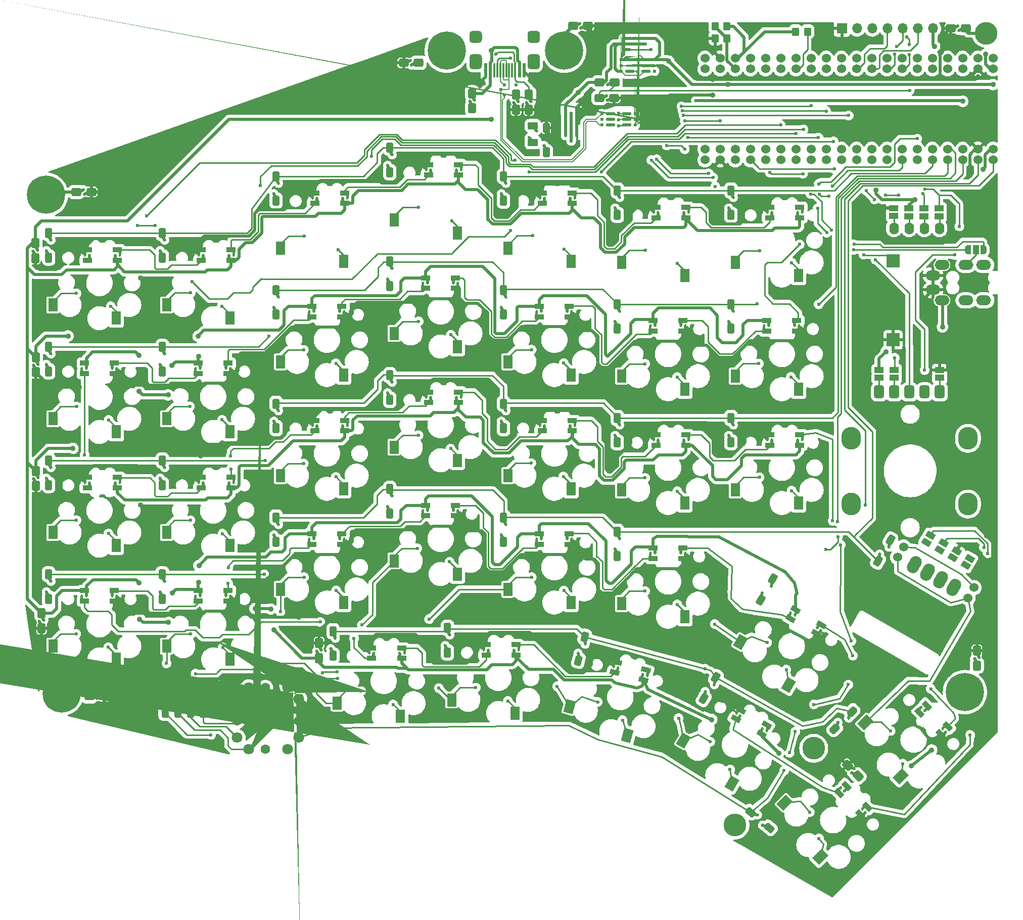
<source format=gbr>
%TF.GenerationSoftware,KiCad,Pcbnew,(5.99.0-11414-g76a6177eb7)*%
%TF.CreationDate,2021-12-13T11:53:37+08:00*%
%TF.ProjectId,Rev2,52657632-2e6b-4696-9361-645f70636258,rev?*%
%TF.SameCoordinates,Original*%
%TF.FileFunction,Copper,L2,Bot*%
%TF.FilePolarity,Positive*%
%FSLAX46Y46*%
G04 Gerber Fmt 4.6, Leading zero omitted, Abs format (unit mm)*
G04 Created by KiCad (PCBNEW (5.99.0-11414-g76a6177eb7)) date 2021-12-13 11:53:37*
%MOMM*%
%LPD*%
G01*
G04 APERTURE LIST*
G04 Aperture macros list*
%AMRoundRect*
0 Rectangle with rounded corners*
0 $1 Rounding radius*
0 $2 $3 $4 $5 $6 $7 $8 $9 X,Y pos of 4 corners*
0 Add a 4 corners polygon primitive as box body*
4,1,4,$2,$3,$4,$5,$6,$7,$8,$9,$2,$3,0*
0 Add four circle primitives for the rounded corners*
1,1,$1+$1,$2,$3*
1,1,$1+$1,$4,$5*
1,1,$1+$1,$6,$7*
1,1,$1+$1,$8,$9*
0 Add four rect primitives between the rounded corners*
20,1,$1+$1,$2,$3,$4,$5,0*
20,1,$1+$1,$4,$5,$6,$7,0*
20,1,$1+$1,$6,$7,$8,$9,0*
20,1,$1+$1,$8,$9,$2,$3,0*%
%AMHorizOval*
0 Thick line with rounded ends*
0 $1 width*
0 $2 $3 position (X,Y) of the first rounded end (center of the circle)*
0 $4 $5 position (X,Y) of the second rounded end (center of the circle)*
0 Add line between two ends*
20,1,$1,$2,$3,$4,$5,0*
0 Add two circle primitives to create the rounded ends*
1,1,$1,$2,$3*
1,1,$1,$4,$5*%
%AMRotRect*
0 Rectangle, with rotation*
0 The origin of the aperture is its center*
0 $1 length*
0 $2 width*
0 $3 Rotation angle, in degrees counterclockwise*
0 Add horizontal line*
21,1,$1,$2,0,0,$3*%
%AMFreePoly0*
4,1,19,0.841057,0.618171,0.925801,0.569864,0.985607,0.492803,1.011371,0.398722,0.999171,0.301943,0.950864,0.217200,0.873803,0.157393,0.111803,-0.223607,0.017722,-0.249371,-0.079057,-0.237171,-0.163800,-0.188864,-0.223607,-0.111803,-0.249371,-0.017722,-0.237171,0.079057,-0.188864,0.163800,-0.111803,0.223607,0.650197,0.604607,0.744278,0.630371,0.841057,0.618171,0.841057,0.618171,
$1*%
%AMFreePoly1*
4,1,19,0.080057,0.237171,0.164801,0.188864,0.224607,0.111803,0.250371,0.017722,0.238171,-0.079057,0.189864,-0.163800,0.112803,-0.223607,-0.649197,-0.604607,-0.743278,-0.630371,-0.840057,-0.618171,-0.924800,-0.569864,-0.984607,-0.492803,-1.010371,-0.398722,-0.998171,-0.301943,-0.949864,-0.217200,-0.872803,-0.157393,-0.110803,0.223607,-0.016722,0.249371,0.080057,0.237171,0.080057,0.237171,
$1*%
%AMFreePoly2*
4,1,13,0.800000,-0.425000,0.575000,-0.425000,0.575000,-0.895800,0.560355,-0.931155,0.525000,-0.945800,0.169400,-0.945800,0.134045,-0.931155,0.119400,-0.895800,0.119400,-0.425000,-0.800000,-0.425000,-0.800000,0.425000,0.800000,0.425000,0.800000,-0.425000,0.800000,-0.425000,$1*%
%AMFreePoly3*
4,1,13,0.800000,-0.425000,0.682400,-0.425000,0.682400,-0.888400,0.667755,-0.923755,0.632400,-0.938400,0.276800,-0.938400,0.241445,-0.923755,0.226800,-0.888400,0.226800,-0.425000,-0.800000,-0.425000,-0.800000,0.425000,0.800000,0.425000,0.800000,-0.425000,0.800000,-0.425000,$1*%
%AMFreePoly4*
4,1,25,0.800000,-0.425000,-0.175324,-0.425000,-0.172201,-0.888063,-0.172270,-0.888232,-0.172200,-0.888400,-0.179445,-0.905891,-0.186607,-0.923516,-0.186775,-0.923587,-0.186845,-0.923755,-0.204350,-0.931006,-0.221863,-0.938399,-0.222032,-0.938330,-0.222200,-0.938400,-0.577800,-0.938400,-0.595291,-0.931155,-0.612916,-0.923993,-0.612987,-0.923825,-0.613155,-0.923755,-0.620406,-0.906250,-0.627799,-0.888737,
-0.630927,-0.425000,-0.800000,-0.425000,-0.800000,0.425000,0.800000,0.425000,0.800000,-0.425000,0.800000,-0.425000,$1*%
%AMFreePoly5*
4,1,13,0.800000,-0.425000,-0.125000,-0.425000,-0.125000,-0.886200,-0.139645,-0.921555,-0.175000,-0.936200,-0.530600,-0.936200,-0.565955,-0.921555,-0.580600,-0.886200,-0.580600,-0.425000,-0.800000,-0.425000,-0.800000,0.425000,0.800000,0.425000,0.800000,-0.425000,0.800000,-0.425000,$1*%
%AMFreePoly6*
4,1,56,2.416536,2.670536,2.797534,2.289537,2.797536,2.289536,2.799000,2.286000,2.799000,1.651000,2.797536,1.647464,2.797534,1.647463,2.416536,1.266464,2.413000,1.264999,2.412998,1.265000,2.161071,1.265000,0.638536,-0.257536,0.635000,-0.259001,0.634998,-0.259000,-1.902929,-0.259000,-2.282464,-0.638536,-2.286000,-0.640001,-2.286002,-0.640000,-2.921000,-0.640000,-2.924536,-0.638536,
-2.924537,-0.638534,-3.305536,-0.257536,-3.307001,-0.254000,-3.307000,-0.253998,-3.307000,0.380998,-3.307001,0.381000,-3.305536,0.384536,-2.797536,0.892535,-2.797536,0.892536,-2.794000,0.894000,-2.413000,0.894000,-2.412730,0.893888,-2.412448,0.893970,-2.410999,0.893171,-2.409464,0.892536,-2.409351,0.892264,-2.409096,0.892123,-1.902598,0.259000,0.378928,0.259000,1.642559,1.522630,
1.394764,1.646528,1.394226,1.647149,1.393464,1.647464,1.393018,1.648540,1.392256,1.649419,1.392315,1.650240,1.392000,1.651000,1.392000,2.285998,1.391999,2.286000,1.393464,2.289536,1.774464,2.670535,1.774464,2.670536,1.778000,2.672000,2.412998,2.672000,2.413000,2.672001,2.416536,2.670536,2.416536,2.670536,$1*%
%AMFreePoly7*
4,1,59,1.654536,0.638536,2.035534,0.257537,2.035536,0.257536,2.037000,0.254000,2.037000,-0.381000,2.035536,-0.384536,2.035534,-0.384537,1.654536,-0.765536,1.651000,-0.767001,1.650998,-0.767000,1.016000,-0.767000,1.012464,-0.765536,1.012463,-0.765534,0.631464,-0.384536,0.629999,-0.381000,0.630000,-0.380998,0.630000,-0.259000,-1.902929,-0.259000,-6.218000,-4.574072,-6.218000,-4.953000,
-6.219464,-4.956536,-6.219466,-4.956537,-6.727464,-5.464536,-6.731000,-5.466001,-6.731002,-5.466000,-7.493000,-5.466000,-7.493345,-5.465857,-7.493707,-5.465950,-7.495070,-5.465143,-7.496536,-5.464536,-7.496679,-5.464190,-7.497000,-5.464000,-7.878000,-4.956000,-7.878393,-4.954465,-7.879000,-4.953000,-7.879000,-4.572000,-7.878393,-4.570535,-7.878000,-4.569000,-7.497000,-4.061000,-7.496679,-4.060810,
-7.496536,-4.060464,-7.495070,-4.059857,-7.493707,-4.059050,-7.493345,-4.059143,-7.493000,-4.059000,-6.731002,-4.059000,-6.731000,-4.058999,-6.727464,-4.060464,-6.604000,-4.183928,-2.162536,0.257535,-2.162536,0.257536,-2.159000,0.259000,0.632928,0.259000,1.012464,0.638535,1.012464,0.638536,1.016000,0.640000,1.650998,0.640000,1.651000,0.640001,1.654536,0.638536,1.654536,0.638536,
$1*%
%AMFreePoly8*
4,1,89,-0.512110,1.721138,-0.510027,1.721696,-0.506835,1.720207,-0.489638,1.717175,-0.476262,1.705951,-0.460431,1.698569,-0.206432,1.444569,-0.203584,1.440502,-0.201716,1.439423,-0.200511,1.436113,-0.190496,1.421809,-0.188974,1.404414,-0.183000,1.388000,-0.183000,0.532138,0.532137,-0.183000,1.388000,-0.183000,1.392890,-0.183862,1.394973,-0.183304,1.398165,-0.184793,1.415362,-0.187825,
1.428738,-0.199049,1.444569,-0.206431,1.698568,-0.460431,1.701416,-0.464498,1.703284,-0.465577,1.704489,-0.468887,1.714504,-0.483191,1.716026,-0.500586,1.722000,-0.517000,1.722000,-1.406000,1.721138,-1.410890,1.721696,-1.412973,1.720208,-1.416165,1.717175,-1.433362,1.705949,-1.446740,1.698568,-1.462569,1.444569,-1.716569,1.440501,-1.719418,1.439423,-1.721284,1.436116,-1.722488,
1.421809,-1.732505,1.404411,-1.734027,1.388000,-1.740000,0.499000,-1.740000,0.494110,-1.739138,0.492027,-1.739696,0.488835,-1.738208,0.471638,-1.735175,0.458260,-1.723949,0.442431,-1.716568,0.188431,-1.462569,0.185582,-1.458501,0.183716,-1.457423,0.182512,-1.454116,0.172495,-1.439809,0.170973,-1.422411,0.165000,-1.406000,0.165000,-0.550137,-0.550138,0.165000,-1.406000,0.165000,
-1.410890,0.165862,-1.412973,0.165304,-1.416165,0.166792,-1.433362,0.169825,-1.446740,0.181051,-1.462569,0.188432,-1.716569,0.442431,-1.719418,0.446499,-1.721284,0.447577,-1.722488,0.450884,-1.732505,0.465191,-1.734027,0.482589,-1.740000,0.499000,-1.740000,1.388000,-1.739138,1.392890,-1.739696,1.394973,-1.738207,1.398165,-1.735175,1.415362,-1.723951,1.428738,-1.716569,1.444569,
-1.462569,1.698568,-1.458502,1.701416,-1.457423,1.703284,-1.454113,1.704489,-1.439809,1.714504,-1.422414,1.716026,-1.406000,1.722000,-0.517000,1.722000,-0.512110,1.721138,-0.512110,1.721138,$1*%
%AMFreePoly9*
4,1,36,0.150000,0.259808,0.229813,0.192836,0.281908,0.102606,0.285894,0.080000,3.422099,0.080000,3.443696,0.124776,3.513268,0.180215,3.600000,0.200000,4.700349,0.200000,4.787046,0.180064,4.856522,0.124503,4.895030,0.044310,4.894952,-0.044650,4.856304,-0.124776,4.786732,-0.180215,4.700000,-0.200000,3.599651,-0.200000,3.512954,-0.180064,3.443478,-0.124503,3.422108,-0.080000,
0.285894,-0.080000,0.281908,-0.102606,0.229813,-0.192836,0.150000,-0.259808,0.052094,-0.295442,-0.052094,-0.295442,-0.150000,-0.259808,-0.229813,-0.192836,-0.281908,-0.102606,-0.300000,0.000000,-0.281908,0.102606,-0.229813,0.192836,-0.150000,0.259808,-0.052094,0.295442,0.052094,0.295442,0.150000,0.259808,0.150000,0.259808,$1*%
%AMFreePoly10*
4,1,36,0.150000,0.259808,0.229813,0.192836,0.281908,0.102606,0.300000,0.000000,0.281908,-0.102606,0.229813,-0.192836,0.150000,-0.259808,0.052094,-0.295442,-0.052094,-0.295442,-0.150000,-0.259808,-0.229813,-0.192836,-0.281908,-0.102606,-0.285894,-0.080000,-3.422099,-0.080000,-3.443696,-0.124776,-3.513268,-0.180215,-3.600000,-0.200000,-4.700349,-0.200000,-4.787046,-0.180064,-4.856522,-0.124503,
-4.895030,-0.044310,-4.894952,0.044650,-4.856304,0.124776,-4.786732,0.180215,-4.700000,0.200000,-3.599651,0.200000,-3.512954,0.180064,-3.443478,0.124503,-3.422108,0.080000,-0.285894,0.080000,-0.281908,0.102606,-0.229813,0.192836,-0.150000,0.259808,-0.052094,0.295442,0.052094,0.295442,0.150000,0.259808,0.150000,0.259808,$1*%
%AMFreePoly11*
4,1,52,3.204890,0.754138,3.206973,0.754696,3.210165,0.753207,3.227362,0.750175,3.240738,0.738951,3.256569,0.731569,3.788137,0.200000,4.700349,0.200000,4.787046,0.180064,4.856522,0.124503,4.895030,0.044310,4.894952,-0.044650,4.856304,-0.124776,4.786732,-0.180215,4.700000,-0.200000,3.599651,-0.200000,3.512954,-0.180064,3.443478,-0.124503,3.404970,-0.044310,3.405048,0.044650,
3.443696,0.124776,3.513268,0.180215,3.568946,0.192916,3.166862,0.595000,0.708137,0.595000,0.257690,0.144552,0.281908,0.102606,0.300000,0.000000,0.281908,-0.102606,0.229813,-0.192836,0.150000,-0.259808,0.052094,-0.295442,-0.052094,-0.295442,-0.150000,-0.259808,-0.229813,-0.192836,-0.281908,-0.102606,-0.300000,0.000000,-0.281908,0.102606,-0.229813,0.192836,-0.150000,0.259808,
-0.052094,0.295442,0.052094,0.295442,0.147559,0.260697,0.618431,0.731568,0.622498,0.734416,0.623577,0.736284,0.626887,0.737489,0.641191,0.747504,0.658586,0.749026,0.675000,0.755000,3.200000,0.755000,3.204890,0.754138,3.204890,0.754138,$1*%
%AMFreePoly12*
4,1,52,0.150000,0.259808,0.229813,0.192836,0.281908,0.102606,0.300000,0.000000,0.281908,-0.102606,0.257690,-0.144552,0.708137,-0.595000,3.166862,-0.595000,3.568928,-0.192935,3.512954,-0.180064,3.443478,-0.124503,3.404970,-0.044310,3.405048,0.044650,3.443696,0.124776,3.513268,0.180215,3.600000,0.200000,4.700349,0.200000,4.787046,0.180064,4.856522,0.124503,4.895030,0.044310,
4.894952,-0.044650,4.856304,-0.124776,4.786732,-0.180215,4.700000,-0.200000,3.788137,-0.200000,3.256569,-0.731569,3.252501,-0.734418,3.251423,-0.736284,3.248116,-0.737488,3.233809,-0.747505,3.216411,-0.749027,3.200000,-0.755000,0.675000,-0.755000,0.670110,-0.754138,0.668027,-0.754696,0.664835,-0.753208,0.647638,-0.750175,0.634260,-0.738949,0.618431,-0.731568,0.147559,-0.260697,
0.052094,-0.295442,-0.052094,-0.295442,-0.150000,-0.259808,-0.229813,-0.192836,-0.281908,-0.102606,-0.300000,0.000000,-0.281908,0.102606,-0.229813,0.192836,-0.150000,0.259808,-0.052094,0.295442,0.052094,0.295442,0.150000,0.259808,0.150000,0.259808,$1*%
%AMFreePoly13*
4,1,36,-0.712954,0.280064,-0.643478,0.224503,-0.622108,0.180000,-0.237224,0.180000,-0.229813,0.192836,-0.150000,0.259808,-0.052094,0.295442,0.052094,0.295442,0.150000,0.259808,0.229813,0.192836,0.281908,0.102606,0.300000,0.000000,0.281908,-0.102606,0.229813,-0.192836,0.150000,-0.259808,0.052094,-0.295442,-0.052094,-0.295442,-0.150000,-0.259808,-0.229813,-0.192836,-0.281908,-0.102606,
-0.300000,0.000000,-0.296474,0.020000,-0.622099,0.020000,-0.643696,-0.024776,-0.713268,-0.080215,-0.800000,-0.100000,-1.900349,-0.100000,-1.987046,-0.080064,-2.056522,-0.024503,-2.095030,0.055690,-2.094952,0.144650,-2.056304,0.224776,-1.986732,0.280215,-1.900000,0.300000,-0.799651,0.300000,-0.712954,0.280064,-0.712954,0.280064,$1*%
%AMFreePoly14*
4,1,36,0.150000,0.259808,0.229813,0.192836,0.281908,0.102606,0.300000,0.000000,0.281908,-0.102606,0.229813,-0.192836,0.150000,-0.259808,0.052094,-0.295442,-0.052094,-0.295442,-0.150000,-0.259808,-0.229813,-0.192836,-0.237224,-0.180000,-0.622099,-0.180000,-0.643696,-0.224776,-0.713268,-0.280215,-0.800000,-0.300000,-1.900349,-0.300000,-1.987046,-0.280064,-2.056522,-0.224503,-2.095030,-0.144310,
-2.094952,-0.055350,-2.056304,0.024776,-1.986732,0.080215,-1.900000,0.100000,-0.799651,0.100000,-0.712954,0.080064,-0.643478,0.024503,-0.622108,-0.020000,-0.296474,-0.020000,-0.300000,0.000000,-0.281908,0.102606,-0.229813,0.192836,-0.150000,0.259808,-0.052094,0.295442,0.052094,0.295442,0.150000,0.259808,0.150000,0.259808,$1*%
%AMFreePoly15*
4,1,51,0.150000,0.259808,0.229813,0.192836,0.281908,0.102606,0.300000,0.000000,0.281908,-0.102606,0.257690,-0.144552,0.508137,-0.395000,3.168058,-0.395000,3.448535,-0.128547,3.443478,-0.124503,3.404970,-0.044310,3.405048,0.044650,3.443696,0.124776,3.513268,0.180215,3.600000,0.200000,4.700349,0.200000,4.787046,0.180064,4.856522,0.124503,4.895030,0.044310,4.894952,-0.044650,
4.856304,-0.124776,4.786732,-0.180215,4.700000,-0.200000,3.605626,-0.200000,3.255100,-0.533000,3.252216,-0.534911,3.251423,-0.536284,3.248585,-0.537317,3.231939,-0.548347,3.215490,-0.549362,3.200000,-0.555000,0.475000,-0.555000,0.470110,-0.554138,0.468027,-0.554696,0.464835,-0.553208,0.447638,-0.550175,0.434260,-0.538949,0.418431,-0.531568,0.147559,-0.260696,0.052094,-0.295442,
-0.052094,-0.295442,-0.150000,-0.259808,-0.229813,-0.192836,-0.281908,-0.102606,-0.300000,0.000000,-0.281908,0.102606,-0.229813,0.192836,-0.150000,0.259808,-0.052094,0.295442,0.052094,0.295442,0.150000,0.259808,0.150000,0.259808,$1*%
%AMFreePoly16*
4,1,19,0.960130,0.829500,1.035229,0.767248,1.080789,0.680996,1.089874,0.583875,1.061100,0.490670,0.998848,0.415572,0.186048,-0.244829,0.099796,-0.290388,0.002675,-0.299473,-0.090530,-0.270700,-0.165629,-0.208448,-0.211188,-0.122196,-0.220273,-0.025075,-0.191500,0.068130,-0.129248,0.143229,0.683552,0.803629,0.769804,0.849189,0.866925,0.858273,0.960130,0.829500,0.960130,0.829500,
$1*%
%AMFreePoly17*
4,1,19,0.155924,0.211357,0.226642,0.144171,0.266267,0.055037,0.268766,-0.042477,0.233757,-0.133523,0.166571,-0.204242,-0.697029,-0.813842,-0.786164,-0.853467,-0.883677,-0.855965,-0.974723,-0.820957,-1.045442,-0.753771,-1.085067,-0.664636,-1.087565,-0.567123,-1.052557,-0.476077,-0.985371,-0.405358,-0.121770,0.204242,-0.032636,0.243867,0.064877,0.246366,0.155924,0.211357,0.155924,0.211357,
$1*%
%AMFreePoly18*
4,1,22,0.550000,-0.750000,0.000000,-0.750000,0.000000,-0.745033,-0.079941,-0.743568,-0.215256,-0.701293,-0.333266,-0.622738,-0.424486,-0.514219,-0.481581,-0.384460,-0.499164,-0.250000,-0.500000,-0.250000,-0.500000,0.250000,-0.499164,0.250000,-0.499963,0.256109,-0.478152,0.396186,-0.417904,0.524511,-0.324060,0.630769,-0.204165,0.706417,-0.067858,0.745374,0.000000,0.744959,0.000000,0.750000,
0.550000,0.750000,0.550000,-0.750000,0.550000,-0.750000,$1*%
%AMFreePoly19*
4,1,20,0.000000,0.744959,0.073905,0.744508,0.209726,0.703889,0.328688,0.626782,0.421226,0.519385,0.479903,0.390333,0.500000,0.250000,0.500000,-0.250000,0.499851,-0.262216,0.476331,-0.402017,0.414519,-0.529596,0.319384,-0.634700,0.198574,-0.708877,0.061801,-0.746166,0.000000,-0.745033,0.000000,-0.750000,-0.550000,-0.750000,-0.550000,0.750000,0.000000,0.750000,0.000000,0.744959,
0.000000,0.744959,$1*%
G04 Aperture macros list end*
%TA.AperFunction,SMDPad,CuDef*%
%ADD10RoundRect,0.350000X0.350000X-0.500500X0.350000X0.500500X-0.350000X0.500500X-0.350000X-0.500500X0*%
%TD*%
%TA.AperFunction,ComponentPad*%
%ADD11C,0.500000*%
%TD*%
%TA.AperFunction,SMDPad,CuDef*%
%ADD12FreePoly0,90.000000*%
%TD*%
%TA.AperFunction,SMDPad,CuDef*%
%ADD13FreePoly1,90.000000*%
%TD*%
%TA.AperFunction,SMDPad,CuDef*%
%ADD14RoundRect,0.300000X0.300000X-0.550500X0.300000X0.550500X-0.300000X0.550500X-0.300000X-0.550500X0*%
%TD*%
%TA.AperFunction,ComponentPad*%
%ADD15C,0.457200*%
%TD*%
%TA.AperFunction,SMDPad,CuDef*%
%ADD16FreePoly2,180.000000*%
%TD*%
%TA.AperFunction,SMDPad,CuDef*%
%ADD17FreePoly3,0.000000*%
%TD*%
%TA.AperFunction,SMDPad,CuDef*%
%ADD18FreePoly4,0.000000*%
%TD*%
%TA.AperFunction,SMDPad,CuDef*%
%ADD19FreePoly5,180.000000*%
%TD*%
%TA.AperFunction,SMDPad,CuDef*%
%ADD20R,1.600000X2.200000*%
%TD*%
%TA.AperFunction,SMDPad,CuDef*%
%ADD21FreePoly2,0.000000*%
%TD*%
%TA.AperFunction,SMDPad,CuDef*%
%ADD22FreePoly3,180.000000*%
%TD*%
%TA.AperFunction,SMDPad,CuDef*%
%ADD23FreePoly4,180.000000*%
%TD*%
%TA.AperFunction,SMDPad,CuDef*%
%ADD24FreePoly5,0.000000*%
%TD*%
%TA.AperFunction,ComponentPad*%
%ADD25C,1.600000*%
%TD*%
%TA.AperFunction,SMDPad,CuDef*%
%ADD26FreePoly6,0.000000*%
%TD*%
%TA.AperFunction,ComponentPad*%
%ADD27C,1.800000*%
%TD*%
%TA.AperFunction,SMDPad,CuDef*%
%ADD28FreePoly7,0.000000*%
%TD*%
%TA.AperFunction,SMDPad,CuDef*%
%ADD29FreePoly8,0.000000*%
%TD*%
%TA.AperFunction,SMDPad,CuDef*%
%ADD30RoundRect,0.350000X-0.350000X0.500500X-0.350000X-0.500500X0.350000X-0.500500X0.350000X0.500500X0*%
%TD*%
%TA.AperFunction,SMDPad,CuDef*%
%ADD31FreePoly0,270.000000*%
%TD*%
%TA.AperFunction,SMDPad,CuDef*%
%ADD32FreePoly1,270.000000*%
%TD*%
%TA.AperFunction,SMDPad,CuDef*%
%ADD33FreePoly0,0.000000*%
%TD*%
%TA.AperFunction,SMDPad,CuDef*%
%ADD34RoundRect,0.350000X-0.500500X-0.350000X0.500500X-0.350000X0.500500X0.350000X-0.500500X0.350000X0*%
%TD*%
%TA.AperFunction,SMDPad,CuDef*%
%ADD35FreePoly1,0.000000*%
%TD*%
%TA.AperFunction,SMDPad,CuDef*%
%ADD36RoundRect,0.300000X-0.300000X0.550500X-0.300000X-0.550500X0.300000X-0.550500X0.300000X0.550500X0*%
%TD*%
%TA.AperFunction,ComponentPad*%
%ADD37C,0.800000*%
%TD*%
%TA.AperFunction,ComponentPad*%
%ADD38C,6.400000*%
%TD*%
%TA.AperFunction,SMDPad,CuDef*%
%ADD39FreePoly0,180.000000*%
%TD*%
%TA.AperFunction,SMDPad,CuDef*%
%ADD40RoundRect,0.350000X0.500500X0.350000X-0.500500X0.350000X-0.500500X-0.350000X0.500500X-0.350000X0*%
%TD*%
%TA.AperFunction,SMDPad,CuDef*%
%ADD41FreePoly1,180.000000*%
%TD*%
%TA.AperFunction,SMDPad,CuDef*%
%ADD42FreePoly2,315.000000*%
%TD*%
%TA.AperFunction,SMDPad,CuDef*%
%ADD43FreePoly3,135.000000*%
%TD*%
%TA.AperFunction,SMDPad,CuDef*%
%ADD44FreePoly4,135.000000*%
%TD*%
%TA.AperFunction,SMDPad,CuDef*%
%ADD45FreePoly5,315.000000*%
%TD*%
%TA.AperFunction,SMDPad,CuDef*%
%ADD46RotRect,1.600000X2.200000X135.000000*%
%TD*%
%TA.AperFunction,ComponentPad*%
%ADD47HorizOval,2.000000X-0.250000X-0.433013X0.250000X0.433013X0*%
%TD*%
%TA.AperFunction,ComponentPad*%
%ADD48C,1.524000*%
%TD*%
%TA.AperFunction,ComponentPad*%
%ADD49HorizOval,1.524000X0.000000X0.000000X0.000000X0.000000X0*%
%TD*%
%TA.AperFunction,SMDPad,CuDef*%
%ADD50RoundRect,0.300000X0.147298X-0.609388X0.432258X0.454096X-0.147298X0.609388X-0.432258X-0.454096X0*%
%TD*%
%TA.AperFunction,SMDPad,CuDef*%
%ADD51FreePoly0,75.000000*%
%TD*%
%TA.AperFunction,SMDPad,CuDef*%
%ADD52FreePoly1,75.000000*%
%TD*%
%TA.AperFunction,ComponentPad*%
%ADD53C,0.600000*%
%TD*%
%TA.AperFunction,SMDPad,CuDef*%
%ADD54RoundRect,0.123750X-0.123750X0.656250X-0.123750X-0.656250X0.123750X-0.656250X0.123750X0.656250X0*%
%TD*%
%TA.AperFunction,SMDPad,CuDef*%
%ADD55FreePoly9,270.000000*%
%TD*%
%TA.AperFunction,SMDPad,CuDef*%
%ADD56FreePoly10,270.000000*%
%TD*%
%TA.AperFunction,SMDPad,CuDef*%
%ADD57RoundRect,0.123750X-0.656250X-0.123750X0.656250X-0.123750X0.656250X0.123750X-0.656250X0.123750X0*%
%TD*%
%TA.AperFunction,SMDPad,CuDef*%
%ADD58FreePoly11,0.000000*%
%TD*%
%TA.AperFunction,SMDPad,CuDef*%
%ADD59FreePoly9,0.000000*%
%TD*%
%TA.AperFunction,SMDPad,CuDef*%
%ADD60FreePoly12,0.000000*%
%TD*%
%TA.AperFunction,SMDPad,CuDef*%
%ADD61FreePoly13,0.000000*%
%TD*%
%TA.AperFunction,SMDPad,CuDef*%
%ADD62FreePoly14,0.000000*%
%TD*%
%TA.AperFunction,SMDPad,CuDef*%
%ADD63RoundRect,0.123750X0.656250X0.123750X-0.656250X0.123750X-0.656250X-0.123750X0.656250X-0.123750X0*%
%TD*%
%TA.AperFunction,SMDPad,CuDef*%
%ADD64FreePoly9,180.000000*%
%TD*%
%TA.AperFunction,SMDPad,CuDef*%
%ADD65FreePoly10,180.000000*%
%TD*%
%TA.AperFunction,SMDPad,CuDef*%
%ADD66FreePoly2,330.000000*%
%TD*%
%TA.AperFunction,SMDPad,CuDef*%
%ADD67FreePoly3,150.000000*%
%TD*%
%TA.AperFunction,SMDPad,CuDef*%
%ADD68FreePoly4,150.000000*%
%TD*%
%TA.AperFunction,SMDPad,CuDef*%
%ADD69FreePoly5,330.000000*%
%TD*%
%TA.AperFunction,SMDPad,CuDef*%
%ADD70RotRect,1.600000X2.200000X150.000000*%
%TD*%
%TA.AperFunction,SMDPad,CuDef*%
%ADD71FreePoly2,165.000000*%
%TD*%
%TA.AperFunction,SMDPad,CuDef*%
%ADD72FreePoly3,345.000000*%
%TD*%
%TA.AperFunction,SMDPad,CuDef*%
%ADD73FreePoly4,345.000000*%
%TD*%
%TA.AperFunction,SMDPad,CuDef*%
%ADD74FreePoly5,165.000000*%
%TD*%
%TA.AperFunction,SMDPad,CuDef*%
%ADD75RotRect,1.600000X2.200000X165.000000*%
%TD*%
%TA.AperFunction,SMDPad,CuDef*%
%ADD76RoundRect,0.300000X0.015442X0.626747X-0.535058X-0.326747X-0.015442X-0.626747X0.535058X0.326747X0*%
%TD*%
%TA.AperFunction,SMDPad,CuDef*%
%ADD77FreePoly0,240.000000*%
%TD*%
%TA.AperFunction,SMDPad,CuDef*%
%ADD78FreePoly1,240.000000*%
%TD*%
%TA.AperFunction,SMDPad,CuDef*%
%ADD79RoundRect,0.350000X0.601394X-0.106420X-0.106420X0.601394X-0.601394X0.106420X0.106420X-0.601394X0*%
%TD*%
%TA.AperFunction,SMDPad,CuDef*%
%ADD80FreePoly0,135.000000*%
%TD*%
%TA.AperFunction,SMDPad,CuDef*%
%ADD81FreePoly1,135.000000*%
%TD*%
%TA.AperFunction,SMDPad,CuDef*%
%ADD82FreePoly0,60.000000*%
%TD*%
%TA.AperFunction,SMDPad,CuDef*%
%ADD83RoundRect,0.300000X-0.015442X-0.626747X0.535058X0.326747X0.015442X0.626747X-0.535058X-0.326747X0*%
%TD*%
%TA.AperFunction,SMDPad,CuDef*%
%ADD84FreePoly1,60.000000*%
%TD*%
%TA.AperFunction,SMDPad,CuDef*%
%ADD85R,2.200000X2.200000*%
%TD*%
%TA.AperFunction,ComponentPad*%
%ADD86C,3.800000*%
%TD*%
%TA.AperFunction,SMDPad,CuDef*%
%ADD87FreePoly11,180.000000*%
%TD*%
%TA.AperFunction,SMDPad,CuDef*%
%ADD88FreePoly15,180.000000*%
%TD*%
%TA.AperFunction,SMDPad,CuDef*%
%ADD89FreePoly12,180.000000*%
%TD*%
%TA.AperFunction,SMDPad,CuDef*%
%ADD90FreePoly13,180.000000*%
%TD*%
%TA.AperFunction,SMDPad,CuDef*%
%ADD91FreePoly14,180.000000*%
%TD*%
%TA.AperFunction,SMDPad,CuDef*%
%ADD92RoundRect,0.300000X0.614544X-0.124041X-0.228871X0.583668X-0.614544X0.124041X0.228871X-0.583668X0*%
%TD*%
%TA.AperFunction,SMDPad,CuDef*%
%ADD93FreePoly0,140.000000*%
%TD*%
%TA.AperFunction,SMDPad,CuDef*%
%ADD94FreePoly1,140.000000*%
%TD*%
%TA.AperFunction,SMDPad,CuDef*%
%ADD95R,0.570000X2.450000*%
%TD*%
%TA.AperFunction,SMDPad,CuDef*%
%ADD96R,0.300000X2.450000*%
%TD*%
%TA.AperFunction,SMDPad,CuDef*%
%ADD97RoundRect,0.525000X0.525000X0.725000X-0.525000X0.725000X-0.525000X-0.725000X0.525000X-0.725000X0*%
%TD*%
%TA.AperFunction,ComponentPad*%
%ADD98O,1.000000X1.600000*%
%TD*%
%TA.AperFunction,ComponentPad*%
%ADD99O,1.000000X2.100000*%
%TD*%
%TA.AperFunction,SMDPad,CuDef*%
%ADD100RoundRect,0.500000X0.550000X0.500000X-0.550000X0.500000X-0.550000X-0.500000X0.550000X-0.500000X0*%
%TD*%
%TA.AperFunction,SMDPad,CuDef*%
%ADD101RoundRect,0.300000X-0.177130X-0.601394X0.601394X0.177130X0.177130X0.601394X-0.601394X-0.177130X0*%
%TD*%
%TA.AperFunction,SMDPad,CuDef*%
%ADD102FreePoly0,45.000000*%
%TD*%
%TA.AperFunction,SMDPad,CuDef*%
%ADD103FreePoly1,45.000000*%
%TD*%
%TA.AperFunction,ComponentPad*%
%ADD104RoundRect,0.425000X0.425000X-0.675000X0.425000X0.675000X-0.425000X0.675000X-0.425000X-0.675000X0*%
%TD*%
%TA.AperFunction,ComponentPad*%
%ADD105RoundRect,0.425000X0.425000X0.675000X-0.425000X0.675000X-0.425000X-0.675000X0.425000X-0.675000X0*%
%TD*%
%TA.AperFunction,ComponentPad*%
%ADD106O,3.300000X3.800000*%
%TD*%
%TA.AperFunction,ComponentPad*%
%ADD107O,1.600000X2.000000*%
%TD*%
%TA.AperFunction,SMDPad,CuDef*%
%ADD108FreePoly2,150.000000*%
%TD*%
%TA.AperFunction,SMDPad,CuDef*%
%ADD109FreePoly3,330.000000*%
%TD*%
%TA.AperFunction,SMDPad,CuDef*%
%ADD110FreePoly4,330.000000*%
%TD*%
%TA.AperFunction,SMDPad,CuDef*%
%ADD111FreePoly5,150.000000*%
%TD*%
%TA.AperFunction,ComponentPad*%
%ADD112O,2.500000X1.700000*%
%TD*%
%TA.AperFunction,ComponentPad*%
%ADD113R,1.700000X1.700000*%
%TD*%
%TA.AperFunction,ComponentPad*%
%ADD114O,1.700000X1.700000*%
%TD*%
%TA.AperFunction,SMDPad,CuDef*%
%ADD115FreePoly16,90.000000*%
%TD*%
%TA.AperFunction,SMDPad,CuDef*%
%ADD116RoundRect,0.250000X0.625000X-0.375000X0.625000X0.375000X-0.625000X0.375000X-0.625000X-0.375000X0*%
%TD*%
%TA.AperFunction,SMDPad,CuDef*%
%ADD117FreePoly17,90.000000*%
%TD*%
%TA.AperFunction,SMDPad,CuDef*%
%ADD118R,1.500000X1.000000*%
%TD*%
%TA.AperFunction,SMDPad,CuDef*%
%ADD119RoundRect,0.250000X0.350000X0.450000X-0.350000X0.450000X-0.350000X-0.450000X0.350000X-0.450000X0*%
%TD*%
%TA.AperFunction,SMDPad,CuDef*%
%ADD120FreePoly18,0.000000*%
%TD*%
%TA.AperFunction,SMDPad,CuDef*%
%ADD121R,1.000000X1.500000*%
%TD*%
%TA.AperFunction,SMDPad,CuDef*%
%ADD122FreePoly19,0.000000*%
%TD*%
%TA.AperFunction,SMDPad,CuDef*%
%ADD123RotRect,1.000000X1.500000X60.000000*%
%TD*%
%TA.AperFunction,ViaPad*%
%ADD124C,0.900000*%
%TD*%
%TA.AperFunction,ViaPad*%
%ADD125C,0.600000*%
%TD*%
%TA.AperFunction,Conductor*%
%ADD126C,0.500000*%
%TD*%
%TA.AperFunction,Conductor*%
%ADD127C,0.250000*%
%TD*%
%TA.AperFunction,Conductor*%
%ADD128C,0.200000*%
%TD*%
G04 APERTURE END LIST*
D10*
%TO.P,FB8,1*%
%TO.N,/SHIELD5*%
X224475000Y-139874250D03*
D11*
X224094000Y-138712250D03*
D12*
X224475000Y-139474250D03*
D11*
%TO.P,FB8,2*%
%TO.N,GND*%
X224856000Y-138553250D03*
D10*
X224475000Y-137372250D03*
D13*
X224475000Y-137772250D03*
%TD*%
D11*
%TO.P,D26,1,K*%
%TO.N,Net-(D26-Pad1)*%
X125756500Y-113243500D03*
D12*
X126137500Y-114005500D03*
D14*
X126137500Y-114405500D03*
%TO.P,D26,2,A*%
%TO.N,row3*%
X126137500Y-110303500D03*
D11*
X126518500Y-111484500D03*
D13*
X126137500Y-110703500D03*
%TD*%
D11*
%TO.P,D34,1,K*%
%TO.N,Net-(D34-Pad1)*%
X87656500Y-89431000D03*
D14*
X88037500Y-90593000D03*
D12*
X88037500Y-90193000D03*
D14*
%TO.P,D34,2,A*%
%TO.N,row1*%
X88037500Y-86491000D03*
D13*
X88037500Y-86891000D03*
D11*
X88418500Y-87672000D03*
%TD*%
D15*
%TO.P,SW32,1,VDD*%
%TO.N,VDD*%
X80127499Y-71132000D03*
D16*
X80477499Y-72007000D03*
D17*
%TO.P,SW32,2,DOUT*%
%TO.N,Net-(SW27-Pad4)*%
X80477499Y-70257000D03*
D15*
X80927499Y-71132000D03*
D18*
%TO.P,SW32,3,GND*%
%TO.N,GND*%
X75477499Y-70257000D03*
D15*
X75077499Y-71132000D03*
D19*
%TO.P,SW32,4,DIN*%
%TO.N,LED*%
X75477499Y-72007000D03*
D15*
X75827499Y-71132000D03*
D20*
%TO.P,SW32,5*%
%TO.N,Net-(D38-Pad1)*%
X80287499Y-81692000D03*
%TO.P,SW32,6*%
%TO.N,col0*%
X69687499Y-79492000D03*
%TD*%
D21*
%TO.P,SW10,1,VDD*%
%TO.N,VDD*%
X170247500Y-120183250D03*
D15*
X170597500Y-121058250D03*
D22*
%TO.P,SW10,2,DOUT*%
%TO.N,Net-(SW10-Pad2)*%
X170247500Y-121933250D03*
D15*
X169797500Y-121058250D03*
%TO.P,SW10,3,GND*%
%TO.N,GND*%
X175647500Y-121058250D03*
D23*
X175247500Y-121933250D03*
D24*
%TO.P,SW10,4,DIN*%
%TO.N,Net-(SW10-Pad4)*%
X175247500Y-120183250D03*
D15*
X174897500Y-121058250D03*
D20*
%TO.P,SW10,5*%
%TO.N,Net-(D16-Pad1)*%
X175537500Y-131698250D03*
%TO.P,SW10,6*%
%TO.N,col5*%
X164937500Y-129498250D03*
%TD*%
D25*
%TO.P,HAT1,1,1*%
%TO.N,Net-(D1-Pad2)*%
X105280000Y-143568250D03*
D26*
X103190000Y-145543250D03*
D27*
X100580000Y-145468250D03*
D25*
%TO.P,HAT1,2,2*%
%TO.N,Net-(D2-Pad2)*%
X100580000Y-149168250D03*
D27*
X108980000Y-153868250D03*
D25*
%TO.P,HAT1,3,3*%
%TO.N,Net-(D3-Pad2)*%
X105280000Y-153868250D03*
D27*
X100580000Y-151968250D03*
%TO.P,HAT1,4,4*%
%TO.N,row5*%
X102480000Y-143568250D03*
X110880000Y-151968250D03*
D28*
%TO.P,HAT1,5,5*%
%TO.N,Net-(D4-Pad2)*%
X109540000Y-149099250D03*
D27*
X102480000Y-153868250D03*
D25*
X110880000Y-149168250D03*
D29*
%TO.P,HAT1,6,6*%
%TO.N,Net-(D5-Pad2)*%
X109930000Y-144518250D03*
D27*
X110880000Y-145468250D03*
X108980000Y-143568250D03*
%TD*%
D14*
%TO.P,D20,1,K*%
%TO.N,Net-(D20-Pad1)*%
X145187500Y-100118000D03*
D11*
X144806500Y-98956000D03*
D12*
X145187500Y-99718000D03*
D11*
%TO.P,D20,2,A*%
%TO.N,row2*%
X145568500Y-97197000D03*
D14*
X145187500Y-96016000D03*
D13*
X145187500Y-96416000D03*
%TD*%
D30*
%TO.P,C1,1*%
%TO.N,VDD*%
X66730000Y-69159000D03*
D11*
X67111000Y-70321000D03*
D31*
X66730000Y-69559000D03*
D32*
%TO.P,C1,2*%
%TO.N,GND*%
X66730000Y-71261000D03*
D11*
X66349000Y-70480000D03*
D30*
X66730000Y-71661000D03*
%TD*%
D11*
%TO.P,FB2,1*%
%TO.N,/SHIELD8*%
X76951000Y-144649000D03*
D33*
X76189000Y-145030000D03*
D34*
X75789000Y-145030000D03*
%TO.P,FB2,2*%
%TO.N,GND*%
X78291000Y-145030000D03*
D11*
X77110000Y-145411000D03*
D35*
X77891000Y-145030000D03*
%TD*%
D14*
%TO.P,D14,1,K*%
%TO.N,Net-(D14-Pad1)*%
X164237500Y-83449250D03*
D12*
X164237500Y-83049250D03*
D11*
X163856500Y-82287250D03*
D13*
%TO.P,D14,2,A*%
%TO.N,row1*%
X164237500Y-79747250D03*
D14*
X164237500Y-79347250D03*
D11*
X164618500Y-80528250D03*
%TD*%
D21*
%TO.P,SW18,1,VDD*%
%TO.N,VDD*%
X132147500Y-74939500D03*
D15*
X132497500Y-75814500D03*
%TO.P,SW18,2,DOUT*%
%TO.N,Net-(SW18-Pad2)*%
X131697500Y-75814500D03*
D22*
X132147500Y-76689500D03*
D15*
%TO.P,SW18,3,GND*%
%TO.N,GND*%
X137547500Y-75814500D03*
D23*
X137147500Y-76689500D03*
D15*
%TO.P,SW18,4,DIN*%
%TO.N,Net-(SW13-Pad2)*%
X136797500Y-75814500D03*
D24*
X137147500Y-74939500D03*
D20*
%TO.P,SW18,5*%
%TO.N,Net-(D24-Pad1)*%
X137437500Y-86454500D03*
%TO.P,SW18,6*%
%TO.N,col3*%
X126837500Y-84254500D03*
%TD*%
D36*
%TO.P,D1,1,K*%
%TO.N,col4*%
X97020000Y-143687250D03*
D31*
X97020000Y-144087250D03*
D11*
X97401000Y-144849250D03*
%TO.P,D1,2,A*%
%TO.N,Net-(D1-Pad2)*%
X96639000Y-146608250D03*
D32*
X97020000Y-147389250D03*
D36*
X97020000Y-147789250D03*
%TD*%
D37*
%TO.P,DRILL4,1,1*%
%TO.N,SHIELD*%
X137357056Y-38597056D03*
X133260000Y-36900000D03*
X137357056Y-35202944D03*
X133962944Y-38597056D03*
X135660000Y-34500000D03*
X138060000Y-36900000D03*
X135660000Y-39300000D03*
D38*
X135660000Y-36900000D03*
D37*
X133962944Y-35202944D03*
%TD*%
D12*
%TO.P,D23,1,K*%
%TO.N,Net-(D23-Pad1)*%
X126137500Y-56855500D03*
D14*
X126137500Y-57255500D03*
D11*
X125756500Y-56093500D03*
D14*
%TO.P,D23,2,A*%
%TO.N,row0*%
X126137500Y-53153500D03*
D11*
X126518500Y-54334500D03*
D13*
X126137500Y-53553500D03*
%TD*%
D16*
%TO.P,SW9,1,VDD*%
%TO.N,VDD*%
X175727500Y-102963250D03*
D15*
X175377500Y-102088250D03*
%TO.P,SW9,2,DOUT*%
%TO.N,Net-(SW3-Pad4)*%
X176177500Y-102088250D03*
D17*
X175727500Y-101213250D03*
D15*
%TO.P,SW9,3,GND*%
%TO.N,GND*%
X170327500Y-102088250D03*
D18*
X170727500Y-101213250D03*
D19*
%TO.P,SW9,4,DIN*%
%TO.N,Net-(SW14-Pad2)*%
X170727500Y-102963250D03*
D15*
X171077500Y-102088250D03*
D20*
%TO.P,SW9,5*%
%TO.N,Net-(D15-Pad1)*%
X175537500Y-112648250D03*
%TO.P,SW9,6*%
%TO.N,col5*%
X164937500Y-110448250D03*
%TD*%
D11*
%TO.P,D28,1,K*%
%TO.N,Net-(D28-Pad1)*%
X106706500Y-60856000D03*
D14*
X107087500Y-62018000D03*
D12*
X107087500Y-61618000D03*
D13*
%TO.P,D28,2,A*%
%TO.N,row0*%
X107087500Y-58316000D03*
D11*
X107468500Y-59097000D03*
D14*
X107087500Y-57916000D03*
%TD*%
D37*
%TO.P,DRILL7,1,1*%
%TO.N,/SHIELD5*%
X220772944Y-146037056D03*
X224167056Y-142642944D03*
X224167056Y-146037056D03*
X224870000Y-144340000D03*
X220070000Y-144340000D03*
D38*
X222470000Y-144340000D03*
D37*
X222470000Y-146740000D03*
X220772944Y-142642944D03*
X222470000Y-141940000D03*
%TD*%
D11*
%TO.P,D4,1,K*%
%TO.N,col1*%
X91001000Y-144849250D03*
D36*
X90620000Y-143687250D03*
D31*
X90620000Y-144087250D03*
D36*
%TO.P,D4,2,A*%
%TO.N,Net-(D4-Pad2)*%
X90620000Y-147789250D03*
D11*
X90239000Y-146608250D03*
D32*
X90620000Y-147389250D03*
%TD*%
D16*
%TO.P,SW26,1,VDD*%
%TO.N,VDD*%
X147280000Y-138143250D03*
D15*
X146930000Y-137268250D03*
%TO.P,SW26,2,DOUT*%
%TO.N,Net-(SW21-Pad4)*%
X147730000Y-137268250D03*
D17*
X147280000Y-136393250D03*
D15*
%TO.P,SW26,3,GND*%
%TO.N,GND*%
X141880000Y-137268250D03*
D18*
X142280000Y-136393250D03*
D19*
%TO.P,SW26,4,DIN*%
%TO.N,Net-(SW26-Pad4)*%
X142280000Y-138143250D03*
D15*
X142630000Y-137268250D03*
D20*
%TO.P,SW26,5*%
%TO.N,Net-(D32-Pad1)*%
X147090000Y-147828250D03*
%TO.P,SW26,6*%
%TO.N,col2*%
X136490000Y-145628250D03*
%TD*%
D16*
%TO.P,SW12,1,VDD*%
%TO.N,VDD*%
X156677500Y-62482000D03*
D15*
X156327500Y-61607000D03*
%TO.P,SW12,2,DOUT*%
%TO.N,Net-(SW12-Pad2)*%
X157127500Y-61607000D03*
D17*
X156677500Y-60732000D03*
D18*
%TO.P,SW12,3,GND*%
%TO.N,GND*%
X151677500Y-60732000D03*
D15*
X151277500Y-61607000D03*
%TO.P,SW12,4,DIN*%
%TO.N,Net-(SW12-Pad4)*%
X152027500Y-61607000D03*
D19*
X151677500Y-62482000D03*
D20*
%TO.P,SW12,5*%
%TO.N,Net-(D18-Pad1)*%
X156487500Y-72167000D03*
%TO.P,SW12,6*%
%TO.N,col4*%
X145887500Y-69967000D03*
%TD*%
D39*
%TO.P,FB7,1*%
%TO.N,/SHIELD4*%
X222211000Y-33130000D03*
D40*
X222611000Y-33130000D03*
D11*
X221449000Y-33511000D03*
%TO.P,FB7,2*%
%TO.N,GND*%
X221290000Y-32749000D03*
D40*
X220109000Y-33130000D03*
D41*
X220509000Y-33130000D03*
%TD*%
D14*
%TO.P,D40,1,K*%
%TO.N,Net-(D40-Pad1)*%
X68987499Y-109642999D03*
D11*
X68606499Y-108480999D03*
D12*
X68987499Y-109242999D03*
D14*
%TO.P,D40,2,A*%
%TO.N,row2*%
X68987499Y-105540999D03*
D13*
X68987499Y-105940999D03*
D11*
X69368499Y-106721999D03*
%TD*%
D15*
%TO.P,SW6,1,VDD*%
%TO.N,VDD*%
X202239831Y-160897000D03*
D42*
X202611062Y-160030795D03*
D15*
%TO.P,SW6,2,DOUT*%
%TO.N,Net-(SW16-Pad4)*%
X201674145Y-160331315D03*
D43*
X201373625Y-161268231D03*
D44*
%TO.P,SW6,3,GND*%
%TO.N,GND*%
X204909159Y-164803765D03*
D15*
X205810720Y-164467890D03*
%TO.P,SW6,4,DIN*%
%TO.N,Net-(SW4-Pad2)*%
X205280390Y-163937560D03*
D45*
X206146596Y-163566328D03*
D46*
%TO.P,SW6,5*%
%TO.N,Net-(D11-Pad1)*%
X198209322Y-171913724D03*
%TO.P,SW6,6*%
%TO.N,col6*%
X192269625Y-162862757D03*
%TD*%
D47*
%TO.P,SW5,A,A*%
%TO.N,M*%
X220564406Y-126747658D03*
%TO.P,SW5,B,B*%
%TO.N,N*%
X218364702Y-125477658D03*
%TO.P,SW5,C,C*%
%TO.N,O*%
X216164997Y-124207658D03*
%TO.P,SW5,D*%
%TO.N,P*%
X213965293Y-122937658D03*
D48*
%TO.P,SW5,S1,S1*%
%TO.N,Net-(D9-Pad1)*%
X212187886Y-120006216D03*
X223987483Y-126818716D03*
D49*
%TO.P,SW5,S2,S2*%
%TO.N,col6*%
X211187886Y-121738267D03*
X222987483Y-128550767D03*
%TD*%
D12*
%TO.P,C5,1*%
%TO.N,VDD*%
X114275000Y-138199250D03*
D10*
X114275000Y-138599250D03*
D11*
X113894000Y-137437250D03*
D13*
%TO.P,C5,2*%
%TO.N,GND*%
X114275000Y-136497250D03*
D10*
X114275000Y-136097250D03*
D11*
X114656000Y-137278250D03*
%TD*%
%TO.P,D39,1,K*%
%TO.N,Net-(D39-Pad1)*%
X68606499Y-89430999D03*
D12*
X68987499Y-90192999D03*
D14*
X68987499Y-90592999D03*
D11*
%TO.P,D39,2,A*%
%TO.N,row1*%
X69368499Y-87671999D03*
D13*
X68987499Y-86890999D03*
D14*
X68987499Y-86490999D03*
%TD*%
D16*
%TO.P,SW22,1,VDD*%
%TO.N,VDD*%
X118577500Y-62482000D03*
D15*
X118227500Y-61607000D03*
%TO.P,SW22,2,DOUT*%
%TO.N,Net-(SW17-Pad4)*%
X119027500Y-61607000D03*
D17*
X118577500Y-60732000D03*
D15*
%TO.P,SW22,3,GND*%
%TO.N,GND*%
X113177500Y-61607000D03*
D18*
X113577500Y-60732000D03*
D15*
%TO.P,SW22,4,DIN*%
%TO.N,Net-(SW22-Pad4)*%
X113927500Y-61607000D03*
D19*
X113577500Y-62482000D03*
D20*
%TO.P,SW22,5*%
%TO.N,Net-(D28-Pad1)*%
X118387500Y-72167000D03*
%TO.P,SW22,6*%
%TO.N,col2*%
X107787500Y-69967000D03*
%TD*%
D15*
%TO.P,SW25,1,VDD*%
%TO.N,VDD*%
X113447500Y-118677000D03*
D21*
X113097500Y-117802000D03*
D22*
%TO.P,SW25,2,DOUT*%
%TO.N,Net-(SW25-Pad2)*%
X113097500Y-119552000D03*
D15*
X112647500Y-118677000D03*
D23*
%TO.P,SW25,3,GND*%
%TO.N,GND*%
X118097500Y-119552000D03*
D15*
X118497500Y-118677000D03*
D24*
%TO.P,SW25,4,DIN*%
%TO.N,Net-(SW20-Pad2)*%
X118097500Y-117802000D03*
D15*
X117747500Y-118677000D03*
D20*
%TO.P,SW25,5*%
%TO.N,Net-(D31-Pad1)*%
X118387500Y-129317000D03*
%TO.P,SW25,6*%
%TO.N,col2*%
X107787500Y-127117000D03*
%TD*%
D15*
%TO.P,SW29,1,VDD*%
%TO.N,VDD*%
X99177500Y-109232000D03*
D16*
X99527500Y-110107000D03*
D15*
%TO.P,SW29,2,DOUT*%
%TO.N,Net-(SW24-Pad4)*%
X99977500Y-109232000D03*
D17*
X99527500Y-108357000D03*
D18*
%TO.P,SW29,3,GND*%
%TO.N,GND*%
X94527500Y-108357000D03*
D15*
X94127500Y-109232000D03*
%TO.P,SW29,4,DIN*%
%TO.N,Net-(SW29-Pad4)*%
X94877500Y-109232000D03*
D19*
X94527500Y-110107000D03*
D20*
%TO.P,SW29,5*%
%TO.N,Net-(D35-Pad1)*%
X99337500Y-119792000D03*
%TO.P,SW29,6*%
%TO.N,col1*%
X88737500Y-117592000D03*
%TD*%
D21*
%TO.P,SW20,1,VDD*%
%TO.N,VDD*%
X132147500Y-113039500D03*
D15*
X132497500Y-113914500D03*
D22*
%TO.P,SW20,2,DOUT*%
%TO.N,Net-(SW20-Pad2)*%
X132147500Y-114789500D03*
D15*
X131697500Y-113914500D03*
%TO.P,SW20,3,GND*%
%TO.N,GND*%
X137547500Y-113914500D03*
D23*
X137147500Y-114789500D03*
D24*
%TO.P,SW20,4,DIN*%
%TO.N,Net-(SW15-Pad2)*%
X137147500Y-113039500D03*
D15*
X136797500Y-113914500D03*
D20*
%TO.P,SW20,5*%
%TO.N,Net-(D26-Pad1)*%
X137437500Y-124554500D03*
%TO.P,SW20,6*%
%TO.N,col3*%
X126837500Y-122354500D03*
%TD*%
D50*
%TO.P,D27,1,K*%
%TO.N,Net-(D27-Pad1)*%
X157719162Y-139029364D03*
D51*
X157822690Y-138642994D03*
D11*
X157651892Y-137808348D03*
%TO.P,D27,2,A*%
%TO.N,row4*%
X158843190Y-136306505D03*
D50*
X158780838Y-135067136D03*
D52*
X158677310Y-135453506D03*
%TD*%
D16*
%TO.P,SW24,1,VDD*%
%TO.N,VDD*%
X118577500Y-100582000D03*
D15*
X118227500Y-99707000D03*
%TO.P,SW24,2,DOUT*%
%TO.N,Net-(SW19-Pad4)*%
X119027500Y-99707000D03*
D17*
X118577500Y-98832000D03*
D15*
%TO.P,SW24,3,GND*%
%TO.N,GND*%
X113177500Y-99707000D03*
D18*
X113577500Y-98832000D03*
D19*
%TO.P,SW24,4,DIN*%
%TO.N,Net-(SW24-Pad4)*%
X113577500Y-100582000D03*
D15*
X113927500Y-99707000D03*
D20*
%TO.P,SW24,5*%
%TO.N,Net-(D30-Pad1)*%
X118387500Y-110267000D03*
%TO.P,SW24,6*%
%TO.N,col2*%
X107787500Y-108067000D03*
%TD*%
D36*
%TO.P,D5,1,K*%
%TO.N,col0*%
X88480000Y-143687250D03*
D11*
X88861000Y-144849250D03*
D31*
X88480000Y-144087250D03*
D36*
%TO.P,D5,2,A*%
%TO.N,Net-(D5-Pad2)*%
X88480000Y-147789250D03*
D32*
X88480000Y-147389250D03*
D11*
X88099000Y-146608250D03*
%TD*%
%TO.P,D36,1,K*%
%TO.N,Net-(D36-Pad1)*%
X87656500Y-127531000D03*
D14*
X88037500Y-128693000D03*
D12*
X88037500Y-128293000D03*
D11*
%TO.P,D36,2,A*%
%TO.N,row3*%
X88418500Y-125772000D03*
D14*
X88037500Y-124591000D03*
D13*
X88037500Y-124991000D03*
%TD*%
D53*
%TO.P,Q1,1,G*%
%TO.N,GND*%
X157460000Y-46410000D03*
D54*
X157460000Y-50560000D03*
D55*
X157460000Y-46410000D03*
D54*
%TO.P,Q1,2,S*%
%TO.N,/VBUS_BLOCKED*%
X155560000Y-50560000D03*
D55*
X155560000Y-46410000D03*
D53*
X155560000Y-46410000D03*
D54*
%TO.P,Q1,3,D*%
%TO.N,/VBUS_FUSED*%
X156510000Y-47860000D03*
D53*
X156510000Y-52010000D03*
D56*
X156510000Y-52010000D03*
%TD*%
D34*
%TO.P,FB6,1*%
%TO.N,SHIELD*%
X156809000Y-32730000D03*
D11*
X157971000Y-32349000D03*
D33*
X157209000Y-32730000D03*
D11*
%TO.P,FB6,2*%
%TO.N,GND*%
X158130000Y-33111000D03*
D34*
X159311000Y-32730000D03*
D35*
X158911000Y-32730000D03*
%TD*%
D21*
%TO.P,SW13,1,VDD*%
%TO.N,VDD*%
X151197500Y-79702000D03*
D15*
X151547500Y-80577000D03*
D22*
%TO.P,SW13,2,DOUT*%
%TO.N,Net-(SW13-Pad2)*%
X151197500Y-81452000D03*
D15*
X150747500Y-80577000D03*
%TO.P,SW13,3,GND*%
%TO.N,GND*%
X156597500Y-80577000D03*
D23*
X156197500Y-81452000D03*
D15*
%TO.P,SW13,4,DIN*%
%TO.N,Net-(SW13-Pad4)*%
X155847500Y-80577000D03*
D24*
X156197500Y-79702000D03*
D20*
%TO.P,SW13,5*%
%TO.N,Net-(D19-Pad1)*%
X156487500Y-91217000D03*
%TO.P,SW13,6*%
%TO.N,col4*%
X145887500Y-89017000D03*
%TD*%
D39*
%TO.P,FB5,1*%
%TO.N,SHIELD*%
X130541000Y-38920000D03*
D11*
X129779000Y-39301000D03*
D40*
X130941000Y-38920000D03*
D41*
%TO.P,FB5,2*%
%TO.N,GND*%
X128839000Y-38920000D03*
D11*
X129620000Y-38539000D03*
D40*
X128439000Y-38920000D03*
%TD*%
D57*
%TO.P,U5,1,+*%
%TO.N,VDD*%
X169020000Y-38430000D03*
D53*
X164870000Y-38430000D03*
D58*
X164870000Y-38430000D03*
D57*
%TO.P,U5,2,V-*%
%TO.N,GND*%
X169020000Y-39380000D03*
D53*
X164870000Y-39380000D03*
D59*
X164870000Y-39380000D03*
D57*
%TO.P,U5,3,-*%
%TO.N,/VBUS_BLOCKED*%
X169020000Y-40330000D03*
D53*
X164870000Y-40330000D03*
D60*
X164870000Y-40330000D03*
D61*
%TO.P,U5,4*%
%TO.N,Net-(Q2-Pad1)*%
X167670000Y-40430000D03*
D53*
X170470000Y-40330000D03*
X167670000Y-40430000D03*
D57*
X166320000Y-40330000D03*
D53*
%TO.P,U5,5,V+*%
%TO.N,VDD*%
X167670000Y-38330000D03*
D62*
X167670000Y-38330000D03*
D57*
X166320000Y-38430000D03*
D53*
X170470000Y-38430000D03*
%TD*%
D16*
%TO.P,SW3,1,VDD*%
%TO.N,VDD*%
X194777499Y-102963250D03*
D15*
X194427499Y-102088250D03*
%TO.P,SW3,2,DOUT*%
%TO.N,Net-(SW3-Pad2)*%
X195227499Y-102088250D03*
D17*
X194777499Y-101213250D03*
D15*
%TO.P,SW3,3,GND*%
%TO.N,GND*%
X189377499Y-102088250D03*
D18*
X189777499Y-101213250D03*
D15*
%TO.P,SW3,4,DIN*%
%TO.N,Net-(SW3-Pad4)*%
X190127499Y-102088250D03*
D19*
X189777499Y-102963250D03*
D20*
%TO.P,SW3,5*%
%TO.N,Net-(D8-Pad1)*%
X194587499Y-112648250D03*
%TO.P,SW3,6*%
%TO.N,col6*%
X183987499Y-110448250D03*
%TD*%
D15*
%TO.P,SW17,1,VDD*%
%TO.N,VDD*%
X137277500Y-56844500D03*
D16*
X137627500Y-57719500D03*
D17*
%TO.P,SW17,2,DOUT*%
%TO.N,Net-(SW12-Pad4)*%
X137627500Y-55969500D03*
D15*
X138077500Y-56844500D03*
%TO.P,SW17,3,GND*%
%TO.N,GND*%
X132227500Y-56844500D03*
D18*
X132627500Y-55969500D03*
D15*
%TO.P,SW17,4,DIN*%
%TO.N,Net-(SW17-Pad4)*%
X132977500Y-56844500D03*
D19*
X132627500Y-57719500D03*
D20*
%TO.P,SW17,5*%
%TO.N,Net-(D23-Pad1)*%
X137437500Y-67404500D03*
%TO.P,SW17,6*%
%TO.N,col3*%
X126837500Y-65204500D03*
%TD*%
D63*
%TO.P,Q2,1,G*%
%TO.N,Net-(Q2-Pad1)*%
X165750000Y-36730000D03*
D64*
X169900000Y-36730000D03*
D53*
X169900000Y-36730000D03*
D64*
%TO.P,Q2,2,S*%
%TO.N,VDD*%
X169900000Y-34830000D03*
D63*
X165750000Y-34830000D03*
D53*
X169900000Y-34830000D03*
D63*
%TO.P,Q2,3,D*%
%TO.N,/VBUS_BLOCKED*%
X168450000Y-35780000D03*
D65*
X164300000Y-35780000D03*
D53*
X164300000Y-35780000D03*
%TD*%
D12*
%TO.P,D33,1,K*%
%TO.N,Net-(D33-Pad1)*%
X88037500Y-71143000D03*
D11*
X87656500Y-70381000D03*
D14*
X88037500Y-71543000D03*
D11*
%TO.P,D33,2,A*%
%TO.N,row0*%
X88418500Y-68622000D03*
D13*
X88037500Y-67841000D03*
D14*
X88037500Y-67441000D03*
%TD*%
D12*
%TO.P,D13,1,K*%
%TO.N,Net-(D13-Pad1)*%
X164237500Y-63999250D03*
D11*
X163856500Y-63237250D03*
D14*
X164237500Y-64399250D03*
D13*
%TO.P,D13,2,A*%
%TO.N,row0*%
X164237500Y-60697250D03*
D11*
X164618500Y-61478250D03*
D14*
X164237500Y-60297250D03*
%TD*%
D66*
%TO.P,SW11,1,VDD*%
%TO.N,VDD*%
X194105471Y-130516984D03*
D15*
X193971080Y-131449757D03*
%TO.P,SW11,2,DOUT*%
%TO.N,Net-(SW10-Pad4)*%
X193278259Y-131049757D03*
D67*
X193230471Y-132032529D03*
D68*
%TO.P,SW11,3,GND*%
%TO.N,GND*%
X197560598Y-134532529D03*
D15*
X198344508Y-133974757D03*
%TO.P,SW11,4,DIN*%
%TO.N,Net-(SW11-Pad4)*%
X197694989Y-133599757D03*
D69*
X198435598Y-133016984D03*
D70*
%TO.P,SW11,5*%
%TO.N,Net-(D17-Pad1)*%
X192929245Y-143134267D03*
%TO.P,SW11,6*%
%TO.N,col5*%
X184849376Y-135929011D03*
%TD*%
D15*
%TO.P,SW21,1,VDD*%
%TO.N,VDD*%
X168503489Y-141359115D03*
D71*
X168615096Y-142294887D03*
D72*
%TO.P,SW21,2,DOUT*%
%TO.N,unconnected-(SW21-Pad2)*%
X169068030Y-140604516D03*
D15*
X169276230Y-141566170D03*
D73*
%TO.P,SW21,3,GND*%
%TO.N,GND*%
X164238401Y-139310421D03*
D15*
X163625564Y-140052079D03*
%TO.P,SW21,4,DIN*%
%TO.N,Net-(SW21-Pad4)*%
X164350008Y-140246193D03*
D74*
X163785467Y-141000791D03*
D75*
%TO.P,SW21,5*%
%TO.N,Net-(D27-Pad1)*%
X165924908Y-151600703D03*
%TO.P,SW21,6*%
%TO.N,col3*%
X156255496Y-146732184D03*
%TD*%
D76*
%TO.P,D9,1,K*%
%TO.N,Net-(D9-Pad1)*%
X209975500Y-118847032D03*
D77*
X209775500Y-119193442D03*
D11*
X209724456Y-120043853D03*
D76*
%TO.P,D9,2,A*%
%TO.N,row3*%
X207924500Y-122399468D03*
D78*
X208124500Y-122053058D03*
D11*
X208185044Y-121186192D03*
%TD*%
D31*
%TO.P,C4,1*%
%TO.N,VDD*%
X67790000Y-131539000D03*
D30*
X67790000Y-131139000D03*
D11*
X68171000Y-132301000D03*
D32*
%TO.P,C4,2*%
%TO.N,GND*%
X67790000Y-133241000D03*
D11*
X67409000Y-132460000D03*
D30*
X67790000Y-133641000D03*
%TD*%
D79*
%TO.P,FB9,1*%
%TO.N,/SHIELD6*%
X204554591Y-158354591D03*
D80*
X204271748Y-158071748D03*
D11*
X203463525Y-157802340D03*
D79*
%TO.P,FB9,2*%
%TO.N,GND*%
X202785409Y-156585409D03*
D81*
X203068252Y-156868252D03*
D11*
X203889910Y-157151095D03*
%TD*%
D10*
%TO.P,FB1,1*%
%TO.N,/VBUS_FERRITE*%
X139930000Y-46531000D03*
D11*
X139549000Y-45369000D03*
D12*
X139930000Y-46131000D03*
D10*
%TO.P,FB1,2*%
%TO.N,V_USB*%
X139930000Y-44029000D03*
D11*
X140311000Y-45210000D03*
D13*
X139930000Y-44429000D03*
%TD*%
D16*
%TO.P,SW14,1,VDD*%
%TO.N,VDD*%
X156677500Y-100582000D03*
D15*
X156327500Y-99707000D03*
%TO.P,SW14,2,DOUT*%
%TO.N,Net-(SW14-Pad2)*%
X157127500Y-99707000D03*
D17*
X156677500Y-98832000D03*
D15*
%TO.P,SW14,3,GND*%
%TO.N,GND*%
X151277500Y-99707000D03*
D18*
X151677500Y-98832000D03*
D15*
%TO.P,SW14,4,DIN*%
%TO.N,Net-(SW14-Pad4)*%
X152027500Y-99707000D03*
D19*
X151677500Y-100582000D03*
D20*
%TO.P,SW14,5*%
%TO.N,Net-(D20-Pad1)*%
X156487500Y-110267000D03*
%TO.P,SW14,6*%
%TO.N,col4*%
X145887500Y-108067000D03*
%TD*%
D21*
%TO.P,SW35,1,VDD*%
%TO.N,VDD*%
X74997499Y-127327000D03*
D15*
X75347499Y-128202000D03*
D22*
%TO.P,SW35,2,DOUT*%
%TO.N,Net-(SW31-Pad4)*%
X74997499Y-129077000D03*
D15*
X74547499Y-128202000D03*
%TO.P,SW35,3,GND*%
%TO.N,GND*%
X80397499Y-128202000D03*
D23*
X79997499Y-129077000D03*
D15*
%TO.P,SW35,4,DIN*%
%TO.N,Net-(SW30-Pad2)*%
X79647499Y-128202000D03*
D24*
X79997499Y-127327000D03*
D20*
%TO.P,SW35,5*%
%TO.N,Net-(D41-Pad1)*%
X80287499Y-138842000D03*
%TO.P,SW35,6*%
%TO.N,col0*%
X69687499Y-136642000D03*
%TD*%
D21*
%TO.P,SW8,1,VDD*%
%TO.N,VDD*%
X170247500Y-82083250D03*
D15*
X170597500Y-82958250D03*
D22*
%TO.P,SW8,2,DOUT*%
%TO.N,Net-(SW13-Pad4)*%
X170247500Y-83833250D03*
D15*
X169797500Y-82958250D03*
D23*
%TO.P,SW8,3,GND*%
%TO.N,GND*%
X175247500Y-83833250D03*
D15*
X175647500Y-82958250D03*
%TO.P,SW8,4,DIN*%
%TO.N,Net-(SW2-Pad2)*%
X174897500Y-82958250D03*
D24*
X175247500Y-82083250D03*
D20*
%TO.P,SW8,5*%
%TO.N,Net-(D14-Pad1)*%
X175537500Y-93598250D03*
%TO.P,SW8,6*%
%TO.N,col5*%
X164937500Y-91398250D03*
%TD*%
D82*
%TO.P,D22,1,K*%
%TO.N,Net-(D22-Pad1)*%
X178904500Y-145078058D03*
D83*
X178704500Y-145424468D03*
D11*
X178955544Y-144227647D03*
D84*
%TO.P,D22,2,A*%
%TO.N,row4*%
X180555500Y-142218442D03*
D83*
X180755500Y-141872032D03*
D11*
X180494956Y-143085308D03*
%TD*%
%TO.P,FB4,1*%
%TO.N,/SHIELD1*%
X74791000Y-60179000D03*
D33*
X74029000Y-60560000D03*
D34*
X73629000Y-60560000D03*
D35*
%TO.P,FB4,2*%
%TO.N,GND*%
X75731000Y-60560000D03*
D11*
X74950000Y-60941000D03*
D34*
X76131000Y-60560000D03*
%TD*%
D21*
%TO.P,SW28,1,VDD*%
%TO.N,VDD*%
X94047500Y-89227000D03*
D15*
X94397500Y-90102000D03*
D22*
%TO.P,SW28,2,DOUT*%
%TO.N,Net-(SW28-Pad2)*%
X94047500Y-90977000D03*
D15*
X93597500Y-90102000D03*
D23*
%TO.P,SW28,3,GND*%
%TO.N,GND*%
X99047500Y-90977000D03*
D15*
X99447500Y-90102000D03*
%TO.P,SW28,4,DIN*%
%TO.N,Net-(SW23-Pad2)*%
X98697500Y-90102000D03*
D24*
X99047500Y-89227000D03*
D20*
%TO.P,SW28,5*%
%TO.N,Net-(D34-Pad1)*%
X99337500Y-100742000D03*
%TO.P,SW28,6*%
%TO.N,col1*%
X88737500Y-98542000D03*
%TD*%
D12*
%TO.P,D29,1,K*%
%TO.N,Net-(D29-Pad1)*%
X107087500Y-80668000D03*
D14*
X107087500Y-81068000D03*
D11*
X106706500Y-79906000D03*
D13*
%TO.P,D29,2,A*%
%TO.N,row1*%
X107087500Y-77366000D03*
D14*
X107087500Y-76966000D03*
D11*
X107468500Y-78147000D03*
%TD*%
%TO.P,R7,1*%
%TO.N,GND*%
X149049000Y-45609000D03*
D10*
X149430000Y-46771000D03*
D12*
X149430000Y-46371000D03*
D13*
%TO.P,R7,2*%
%TO.N,cc2*%
X149430000Y-44669000D03*
D10*
X149430000Y-44269000D03*
D11*
X149811000Y-45450000D03*
%TD*%
D37*
%TO.P,DRILL5,1,1*%
%TO.N,SHIELD*%
X157027056Y-35202944D03*
X155330000Y-39300000D03*
X155330000Y-34500000D03*
X153632944Y-35202944D03*
D38*
X155330000Y-36900000D03*
D37*
X157027056Y-38597056D03*
X152930000Y-36900000D03*
X153632944Y-38597056D03*
X157730000Y-36900000D03*
%TD*%
D15*
%TO.P,SW4,1,VDD*%
%TO.N,VDD*%
X215710215Y-147426617D03*
D42*
X216081446Y-146560412D03*
D43*
%TO.P,SW4,2,DOUT*%
%TO.N,Net-(SW4-Pad2)*%
X214844009Y-147797848D03*
D15*
X215144529Y-146860932D03*
D44*
%TO.P,SW4,3,GND*%
%TO.N,GND*%
X218379543Y-151333382D03*
D15*
X219281104Y-150997507D03*
D45*
%TO.P,SW4,4,DIN*%
%TO.N,Net-(SW3-Pad2)*%
X219616980Y-150095945D03*
D15*
X218750774Y-150467177D03*
D46*
%TO.P,SW4,5*%
%TO.N,Net-(D10-Pad1)*%
X211679706Y-158443341D03*
%TO.P,SW4,6*%
%TO.N,col6*%
X205740009Y-149392374D03*
%TD*%
D21*
%TO.P,SW23,1,VDD*%
%TO.N,VDD*%
X113097500Y-79702000D03*
D15*
X113447500Y-80577000D03*
D22*
%TO.P,SW23,2,DOUT*%
%TO.N,Net-(SW23-Pad2)*%
X113097500Y-81452000D03*
D15*
X112647500Y-80577000D03*
%TO.P,SW23,3,GND*%
%TO.N,GND*%
X118497500Y-80577000D03*
D23*
X118097500Y-81452000D03*
D24*
%TO.P,SW23,4,DIN*%
%TO.N,Net-(SW18-Pad2)*%
X118097500Y-79702000D03*
D15*
X117747500Y-80577000D03*
D20*
%TO.P,SW23,5*%
%TO.N,Net-(D29-Pad1)*%
X118387500Y-91217000D03*
%TO.P,SW23,6*%
%TO.N,col2*%
X107787500Y-89017000D03*
%TD*%
D15*
%TO.P,SW34,1,VDD*%
%TO.N,VDD*%
X80127499Y-109231999D03*
D16*
X80477499Y-110106999D03*
D17*
%TO.P,SW34,2,DOUT*%
%TO.N,Net-(SW29-Pad4)*%
X80477499Y-108356999D03*
D15*
X80927499Y-109231999D03*
D18*
%TO.P,SW34,3,GND*%
%TO.N,GND*%
X75477499Y-108356999D03*
D15*
X75077499Y-109231999D03*
D19*
%TO.P,SW34,4,DIN*%
%TO.N,Net-(SW33-Pad2)*%
X75477499Y-110106999D03*
D15*
X75827499Y-109231999D03*
D20*
%TO.P,SW34,5*%
%TO.N,Net-(D40-Pad1)*%
X80287499Y-119791999D03*
%TO.P,SW34,6*%
%TO.N,col0*%
X69687499Y-117591999D03*
%TD*%
D31*
%TO.P,R6,1*%
%TO.N,cc1*%
X147270000Y-44669000D03*
D30*
X147270000Y-44269000D03*
D11*
X147651000Y-45431000D03*
D32*
%TO.P,R6,2*%
%TO.N,GND*%
X147270000Y-46371000D03*
D30*
X147270000Y-46771000D03*
D11*
X146889000Y-45590000D03*
%TD*%
D33*
%TO.P,R9,1*%
%TO.N,/VBUS_BLOCKED*%
X161679000Y-42230000D03*
D11*
X162441000Y-41849000D03*
D34*
X161279000Y-42230000D03*
%TO.P,R9,2*%
%TO.N,PLUG*%
X163781000Y-42230000D03*
D35*
X163381000Y-42230000D03*
D11*
X162600000Y-42611000D03*
%TD*%
D82*
%TO.P,D17,1,K*%
%TO.N,Net-(D17-Pad1)*%
X188449500Y-128578058D03*
D11*
X188500544Y-127727647D03*
D83*
X188249500Y-128924468D03*
%TO.P,D17,2,A*%
%TO.N,row4*%
X190300500Y-125372032D03*
D84*
X190100500Y-125718442D03*
D11*
X190039956Y-126585308D03*
%TD*%
D37*
%TO.P,DRILL3,1,1*%
%TO.N,/SHIELD1*%
X70950000Y-61030000D03*
X66150000Y-61030000D03*
X66852944Y-59332944D03*
D38*
X68550000Y-61030000D03*
D37*
X68550000Y-63430000D03*
X68550000Y-58630000D03*
X70247056Y-62727056D03*
X70247056Y-59332944D03*
X66852944Y-62727056D03*
%TD*%
D85*
%TO.P,BZ1,1,-*%
%TO.N,AUDIO*%
X210400000Y-72130000D03*
%TO.P,BZ1,2,+*%
%TO.N,GND*%
X210400000Y-85330000D03*
%TD*%
D12*
%TO.P,D30,1,K*%
%TO.N,Net-(D30-Pad1)*%
X107087500Y-99718000D03*
D11*
X106706500Y-98956000D03*
D14*
X107087500Y-100118000D03*
%TO.P,D30,2,A*%
%TO.N,row2*%
X107087500Y-96016000D03*
D13*
X107087500Y-96416000D03*
D11*
X107468500Y-97197000D03*
%TD*%
D14*
%TO.P,D38,1,K*%
%TO.N,Net-(D38-Pad1)*%
X68987499Y-71543000D03*
D12*
X68987499Y-71143000D03*
D11*
X68606499Y-70381000D03*
D13*
%TO.P,D38,2,A*%
%TO.N,row0*%
X68987499Y-67841000D03*
D14*
X68987499Y-67441000D03*
D11*
X69368499Y-68622000D03*
%TD*%
D14*
%TO.P,D31,1,K*%
%TO.N,Net-(D31-Pad1)*%
X107087500Y-119168000D03*
D11*
X106706500Y-118006000D03*
D12*
X107087500Y-118768000D03*
D13*
%TO.P,D31,2,A*%
%TO.N,row3*%
X107087500Y-115466000D03*
D14*
X107087500Y-115066000D03*
D11*
X107468500Y-116247000D03*
%TD*%
%TO.P,D15,1,K*%
%TO.N,Net-(D15-Pad1)*%
X163856500Y-101337250D03*
D14*
X164237500Y-102499250D03*
D12*
X164237500Y-102099250D03*
D13*
%TO.P,D15,2,A*%
%TO.N,row2*%
X164237500Y-98797250D03*
D14*
X164237500Y-98397250D03*
D11*
X164618500Y-99578250D03*
%TD*%
D12*
%TO.P,D8,1,K*%
%TO.N,Net-(D8-Pad1)*%
X183287499Y-102099250D03*
D11*
X182906499Y-101337250D03*
D14*
X183287499Y-102499250D03*
%TO.P,D8,2,A*%
%TO.N,row2*%
X183287499Y-98397250D03*
D11*
X183668499Y-99578250D03*
D13*
X183287499Y-98797250D03*
%TD*%
D15*
%TO.P,SW15,1,VDD*%
%TO.N,VDD*%
X151547500Y-118677000D03*
D21*
X151197500Y-117802000D03*
D15*
%TO.P,SW15,2,DOUT*%
%TO.N,Net-(SW15-Pad2)*%
X150747500Y-118677000D03*
D22*
X151197500Y-119552000D03*
D15*
%TO.P,SW15,3,GND*%
%TO.N,GND*%
X156597500Y-118677000D03*
D23*
X156197500Y-119552000D03*
D24*
%TO.P,SW15,4,DIN*%
%TO.N,Net-(SW10-Pad2)*%
X156197500Y-117802000D03*
D15*
X155847500Y-118677000D03*
D20*
%TO.P,SW15,5*%
%TO.N,Net-(D21-Pad1)*%
X156487500Y-129317000D03*
%TO.P,SW15,6*%
%TO.N,col4*%
X145887500Y-127117000D03*
%TD*%
D86*
%TO.P,DRILL6,1,1*%
%TO.N,/SHIELD4*%
X226010000Y-33950000D03*
%TD*%
D11*
%TO.P,D7,1,K*%
%TO.N,Net-(D7-Pad1)*%
X182906499Y-82287250D03*
D12*
X183287499Y-83049250D03*
D14*
X183287499Y-83449250D03*
D13*
%TO.P,D7,2,A*%
%TO.N,row1*%
X183287499Y-79747250D03*
D11*
X183668499Y-80528250D03*
D14*
X183287499Y-79347250D03*
%TD*%
D21*
%TO.P,SW2,1,VDD*%
%TO.N,VDD*%
X189297499Y-82083250D03*
D15*
X189647499Y-82958250D03*
D22*
%TO.P,SW2,2,DOUT*%
%TO.N,Net-(SW2-Pad2)*%
X189297499Y-83833250D03*
D15*
X188847499Y-82958250D03*
%TO.P,SW2,3,GND*%
%TO.N,GND*%
X194697499Y-82958250D03*
D23*
X194297499Y-83833250D03*
D15*
%TO.P,SW2,4,DIN*%
%TO.N,Net-(SW1-Pad2)*%
X193947499Y-82958250D03*
D24*
X194297499Y-82083250D03*
D20*
%TO.P,SW2,5*%
%TO.N,Net-(D7-Pad1)*%
X194587499Y-93598250D03*
%TO.P,SW2,6*%
%TO.N,col6*%
X183987499Y-91398250D03*
%TD*%
D87*
%TO.P,U4,1,I/O1*%
%TO.N,D+*%
X167230000Y-49350000D03*
D63*
X163080000Y-49350000D03*
D53*
X167230000Y-49350000D03*
D88*
%TO.P,U4,2,GND*%
%TO.N,GND*%
X167230000Y-48400000D03*
D53*
X167230000Y-48400000D03*
D63*
X163080000Y-48400000D03*
D53*
%TO.P,U4,3,I/O4*%
%TO.N,D-*%
X167230000Y-47450000D03*
D89*
X167230000Y-47450000D03*
D63*
X163080000Y-47450000D03*
%TO.P,U4,4,I/O3*%
X165780000Y-47450000D03*
D53*
X164430000Y-47350000D03*
D90*
X164430000Y-47350000D03*
D53*
X161630000Y-47450000D03*
D91*
%TO.P,U4,5,VBUS*%
%TO.N,/VBUS_BLOCKED*%
X164430000Y-48500000D03*
D63*
X165780000Y-48400000D03*
D53*
X164430000Y-48500000D03*
X161630000Y-48400000D03*
%TO.P,U4,6,I/O2*%
%TO.N,D+*%
X164430000Y-49450000D03*
X161630000Y-49350000D03*
D91*
X164430000Y-49450000D03*
D63*
X165780000Y-49350000D03*
%TD*%
D16*
%TO.P,SW31,1,VDD*%
%TO.N,VDD*%
X128102500Y-138682000D03*
D15*
X127752500Y-137807000D03*
D17*
%TO.P,SW31,2,DOUT*%
%TO.N,Net-(SW26-Pad4)*%
X128102500Y-136932000D03*
D15*
X128552500Y-137807000D03*
%TO.P,SW31,3,GND*%
%TO.N,GND*%
X122702500Y-137807000D03*
D18*
X123102500Y-136932000D03*
D15*
%TO.P,SW31,4,DIN*%
%TO.N,Net-(SW31-Pad4)*%
X123452500Y-137807000D03*
D19*
X123102500Y-138682000D03*
D20*
%TO.P,SW31,5*%
%TO.N,Net-(D37-Pad1)*%
X127912500Y-148367000D03*
%TO.P,SW31,6*%
%TO.N,col1*%
X117312500Y-146167000D03*
%TD*%
D11*
%TO.P,D11,1,K*%
%TO.N,Net-(D11-Pad1)*%
X188561111Y-166611551D03*
D92*
X189696157Y-167066607D03*
D93*
X189389739Y-166809492D03*
D11*
%TO.P,D11,2,A*%
%TO.N,row5*%
X187703443Y-164897162D03*
D92*
X186553843Y-164429893D03*
D94*
X186860261Y-164687008D03*
%TD*%
D16*
%TO.P,SW19,1,VDD*%
%TO.N,VDD*%
X137627500Y-95819500D03*
D15*
X137277500Y-94944500D03*
%TO.P,SW19,2,DOUT*%
%TO.N,Net-(SW14-Pad4)*%
X138077500Y-94944500D03*
D17*
X137627500Y-94069500D03*
D15*
%TO.P,SW19,3,GND*%
%TO.N,GND*%
X132227500Y-94944500D03*
D18*
X132627500Y-94069500D03*
D15*
%TO.P,SW19,4,DIN*%
%TO.N,Net-(SW19-Pad4)*%
X132977500Y-94944500D03*
D19*
X132627500Y-95819500D03*
D20*
%TO.P,SW19,5*%
%TO.N,Net-(D25-Pad1)*%
X137437500Y-105504500D03*
%TO.P,SW19,6*%
%TO.N,col3*%
X126837500Y-103304500D03*
%TD*%
D11*
%TO.P,R10,1*%
%TO.N,PLUG*%
X162391000Y-44409000D03*
D34*
X161229000Y-44790000D03*
D33*
X161629000Y-44790000D03*
D11*
%TO.P,R10,2*%
%TO.N,GND*%
X162550000Y-45171000D03*
D35*
X163331000Y-44790000D03*
D34*
X163731000Y-44790000D03*
%TD*%
D95*
%TO.P,USB1,A1,GND*%
%TO.N,GND*%
X142155000Y-40155000D03*
%TO.P,USB1,A4,VBUS*%
%TO.N,V_USB*%
X142930000Y-40155000D03*
D96*
%TO.P,USB1,A5,CC1*%
%TO.N,cc1*%
X144130000Y-40155000D03*
%TO.P,USB1,A6,D+*%
%TO.N,D+*%
X145130000Y-40155000D03*
%TO.P,USB1,A7,D-*%
%TO.N,D-*%
X145630000Y-40155000D03*
D95*
%TO.P,USB1,B1,GND*%
%TO.N,GND*%
X148605000Y-40155000D03*
%TO.P,USB1,B4,VBUS*%
%TO.N,V_USB*%
X147830000Y-40155000D03*
D96*
%TO.P,USB1,B5,CC2*%
%TO.N,cc2*%
X147130000Y-40155000D03*
%TO.P,USB1,B6,D+*%
%TO.N,D+*%
X146130000Y-40155000D03*
%TO.P,USB1,B7,D-*%
%TO.N,D-*%
X144630000Y-40155000D03*
D97*
%TO.P,USB1,S1,SHIELD*%
%TO.N,SHIELD*%
X140530000Y-38740000D03*
D98*
X149700000Y-34560000D03*
D99*
X141060000Y-38740000D03*
D97*
X150230000Y-38740000D03*
D99*
X149700000Y-38740000D03*
D100*
X140530000Y-34560000D03*
X150230000Y-34560000D03*
D98*
X141060000Y-34560000D03*
D96*
%TO.P,USB1,~*%
%TO.N,N/C*%
X146630000Y-40155000D03*
X143630000Y-40155000D03*
%TD*%
D15*
%TO.P,SW30,1,VDD*%
%TO.N,VDD*%
X94397500Y-128202000D03*
D21*
X94047500Y-127327000D03*
D15*
%TO.P,SW30,2,DOUT*%
%TO.N,Net-(SW30-Pad2)*%
X93597500Y-128202000D03*
D22*
X94047500Y-129077000D03*
D15*
%TO.P,SW30,3,GND*%
%TO.N,GND*%
X99447500Y-128202000D03*
D23*
X99047500Y-129077000D03*
D24*
%TO.P,SW30,4,DIN*%
%TO.N,Net-(SW25-Pad2)*%
X99047500Y-127327000D03*
D15*
X98697500Y-128202000D03*
D20*
%TO.P,SW30,5*%
%TO.N,Net-(D36-Pad1)*%
X99337500Y-138842000D03*
%TO.P,SW30,6*%
%TO.N,col1*%
X88737500Y-136642000D03*
%TD*%
D11*
%TO.P,D10,1,K*%
%TO.N,Net-(D10-Pad1)*%
X201201974Y-149382460D03*
D101*
X200649724Y-150473526D03*
D102*
X200932567Y-150190683D03*
D11*
%TO.P,D10,2,A*%
%TO.N,row4*%
X202984591Y-148677475D03*
D103*
X203267433Y-147855817D03*
D101*
X203550276Y-147572974D03*
%TD*%
D12*
%TO.P,D35,1,K*%
%TO.N,Net-(D35-Pad1)*%
X88037500Y-109243000D03*
D11*
X87656500Y-108481000D03*
D14*
X88037500Y-109643000D03*
%TO.P,D35,2,A*%
%TO.N,row2*%
X88037500Y-105541000D03*
D11*
X88418500Y-106722000D03*
D13*
X88037500Y-105941000D03*
%TD*%
D104*
%TO.P,U1,1,3-5v*%
%TO.N,W*%
X208095000Y-94054250D03*
D105*
%TO.P,U1,2,SDA*%
%TO.N,Y*%
X210635000Y-94054250D03*
%TO.P,U1,3,SCL*%
%TO.N,SCL*%
X213175000Y-94054250D03*
%TO.P,U1,4,INT*%
%TO.N,X*%
X215715000Y-94054250D03*
%TO.P,U1,5,GND*%
%TO.N,V*%
X218255000Y-94054250D03*
D106*
%TO.P,U1,6*%
%TO.N,N/C*%
X222975000Y-101828250D03*
%TO.P,U1,7*%
X222975000Y-112828250D03*
%TO.P,U1,8*%
X203375000Y-112828250D03*
%TO.P,U1,9*%
X203375000Y-101828250D03*
%TD*%
D37*
%TO.P,DRILL1,1,1*%
%TO.N,/SHIELD8*%
X68730000Y-144600000D03*
D38*
X71130000Y-144600000D03*
D37*
X69432944Y-142902944D03*
X71130000Y-147000000D03*
X71130000Y-142200000D03*
X73530000Y-144600000D03*
X72827056Y-146297056D03*
X72827056Y-142902944D03*
X69432944Y-146297056D03*
%TD*%
D107*
%TO.P,J1,1,P1*%
%TO.N,Net-(J1-Pad1)*%
X210575000Y-66635000D03*
%TO.P,J1,2,P2*%
%TO.N,Net-(J1-Pad2)*%
X213115000Y-66635000D03*
%TO.P,J1,3,P3*%
%TO.N,Net-(J1-Pad3)*%
X215655000Y-66635000D03*
%TO.P,J1,4,P4*%
%TO.N,Net-(J1-Pad4)*%
X218195000Y-66635000D03*
%TD*%
D11*
%TO.P,D2,1,K*%
%TO.N,col3*%
X95261000Y-144849250D03*
D36*
X94880000Y-143687250D03*
D31*
X94880000Y-144087250D03*
D32*
%TO.P,D2,2,A*%
%TO.N,Net-(D2-Pad2)*%
X94880000Y-147389250D03*
D36*
X94880000Y-147789250D03*
D11*
X94499000Y-146608250D03*
%TD*%
D12*
%TO.P,D32,1,K*%
%TO.N,Net-(D32-Pad1)*%
X135790000Y-137279250D03*
D14*
X135790000Y-137679250D03*
D11*
X135409000Y-136517250D03*
%TO.P,D32,2,A*%
%TO.N,row4*%
X136171000Y-134758250D03*
D14*
X135790000Y-133577250D03*
D13*
X135790000Y-133977250D03*
%TD*%
D15*
%TO.P,SW1,1,VDD*%
%TO.N,VDD*%
X194427499Y-63988250D03*
D16*
X194777499Y-64863250D03*
D15*
%TO.P,SW1,2,DOUT*%
%TO.N,Net-(SW1-Pad2)*%
X195227499Y-63988250D03*
D17*
X194777499Y-63113250D03*
D18*
%TO.P,SW1,3,GND*%
%TO.N,GND*%
X189777499Y-63113250D03*
D15*
X189377499Y-63988250D03*
%TO.P,SW1,4,DIN*%
%TO.N,Net-(SW1-Pad4)*%
X190127499Y-63988250D03*
D19*
X189777499Y-64863250D03*
D20*
%TO.P,SW1,5*%
%TO.N,Net-(D6-Pad1)*%
X194587499Y-74548250D03*
%TO.P,SW1,6*%
%TO.N,col6*%
X183987499Y-72348250D03*
%TD*%
D15*
%TO.P,SW16,1,VDD*%
%TO.N,VDD*%
X188545681Y-150406822D03*
D108*
X188411290Y-151339594D03*
D109*
%TO.P,SW16,2,DOUT*%
%TO.N,Net-(SW11-Pad4)*%
X189286290Y-149824049D03*
D15*
X189238501Y-150806822D03*
%TO.P,SW16,3,GND*%
%TO.N,GND*%
X184172253Y-147881822D03*
D110*
X184956163Y-147324049D03*
D15*
%TO.P,SW16,4,DIN*%
%TO.N,Net-(SW16-Pad4)*%
X184821772Y-148256822D03*
D111*
X184081163Y-148839594D03*
D70*
%TO.P,SW16,5*%
%TO.N,Net-(D22-Pad1)*%
X183404245Y-159632050D03*
%TO.P,SW16,6*%
%TO.N,col4*%
X175324376Y-152426794D03*
%TD*%
D11*
%TO.P,C2,1*%
%TO.N,VDD*%
X67211000Y-89411000D03*
D31*
X66830000Y-88649000D03*
D30*
X66830000Y-88249000D03*
D32*
%TO.P,C2,2*%
%TO.N,GND*%
X66830000Y-90351000D03*
D30*
X66830000Y-90751000D03*
D11*
X66449000Y-89570000D03*
%TD*%
D12*
%TO.P,D24,1,K*%
%TO.N,Net-(D24-Pad1)*%
X126137500Y-75905500D03*
D14*
X126137500Y-76305500D03*
D11*
X125756500Y-75143500D03*
%TO.P,D24,2,A*%
%TO.N,row1*%
X126518500Y-73384500D03*
D13*
X126137500Y-72603500D03*
D14*
X126137500Y-72203500D03*
%TD*%
D12*
%TO.P,D37,1,K*%
%TO.N,Net-(D37-Pad1)*%
X116612500Y-137818000D03*
D14*
X116612500Y-138218000D03*
D11*
X116231500Y-137056000D03*
D14*
%TO.P,D37,2,A*%
%TO.N,row4*%
X116612500Y-134116000D03*
D13*
X116612500Y-134516000D03*
D11*
X116993500Y-135297000D03*
%TD*%
D21*
%TO.P,SW33,1,VDD*%
%TO.N,VDD*%
X74997499Y-89226999D03*
D15*
X75347499Y-90101999D03*
%TO.P,SW33,2,DOUT*%
%TO.N,Net-(SW33-Pad2)*%
X74547499Y-90101999D03*
D22*
X74997499Y-90976999D03*
D23*
%TO.P,SW33,3,GND*%
%TO.N,GND*%
X79997499Y-90976999D03*
D15*
X80397499Y-90101999D03*
%TO.P,SW33,4,DIN*%
%TO.N,Net-(SW28-Pad2)*%
X79647499Y-90101999D03*
D24*
X79997499Y-89226999D03*
D20*
%TO.P,SW33,5*%
%TO.N,Net-(D39-Pad1)*%
X80287499Y-100741999D03*
%TO.P,SW33,6*%
%TO.N,col0*%
X69687499Y-98541999D03*
%TD*%
D16*
%TO.P,SW7,1,VDD*%
%TO.N,VDD*%
X175727500Y-64863250D03*
D15*
X175377500Y-63988250D03*
%TO.P,SW7,2,DOUT*%
%TO.N,Net-(SW1-Pad4)*%
X176177500Y-63988250D03*
D17*
X175727500Y-63113250D03*
D15*
%TO.P,SW7,3,GND*%
%TO.N,GND*%
X170327500Y-63988250D03*
D18*
X170727500Y-63113250D03*
D19*
%TO.P,SW7,4,DIN*%
%TO.N,Net-(SW12-Pad2)*%
X170727500Y-64863250D03*
D15*
X171077500Y-63988250D03*
D20*
%TO.P,SW7,5*%
%TO.N,Net-(D13-Pad1)*%
X175537500Y-74548250D03*
%TO.P,SW7,6*%
%TO.N,col5*%
X164937500Y-72348250D03*
%TD*%
D16*
%TO.P,SW27,1,VDD*%
%TO.N,VDD*%
X99527500Y-72007000D03*
D15*
X99177500Y-71132000D03*
D17*
%TO.P,SW27,2,DOUT*%
%TO.N,Net-(SW22-Pad4)*%
X99527500Y-70257000D03*
D15*
X99977500Y-71132000D03*
%TO.P,SW27,3,GND*%
%TO.N,GND*%
X94127500Y-71132000D03*
D18*
X94527500Y-70257000D03*
D19*
%TO.P,SW27,4,DIN*%
%TO.N,Net-(SW27-Pad4)*%
X94527500Y-72007000D03*
D15*
X94877500Y-71132000D03*
D20*
%TO.P,SW27,5*%
%TO.N,Net-(D33-Pad1)*%
X99337500Y-81692000D03*
%TO.P,SW27,6*%
%TO.N,col1*%
X88737500Y-79492000D03*
%TD*%
D12*
%TO.P,D12,1,A1*%
%TO.N,/VBUS_FUSED*%
X152340000Y-53521000D03*
D11*
X151959000Y-52759000D03*
D14*
X152340000Y-53921000D03*
%TO.P,D12,2,A2*%
%TO.N,GND*%
X152340000Y-49819000D03*
D11*
X152721000Y-51000000D03*
D13*
X152340000Y-50219000D03*
%TD*%
D112*
%TO.P,J2,A*%
%TO.N,GND*%
X217130000Y-76960000D03*
X217130000Y-74510000D03*
%TO.P,J2,B*%
%TO.N,Net-(J2-PadB)*%
X225630000Y-78710000D03*
X225630000Y-72760000D03*
%TO.P,J2,C*%
%TO.N,Net-(J2-PadC)*%
X222630000Y-78710000D03*
X222630000Y-72760000D03*
%TO.P,J2,D*%
%TO.N,VDD*%
X218630000Y-78710000D03*
X218630000Y-72760000D03*
%TD*%
D11*
%TO.P,D41,1,K*%
%TO.N,Net-(D41-Pad1)*%
X68606499Y-127531000D03*
D12*
X68987499Y-128293000D03*
D14*
X68987499Y-128693000D03*
D11*
%TO.P,D41,2,A*%
%TO.N,row3*%
X69368499Y-125772000D03*
D14*
X68987499Y-124591000D03*
D13*
X68987499Y-124991000D03*
%TD*%
D14*
%TO.P,D18,1,K*%
%TO.N,Net-(D18-Pad1)*%
X145187500Y-62018000D03*
D12*
X145187500Y-61618000D03*
D11*
X144806500Y-60856000D03*
D13*
%TO.P,D18,2,A*%
%TO.N,row0*%
X145187500Y-58316000D03*
D14*
X145187500Y-57916000D03*
D11*
X145568500Y-59097000D03*
%TD*%
D14*
%TO.P,D19,1,K*%
%TO.N,Net-(D19-Pad1)*%
X145187500Y-81068000D03*
D12*
X145187500Y-80668000D03*
D11*
X144806500Y-79906000D03*
D13*
%TO.P,D19,2,A*%
%TO.N,row1*%
X145187500Y-77366000D03*
D14*
X145187500Y-76966000D03*
D11*
X145568500Y-78147000D03*
%TD*%
D36*
%TO.P,D3,1,K*%
%TO.N,col2*%
X92760000Y-143687250D03*
D11*
X93141000Y-144849250D03*
D31*
X92760000Y-144087250D03*
D11*
%TO.P,D3,2,A*%
%TO.N,Net-(D3-Pad2)*%
X92379000Y-146608250D03*
D36*
X92760000Y-147789250D03*
D32*
X92760000Y-147389250D03*
%TD*%
D113*
%TO.P,J3,1,Pin_1*%
%TO.N,GND*%
X201885000Y-33185000D03*
D114*
%TO.P,J3,2,Pin_2*%
%TO.N,unconnected-(J3-Pad2)*%
X204425000Y-33185000D03*
%TO.P,J3,3,Pin_3*%
%TO.N,CS*%
X206965000Y-33185000D03*
%TO.P,J3,4,Pin_4*%
%TO.N,SCK*%
X209505000Y-33185000D03*
%TO.P,J3,5,Pin_5*%
%TO.N,MOSI*%
X212045000Y-33185000D03*
%TO.P,J3,6,Pin_6*%
%TO.N,MISO*%
X214585000Y-33185000D03*
%TO.P,J3,7,Pin_7*%
%TO.N,VDD*%
X217125000Y-33185000D03*
%TD*%
D12*
%TO.P,D21,1,K*%
%TO.N,Net-(D21-Pad1)*%
X145187500Y-118768000D03*
D11*
X144806500Y-118006000D03*
D14*
X145187500Y-119168000D03*
D13*
%TO.P,D21,2,A*%
%TO.N,row3*%
X145187500Y-115466000D03*
D11*
X145568500Y-116247000D03*
D14*
X145187500Y-115066000D03*
%TD*%
D12*
%TO.P,D6,1,K*%
%TO.N,Net-(D6-Pad1)*%
X183287499Y-63999250D03*
D14*
X183287499Y-64399250D03*
D11*
X182906499Y-63237250D03*
D14*
%TO.P,D6,2,A*%
%TO.N,row0*%
X183287499Y-60297250D03*
D13*
X183287499Y-60697250D03*
D11*
X183668499Y-61478250D03*
%TD*%
D48*
%TO.P,U3,1,PB12*%
%TO.N,row3*%
X227175000Y-38161000D03*
X227175000Y-55179000D03*
%TO.P,U3,2,PB13*%
%TO.N,row5*%
X224635000Y-38161000D03*
X224635000Y-55179000D03*
%TO.P,U3,3,PB14*%
%TO.N,row4*%
X222095000Y-55179000D03*
X222095000Y-38161000D03*
%TO.P,U3,4,PB15*%
%TO.N,row1*%
X219555000Y-55179000D03*
X219555000Y-38161000D03*
%TO.P,U3,5,PA8*%
%TO.N,row0*%
X217015000Y-55179000D03*
X217015000Y-38161000D03*
%TO.P,U3,6,PA9*%
%TO.N,PLUG*%
X214475000Y-38161000D03*
X214475000Y-55179000D03*
%TO.P,U3,7,PA10*%
%TO.N,col6*%
X211935000Y-38161000D03*
X211935000Y-55179000D03*
%TO.P,U3,8,PA11*%
%TO.N,D-*%
X209395000Y-55179000D03*
X209395000Y-38161000D03*
%TO.P,U3,9,PA12*%
%TO.N,D+*%
X206855000Y-55179000D03*
X206855000Y-38161000D03*
%TO.P,U3,10,PA15*%
%TO.N,col5*%
X204315000Y-38161000D03*
X204315000Y-55179000D03*
%TO.P,U3,11,PB3*%
%TO.N,col4*%
X201775000Y-55179000D03*
X201775000Y-38161000D03*
%TO.P,U3,12,PB4*%
%TO.N,col3*%
X199235000Y-38161000D03*
X199235000Y-55179000D03*
%TO.P,U3,13,PB5*%
%TO.N,col2*%
X196695000Y-38161000D03*
X196695000Y-55179000D03*
%TO.P,U3,14,PB6*%
%TO.N,ENCA*%
X194155000Y-55179000D03*
X194155000Y-38161000D03*
%TO.P,U3,15,PB7*%
%TO.N,ENCB*%
X191615000Y-55179000D03*
X191615000Y-38161000D03*
%TO.P,U3,16,PB8*%
%TO.N,SCL*%
X189075000Y-55179000D03*
X189075000Y-38161000D03*
%TO.P,U3,17,PB9*%
%TO.N,SDA*%
X186535000Y-38161000D03*
X186535000Y-55179000D03*
%TO.P,U3,18,5V*%
%TO.N,VDD*%
X183995000Y-55179000D03*
X183995000Y-38161000D03*
%TO.P,U3,19,GND*%
%TO.N,GND*%
X181455000Y-55179000D03*
X181455000Y-38161000D03*
%TO.P,U3,20,3V3*%
%TO.N,+3V3*%
X178915000Y-38161000D03*
X178915000Y-55179000D03*
%TO.P,U3,21,VBat*%
%TO.N,unconnected-(U3-Pad21)*%
X178915000Y-53401000D03*
X178915000Y-39939000D03*
%TO.P,U3,22,PC13*%
%TO.N,col0*%
X181455000Y-53401000D03*
X181455000Y-39939000D03*
%TO.P,U3,23,PC14*%
%TO.N,SPLIT_HAND*%
X183995000Y-39939000D03*
X183995000Y-53401000D03*
%TO.P,U3,24,PC15*%
%TO.N,unconnected-(U3-Pad24)*%
X186535000Y-39939000D03*
X186535000Y-53401000D03*
%TO.P,U3,25,RES*%
%TO.N,unconnected-(U3-Pad25)*%
X189075000Y-39939000D03*
X189075000Y-53401000D03*
%TO.P,U3,26,PA0*%
%TO.N,col1*%
X191615000Y-39939000D03*
X191615000Y-53401000D03*
%TO.P,U3,27,PA1*%
%TO.N,LED*%
X194155000Y-53401000D03*
X194155000Y-39939000D03*
%TO.P,U3,28,PA2*%
%TO.N,USART3_TX*%
X196695000Y-39939000D03*
X196695000Y-53401000D03*
%TO.P,U3,29,PA3*%
%TO.N,USART3_RX*%
X199235000Y-39939000D03*
X199235000Y-53401000D03*
%TO.P,U3,30,PA4*%
%TO.N,unconnected-(U3-Pad30)*%
X201775000Y-53401000D03*
X201775000Y-39939000D03*
%TO.P,U3,31,PA5*%
%TO.N,SCK*%
X204315000Y-39939000D03*
X204315000Y-53401000D03*
%TO.P,U3,32,PA6*%
%TO.N,MISO*%
X206855000Y-53401000D03*
X206855000Y-39939000D03*
%TO.P,U3,33,PA7*%
%TO.N,MOSI*%
X209395000Y-53401000D03*
X209395000Y-39939000D03*
%TO.P,U3,34,PB0*%
%TO.N,CS*%
X211935000Y-39939000D03*
X211935000Y-53401000D03*
%TO.P,U3,35,PB1*%
%TO.N,AUDIO*%
X214475000Y-53401000D03*
X214475000Y-39939000D03*
%TO.P,U3,36,PB2*%
%TO.N,unconnected-(U3-Pad36)*%
X217015000Y-39939000D03*
X217015000Y-53401000D03*
%TO.P,U3,37,PB10*%
%TO.N,row2*%
X219555000Y-53401000D03*
X219555000Y-39939000D03*
%TO.P,U3,38,3V3*%
%TO.N,+3V3*%
X222095000Y-53401000D03*
X222095000Y-39939000D03*
%TO.P,U3,39,GND*%
%TO.N,GND*%
X224635000Y-39939000D03*
X224635000Y-53401000D03*
%TO.P,U3,40,5V*%
%TO.N,VDD*%
X227175000Y-53401000D03*
X227175000Y-39939000D03*
%TD*%
D31*
%TO.P,C3,1*%
%TO.N,VDD*%
X66840000Y-107679000D03*
D30*
X66840000Y-107279000D03*
D11*
X67221000Y-108441000D03*
D32*
%TO.P,C3,2*%
%TO.N,GND*%
X66840000Y-109381000D03*
D30*
X66840000Y-109781000D03*
D11*
X66459000Y-108600000D03*
%TD*%
D12*
%TO.P,D16,1,K*%
%TO.N,Net-(D16-Pad1)*%
X164237500Y-121149250D03*
D11*
X163856500Y-120387250D03*
D14*
X164237500Y-121549250D03*
D11*
%TO.P,D16,2,A*%
%TO.N,row3*%
X164618500Y-118628250D03*
D14*
X164237500Y-117447250D03*
D13*
X164237500Y-117847250D03*
%TD*%
D14*
%TO.P,D25,1,K*%
%TO.N,Net-(D25-Pad1)*%
X126137500Y-95355500D03*
D12*
X126137500Y-94955500D03*
D11*
X125756500Y-94193500D03*
%TO.P,D25,2,A*%
%TO.N,row2*%
X126518500Y-92434500D03*
D13*
X126137500Y-91653500D03*
D14*
X126137500Y-91253500D03*
%TD*%
D115*
%TO.P,F1,1*%
%TO.N,/VBUS_FUSED*%
X150110000Y-52270000D03*
D11*
X149500400Y-51428800D03*
D116*
X150110000Y-52270000D03*
%TO.P,F1,2*%
%TO.N,/VBUS_FERRITE*%
X150110000Y-49470000D03*
D11*
X150719600Y-50320000D03*
D117*
X150110000Y-49470000D03*
%TD*%
D118*
%TO.P,JP8,1,1*%
%TO.N,Net-(J1-Pad1)*%
X210535000Y-64575000D03*
%TO.P,JP8,2,2*%
%TO.N,GND*%
X210535000Y-63275000D03*
%TD*%
%TO.P,JP15,1,1*%
%TO.N,Y*%
X210635000Y-91688250D03*
%TO.P,JP15,2,2*%
%TO.N,SDA*%
X210635000Y-90388250D03*
%TD*%
%TO.P,JP9,1,1*%
%TO.N,V*%
X218255000Y-91668250D03*
%TO.P,JP9,2,2*%
%TO.N,GND*%
X218255000Y-90368250D03*
%TD*%
D119*
%TO.P,R4,1*%
%TO.N,VDD*%
X182620000Y-32845000D03*
%TO.P,R4,2*%
%TO.N,SPLIT_HAND*%
X180620000Y-32845000D03*
%TD*%
D120*
%TO.P,JP11,1,A*%
%TO.N,USART3_TX*%
X222990000Y-70267500D03*
D121*
%TO.P,JP11,2,C*%
%TO.N,Net-(J2-PadC)*%
X224290000Y-70267500D03*
D122*
%TO.P,JP11,3,B*%
%TO.N,USART3_RX*%
X225590000Y-70267500D03*
%TD*%
D86*
%TO.P,DRILL8,1,1*%
%TO.N,/SHIELD6*%
X183960000Y-166610000D03*
%TD*%
D123*
%TO.P,JP20,1,1*%
%TO.N,P*%
X216032756Y-119221167D03*
%TO.P,JP20,2,2*%
%TO.N,ENCA*%
X216682756Y-118095333D03*
%TD*%
D118*
%TO.P,JP7,1,1*%
%TO.N,Net-(J1-Pad2)*%
X213085000Y-64600000D03*
%TO.P,JP7,2,2*%
%TO.N,VDD*%
X213085000Y-63300000D03*
%TD*%
D123*
%TO.P,JP18,1,1*%
%TO.N,N*%
X220437756Y-121784084D03*
%TO.P,JP18,2,2*%
%TO.N,GND*%
X221087756Y-120658250D03*
%TD*%
D118*
%TO.P,JP6,1,1*%
%TO.N,Net-(J1-Pad3)*%
X215635000Y-64600000D03*
%TO.P,JP6,2,2*%
%TO.N,SCL*%
X215635000Y-63300000D03*
%TD*%
%TO.P,JP5,1,1*%
%TO.N,Net-(J1-Pad4)*%
X218160000Y-64600000D03*
%TO.P,JP5,2,2*%
%TO.N,SDA*%
X218160000Y-63300000D03*
%TD*%
D119*
%TO.P,R8,1*%
%TO.N,LED*%
X196100000Y-33700000D03*
%TO.P,R8,2*%
%TO.N,VDD*%
X194100000Y-33700000D03*
%TD*%
%TO.P,R5,1*%
%TO.N,SPLIT_HAND*%
X182620000Y-34820000D03*
%TO.P,R5,2*%
%TO.N,GND*%
X180620000Y-34820000D03*
%TD*%
D123*
%TO.P,JP21,1,1*%
%TO.N,O*%
X218237756Y-120504084D03*
%TO.P,JP21,2,2*%
%TO.N,ENCB*%
X218887756Y-119378250D03*
%TD*%
%TO.P,JP23,1,1*%
%TO.N,M*%
X222642756Y-123061167D03*
%TO.P,JP23,2,2*%
%TO.N,unconnected-(JP23-Pad2)*%
X223292756Y-121935333D03*
%TD*%
D86*
%TO.P,DRILL8,1,1*%
%TO.N,/SHIELD6*%
X197140000Y-153750000D03*
%TD*%
D118*
%TO.P,JP13,1,1*%
%TO.N,W*%
X208095000Y-91678250D03*
%TO.P,JP13,2,2*%
%TO.N,VDD*%
X208095000Y-90378250D03*
%TD*%
D124*
%TO.N,GND*%
X74160000Y-131040000D03*
X173065000Y-44515000D03*
X89865000Y-108680000D03*
D125*
X149520000Y-41310000D03*
D124*
X207540000Y-143670000D03*
D125*
X170430000Y-39370000D03*
X218740000Y-34290000D03*
D124*
X224635000Y-41305000D03*
X180620000Y-34820000D03*
D125*
X210480000Y-85480000D03*
D124*
X110830000Y-131800000D03*
X89200000Y-75510000D03*
X84290000Y-68910000D03*
X216443250Y-82746750D03*
X226085000Y-118125000D03*
D125*
X165310000Y-44730000D03*
D124*
X161290000Y-35010000D03*
X94460000Y-104800000D03*
X219960000Y-63820000D03*
X180190000Y-44340000D03*
X141270000Y-42120000D03*
X84340000Y-74940000D03*
X212470000Y-149160000D03*
D125*
X213970000Y-69140000D03*
D124*
X180190000Y-41680000D03*
X94500000Y-106970000D03*
X123102500Y-135667500D03*
X74100000Y-93260000D03*
X84355000Y-113020000D03*
X89850000Y-70600000D03*
X81090000Y-92760000D03*
X84305000Y-106990000D03*
X89215000Y-113590000D03*
X120430000Y-131420000D03*
X223340000Y-57780000D03*
X206120000Y-91560000D03*
D125*
X141980000Y-42420000D03*
%TO.N,AUDIO*%
X199720000Y-61290000D03*
X205490000Y-71040000D03*
X198050000Y-60920000D03*
X197990000Y-59190000D03*
X214475000Y-51625000D03*
X210360000Y-72010000D03*
%TO.N,col0*%
X147080000Y-55260000D03*
X73632500Y-115528000D03*
X73640000Y-77520000D03*
X73662500Y-96488000D03*
X175530000Y-48670000D03*
X73602500Y-134578000D03*
X181455000Y-48665000D03*
X85387499Y-64572501D03*
%TO.N,col5*%
X168902500Y-108448000D03*
X175340000Y-47720000D03*
X175540000Y-53390000D03*
X168910000Y-70280000D03*
X203000000Y-47750000D03*
X180570000Y-132930000D03*
X168892500Y-127408000D03*
X172520000Y-52770000D03*
X168882500Y-89328000D03*
X180637500Y-59642500D03*
X189340000Y-136040000D03*
%TO.N,col4*%
X149892500Y-86968000D03*
X132710000Y-132110000D03*
X114670000Y-142020000D03*
X149822500Y-105978000D03*
X149902500Y-125068000D03*
X179800000Y-152650000D03*
X200470000Y-52090000D03*
X150090000Y-67870000D03*
X161600000Y-57150000D03*
X117400000Y-142000000D03*
X174500000Y-148680000D03*
%TO.N,col3*%
X114820000Y-141070000D03*
X176040000Y-51420000D03*
X160960000Y-145970000D03*
X130742500Y-120248000D03*
X117310000Y-140960000D03*
X121450000Y-133070000D03*
X130932500Y-101298000D03*
X130910000Y-63140000D03*
X197940000Y-51450000D03*
X154170000Y-143370000D03*
X130972500Y-82228000D03*
%TO.N,col2*%
X105230000Y-140540000D03*
X195420000Y-50070000D03*
X123030000Y-54570000D03*
X107800000Y-130860000D03*
X134350000Y-143650000D03*
X140532500Y-143568000D03*
X111762500Y-125058000D03*
X111722500Y-86998000D03*
X111790000Y-67940000D03*
X111722500Y-106038000D03*
X93590000Y-141250000D03*
%TO.N,Net-(D5-Pad2)*%
X96160000Y-151500000D03*
X103610000Y-147330000D03*
%TO.N,Net-(D6-Pad1)*%
X193460000Y-72400000D03*
%TO.N,Net-(D7-Pad1)*%
X193322500Y-91528000D03*
%TO.N,row1*%
X197970000Y-79370000D03*
X187620000Y-79290000D03*
X105900000Y-84720000D03*
%TO.N,Net-(D8-Pad1)*%
X193432500Y-110578000D03*
%TO.N,row2*%
X105279000Y-105541000D03*
%TO.N,row3*%
X105089000Y-124591000D03*
%TO.N,Net-(D10-Pad1)*%
X212050000Y-156320000D03*
%TO.N,row4*%
X201130000Y-115780000D03*
X178917877Y-140422123D03*
X201200000Y-118290000D03*
X199210000Y-120450000D03*
%TO.N,row5*%
X202940000Y-143070000D03*
X205780000Y-112990000D03*
X197170000Y-146400000D03*
X192190000Y-157460000D03*
X201650000Y-119650000D03*
X194040000Y-150940000D03*
X203430000Y-135760000D03*
X193090000Y-154490000D03*
%TO.N,Net-(D14-Pad1)*%
X174262500Y-91568000D03*
%TO.N,Net-(D15-Pad1)*%
X174282500Y-110688000D03*
%TO.N,Net-(D16-Pad1)*%
X174272500Y-129648000D03*
%TO.N,Net-(D17-Pad1)*%
X192530000Y-140560000D03*
%TO.N,Net-(D18-Pad1)*%
X155350000Y-70140000D03*
%TO.N,Net-(D19-Pad1)*%
X155272500Y-89208000D03*
%TO.N,Net-(D20-Pad1)*%
X155202500Y-108218000D03*
%TO.N,Net-(D21-Pad1)*%
X155282500Y-127308000D03*
%TO.N,Net-(D22-Pad1)*%
X183120000Y-157290000D03*
%TO.N,Net-(D23-Pad1)*%
X136520000Y-65410000D03*
%TO.N,Net-(D24-Pad1)*%
X136352500Y-84468000D03*
%TO.N,Net-(D25-Pad1)*%
X136312500Y-103538000D03*
%TO.N,Net-(D26-Pad1)*%
X136122500Y-122488000D03*
%TO.N,Net-(D27-Pad1)*%
X165100000Y-149040000D03*
%TO.N,Net-(D28-Pad1)*%
X117450000Y-70220000D03*
%TO.N,Net-(D29-Pad1)*%
X117102500Y-89238000D03*
%TO.N,Net-(D30-Pad1)*%
X117102500Y-108278000D03*
%TO.N,Net-(D31-Pad1)*%
X117142500Y-127298000D03*
%TO.N,Net-(D32-Pad1)*%
X145912500Y-145808000D03*
%TO.N,Net-(D33-Pad1)*%
X98000000Y-79670000D03*
%TO.N,Net-(D34-Pad1)*%
X98032500Y-98718000D03*
%TO.N,Net-(D35-Pad1)*%
X98102500Y-117788000D03*
%TO.N,Net-(D36-Pad1)*%
X98132500Y-136848000D03*
%TO.N,Net-(D37-Pad1)*%
X126692500Y-146398000D03*
%TO.N,Net-(D38-Pad1)*%
X79390000Y-79700000D03*
%TO.N,Net-(D39-Pad1)*%
X79042500Y-98728000D03*
%TO.N,Net-(D41-Pad1)*%
X78982500Y-136818000D03*
%TO.N,V_USB*%
X142930000Y-42030000D03*
X147290000Y-36470000D03*
D124*
X143150000Y-36890000D03*
D125*
%TO.N,CS*%
X213140000Y-35840000D03*
X213150000Y-37510000D03*
X212740000Y-34570000D03*
%TO.N,MOSI*%
X211070000Y-36180000D03*
X210720000Y-37490000D03*
%TO.N,SDA*%
X200600000Y-56670000D03*
X205920000Y-60320000D03*
X215790000Y-60080000D03*
X215715000Y-90378250D03*
X210710000Y-88330000D03*
X221530000Y-66320000D03*
X220730000Y-71090000D03*
X207330000Y-61820000D03*
%TO.N,SCL*%
X189790000Y-57290000D03*
X207500000Y-71910000D03*
X209200000Y-61090000D03*
X195330000Y-57490000D03*
X211400000Y-61070000D03*
X215470000Y-60870000D03*
%TO.N,USART3_TX*%
X174990000Y-46220000D03*
X196695000Y-46135000D03*
X197790000Y-63280000D03*
X199320000Y-67370000D03*
X180300000Y-58130000D03*
X222990000Y-70305000D03*
X203870000Y-70250000D03*
X169940000Y-55230000D03*
%TO.N,USART3_RX*%
X175160000Y-46980000D03*
X196610000Y-60900000D03*
X203890000Y-69340000D03*
X179550000Y-57440000D03*
X170800000Y-55070000D03*
X225560000Y-70335000D03*
X199235000Y-47005000D03*
X200110000Y-66890000D03*
%TO.N,O*%
X218237756Y-120504084D03*
%TO.N,N*%
X220437756Y-121784084D03*
%TO.N,ENCA*%
X226250000Y-121090000D03*
%TO.N,M*%
X222642756Y-123061167D03*
%TO.N,P*%
X215978571Y-119318571D03*
%TO.N,ENCB*%
X225660000Y-120060000D03*
%TO.N,+3V3*%
X177410000Y-45220000D03*
D124*
X222095000Y-45365000D03*
D125*
%TO.N,cc2*%
X143910000Y-37490000D03*
%TO.N,LED*%
X146330000Y-67030000D03*
X149490000Y-57220000D03*
X93000000Y-75600000D03*
X83850000Y-66180000D03*
X194155000Y-50755000D03*
X86850000Y-66150000D03*
%TO.N,PLUG*%
X213220000Y-43530000D03*
%TO.N,Net-(SW1-Pad2)*%
X194770000Y-69340000D03*
%TO.N,Net-(D13-Pad1)*%
X174290000Y-72520000D03*
%TO.N,col6*%
X196480000Y-164430000D03*
X210010000Y-150820000D03*
X188070000Y-70370000D03*
X188052500Y-108338000D03*
X200260000Y-59530000D03*
X187942500Y-89288000D03*
%TO.N,Net-(D40-Pad1)*%
X79012500Y-117768000D03*
%TO.N,Net-(SW4-Pad2)*%
X223330000Y-151500000D03*
%TO.N,Net-(SW11-Pad4)*%
X203690000Y-138210000D03*
%TO.N,col1*%
X92652500Y-96478000D03*
X104437500Y-59517500D03*
X92770000Y-77430000D03*
X191615000Y-49345000D03*
X121312500Y-144158000D03*
X92752500Y-134608000D03*
X105050000Y-139520000D03*
X92722500Y-115548000D03*
X88720000Y-139510000D03*
%TO.N,Net-(SW24-Pad4)*%
X99500000Y-106980000D03*
X99460000Y-104770000D03*
%TO.N,D+*%
X144700000Y-43430000D03*
%TO.N,D-*%
X145290000Y-44340000D03*
X145310000Y-42640000D03*
D124*
%TO.N,/VBUS_BLOCKED*%
X157705000Y-43915000D03*
%TO.N,VDD*%
X218720000Y-83160000D03*
X94070000Y-88070000D03*
X106700000Y-133930000D03*
X213490000Y-156710000D03*
X217390000Y-36170000D03*
X182730000Y-42550000D03*
X180060000Y-148930000D03*
X89645000Y-89630000D03*
X72230000Y-84680000D03*
X89715000Y-127740000D03*
X94070000Y-125960000D03*
X94020000Y-84700000D03*
X84205000Y-132080000D03*
X172855000Y-38645000D03*
X84155000Y-126050000D03*
X227175000Y-42555000D03*
X143120000Y-48370000D03*
X209270000Y-87300000D03*
X214070000Y-61830000D03*
X89065000Y-132650000D03*
X84085000Y-87940000D03*
X94150000Y-123130000D03*
X106180000Y-130410000D03*
X216900000Y-154020000D03*
X207540000Y-60230000D03*
X191260000Y-154520000D03*
X88995000Y-94540000D03*
X225900000Y-37500000D03*
X73050000Y-103500000D03*
X225530000Y-56770000D03*
X103550000Y-130330000D03*
X84135000Y-93970000D03*
D125*
%TO.N,Net-(SW33-Pad2)*%
X75000000Y-104570000D03*
%TO.N,Net-(SW3-Pad2)*%
X200300000Y-115640000D03*
X216760000Y-143770000D03*
%TO.N,Net-(SW25-Pad2)*%
X99030000Y-126080000D03*
X99060000Y-123470000D03*
%TO.N,Net-(SW31-Pad4)*%
X114470000Y-132570000D03*
X120120000Y-135330000D03*
%TO.N,Net-(D11-Pad1)*%
X198030000Y-168840000D03*
%TO.N,cc1*%
X146350000Y-38150000D03*
X147260000Y-42660000D03*
%TD*%
D126*
%TO.N,GND*%
X114275000Y-134395000D02*
X114275000Y-134075000D01*
X118097500Y-120702500D02*
X118097500Y-119552000D01*
X175247500Y-122952500D02*
X175247500Y-121933250D01*
X183700000Y-88280000D02*
X181230000Y-88280000D01*
X218530000Y-41680000D02*
X224260000Y-41680000D01*
X75477499Y-70257000D02*
X75477499Y-69382501D01*
X133040000Y-54240000D02*
X141160000Y-54240000D01*
X227110000Y-119150000D02*
X226085000Y-118125000D01*
X152110000Y-59190000D02*
X160540000Y-59190000D01*
X132627500Y-55969500D02*
X132627500Y-54652500D01*
X70650000Y-73110000D02*
X70650000Y-70480000D01*
X170727500Y-61812500D02*
X171250000Y-61290000D01*
X70650000Y-70480000D02*
X70873000Y-70257000D01*
X210430000Y-63170000D02*
X208960000Y-63170000D01*
X184460000Y-131080000D02*
X189670000Y-132220000D01*
X99097500Y-91962500D02*
X99097500Y-90977000D01*
X123790000Y-134670000D02*
X123102500Y-135357500D01*
X66840000Y-109781000D02*
X66840000Y-110910000D01*
X179190000Y-99220000D02*
X180320000Y-100350000D01*
X162370000Y-107010000D02*
X162860000Y-107500000D01*
X66730000Y-72860000D02*
X67420000Y-73550000D01*
X66930000Y-90851000D02*
X69339000Y-93260000D01*
X160540000Y-59190000D02*
X162590000Y-61240000D01*
X103540000Y-64110000D02*
X104090000Y-63560000D01*
X114670000Y-96980000D02*
X127490000Y-96980000D01*
X166580000Y-64050000D02*
X167516750Y-63113250D01*
X71070000Y-110920000D02*
X71070000Y-108790000D01*
X81270000Y-92940000D02*
X94800000Y-92940000D01*
X157460000Y-50560000D02*
X157460000Y-46410000D01*
X109020000Y-61320000D02*
X109608000Y-60732000D01*
X142750000Y-124190000D02*
X145250000Y-124190000D01*
X161290000Y-35010000D02*
X161290000Y-33990000D01*
X161630000Y-89990000D02*
X162730000Y-89990000D01*
X156492000Y-119552000D02*
X158990000Y-122050000D01*
X67420000Y-73550000D02*
X70210000Y-73550000D01*
X180190000Y-41680000D02*
X218530000Y-41680000D01*
X105390000Y-125530000D02*
X107130000Y-123790000D01*
X149520000Y-41310000D02*
X149590000Y-41380000D01*
X166580000Y-65200000D02*
X166580000Y-64050000D01*
X176020000Y-38210000D02*
X176020000Y-40240000D01*
X171250000Y-61290000D02*
X178180000Y-61290000D01*
X170727500Y-100142500D02*
X171650000Y-99220000D01*
X143200000Y-92460000D02*
X143200000Y-101530000D01*
X99157500Y-130112500D02*
X99157500Y-129127000D01*
X158990000Y-122050000D02*
X160370000Y-122050000D01*
X166480000Y-101430000D02*
X166696750Y-101213250D01*
X166696750Y-101213250D02*
X170727500Y-101213250D01*
X186140000Y-100830000D02*
X189394249Y-100830000D01*
X199453664Y-137396336D02*
X200170000Y-138480000D01*
X132627500Y-54652500D02*
X133040000Y-54240000D01*
X149570000Y-134360000D02*
X156270000Y-141060000D01*
X124780000Y-59090000D02*
X127220000Y-59090000D01*
X180940000Y-104880000D02*
X183300000Y-104880000D01*
X76520000Y-68340000D02*
X83720000Y-68340000D01*
X137147500Y-115547500D02*
X138930000Y-117330000D01*
X145250000Y-124190000D02*
X148150000Y-121290000D01*
X212470000Y-149160000D02*
X215000000Y-150310000D01*
X194100000Y-85490000D02*
X186490000Y-85490000D01*
X194297499Y-83833250D02*
X194600000Y-84135751D01*
X71270000Y-131040000D02*
X74160000Y-131040000D01*
X71503001Y-108356999D02*
X75477499Y-108356999D01*
X163467980Y-138540000D02*
X164238401Y-139310421D01*
X105690000Y-102850000D02*
X106740000Y-101800000D01*
X70610000Y-111380000D02*
X71070000Y-110920000D01*
X83735000Y-106420000D02*
X84305000Y-106990000D01*
X161110000Y-127180000D02*
X161640000Y-127710000D01*
X159610000Y-35670000D02*
X161470000Y-33810000D01*
X141270000Y-42120000D02*
X142155000Y-41235000D01*
X140350000Y-136936500D02*
X140350000Y-138080000D01*
X163140000Y-107500000D02*
X164280000Y-106360000D01*
X158560000Y-141060000D02*
X159850000Y-139770000D01*
X156197500Y-119552000D02*
X156492000Y-119552000D01*
X223300000Y-57740000D02*
X223340000Y-57780000D01*
X170727500Y-63113250D02*
X170727500Y-61812500D01*
X218740000Y-34290000D02*
X218740000Y-37140000D01*
X80047499Y-91717499D02*
X81090000Y-92760000D01*
X180620000Y-34820000D02*
X180620000Y-37326000D01*
X70873000Y-70257000D02*
X75477499Y-70257000D01*
X143760000Y-64470000D02*
X144080000Y-64790000D01*
X117520000Y-121280000D02*
X118097500Y-120702500D01*
X156270000Y-141060000D02*
X158560000Y-141060000D01*
X138930000Y-117330000D02*
X141520000Y-117330000D01*
X130410000Y-134670000D02*
X123790000Y-134670000D01*
X157320000Y-41380000D02*
X159610000Y-39090000D01*
X164310000Y-68600000D02*
X164310000Y-67470000D01*
X186026750Y-63113250D02*
X189777499Y-63113250D01*
X143440000Y-85420000D02*
X145940000Y-85420000D01*
X156197500Y-81452000D02*
X156197500Y-81857500D01*
X71070000Y-108790000D02*
X71503001Y-108356999D01*
X210535000Y-63275000D02*
X210430000Y-63170000D01*
X80047499Y-90977000D02*
X80047499Y-91717499D01*
X159610000Y-39090000D02*
X159610000Y-35670000D01*
X142280000Y-136393250D02*
X140893250Y-136393250D01*
X142080000Y-117890000D02*
X142080000Y-123520000D01*
X90455000Y-108090000D02*
X94295500Y-108090000D01*
X162590000Y-61240000D02*
X162590000Y-69280000D01*
X180250000Y-65900000D02*
X184750000Y-65900000D01*
X141520000Y-117330000D02*
X142080000Y-117890000D01*
X119860000Y-79850000D02*
X120650000Y-79060000D01*
X107130000Y-123790000D02*
X107640000Y-123790000D01*
X132690000Y-117120000D02*
X133290000Y-116520000D01*
X208960000Y-63170000D02*
X208430000Y-63700000D01*
X83720000Y-68340000D02*
X84290000Y-68910000D01*
X156197500Y-120762500D02*
X156197500Y-119552000D01*
X220109000Y-33130000D02*
X218740000Y-34290000D01*
X179820000Y-65470000D02*
X180250000Y-65900000D01*
X209120000Y-69140000D02*
X213970000Y-69140000D01*
X118097500Y-81452000D02*
X119298000Y-81452000D01*
X219558250Y-85861750D02*
X216443250Y-82746750D01*
X99537000Y-129077000D02*
X100030000Y-129570000D01*
X128030000Y-56760000D02*
X128820500Y-55969500D01*
X100680000Y-90490000D02*
X100680000Y-88080000D01*
X167510000Y-123690000D02*
X174510000Y-123690000D01*
X68669000Y-133641000D02*
X71070000Y-131240000D01*
X106740000Y-101800000D02*
X107900000Y-101800000D01*
X163490000Y-127710000D02*
X167510000Y-123690000D01*
X137522500Y-78092500D02*
X138620000Y-79190000D01*
X224189000Y-53401000D02*
X223390000Y-54200000D01*
X81090000Y-92760000D02*
X81270000Y-92940000D01*
X162730000Y-89990000D02*
X167200000Y-85520000D01*
X137147500Y-78092500D02*
X137147500Y-76689500D01*
X94527500Y-106997500D02*
X94500000Y-106970000D01*
X80107499Y-129867499D02*
X81330000Y-131090000D01*
X108390000Y-63560000D02*
X109020000Y-62930000D01*
X67790000Y-133641000D02*
X68669000Y-133641000D01*
X160370000Y-122050000D02*
X161110000Y-122790000D01*
X133420000Y-91910000D02*
X142650000Y-91910000D01*
X142080000Y-123520000D02*
X142750000Y-124190000D01*
X166480000Y-102670000D02*
X166480000Y-101430000D01*
X108650000Y-99620000D02*
X109438000Y-98832000D01*
X66840000Y-110910000D02*
X67310000Y-111380000D01*
X94527500Y-108357000D02*
X94527500Y-106997500D01*
X95680000Y-102850000D02*
X105690000Y-102850000D01*
X76535000Y-106420000D02*
X83735000Y-106420000D01*
X161000000Y-84730000D02*
X161000000Y-89360000D01*
X208430000Y-68450000D02*
X209120000Y-69140000D01*
X94527500Y-70257000D02*
X94527500Y-68432500D01*
X164238401Y-139310421D02*
X164238401Y-138261599D01*
X227110000Y-121870000D02*
X227110000Y-119150000D01*
X142155000Y-40155000D02*
X142150000Y-40160000D01*
X133240000Y-137500000D02*
X130410000Y-134670000D01*
X176780000Y-86240000D02*
X175247500Y-84707500D01*
X128820500Y-55969500D02*
X132627500Y-55969500D01*
X156197500Y-82522500D02*
X156197500Y-81452000D01*
X164280000Y-104870000D02*
X166480000Y-102670000D01*
X221810000Y-119640000D02*
X223490000Y-119640000D01*
X171650000Y-99220000D02*
X179190000Y-99220000D01*
X119870000Y-117660000D02*
X120410000Y-117120000D01*
X176020000Y-40240000D02*
X177460000Y-41680000D01*
X181230000Y-88280000D02*
X179190000Y-86240000D01*
X143200000Y-101530000D02*
X144570000Y-102900000D01*
X94860000Y-131090000D02*
X95210000Y-130740000D01*
X132627500Y-92702500D02*
X133420000Y-91910000D01*
X142520000Y-84500000D02*
X143440000Y-85420000D01*
X100770000Y-129300000D02*
X100770000Y-129630000D01*
X95010000Y-67950000D02*
X102530000Y-67950000D01*
X137147500Y-115962500D02*
X137147500Y-114789500D01*
X123102500Y-135667500D02*
X123102500Y-136932000D01*
X166480000Y-101430000D02*
X166460000Y-101410000D01*
X165440000Y-137650000D02*
X173970000Y-140120000D01*
X100770000Y-129300000D02*
X100770000Y-126140000D01*
X109020000Y-62930000D02*
X109020000Y-61320000D01*
X75492499Y-108337000D02*
X75492499Y-107462501D01*
X132627500Y-94069500D02*
X132627500Y-92702500D01*
X127220000Y-59090000D02*
X128030000Y-58280000D01*
X109608000Y-60732000D02*
X113577500Y-60732000D01*
X174520000Y-85520000D02*
X175247500Y-84792500D01*
X133240000Y-139180000D02*
X133240000Y-137500000D01*
X114275000Y-136097250D02*
X114275000Y-134395000D01*
X131290000Y-78460000D02*
X136780000Y-78460000D01*
X217780000Y-152490000D02*
X218379543Y-151333382D01*
X180320000Y-104260000D02*
X180940000Y-104880000D01*
X179820000Y-62930000D02*
X179820000Y-65470000D01*
X180400000Y-146050000D02*
X181030000Y-145680000D01*
X179620000Y-147060000D02*
X180400000Y-146050000D01*
X94460000Y-104800000D02*
X94460000Y-104070000D01*
X183300000Y-104880000D02*
X185660000Y-102520000D01*
X142155000Y-41235000D02*
X142155000Y-40155000D01*
X100770000Y-126140000D02*
X101380000Y-125530000D01*
X164310000Y-67470000D02*
X166580000Y-65200000D01*
X95210000Y-130740000D02*
X98530000Y-130740000D01*
X120410000Y-117120000D02*
X132690000Y-117120000D01*
X99047500Y-90977000D02*
X100193000Y-90977000D01*
X176250000Y-146020000D02*
X178580000Y-147340000D01*
X162370000Y-99290000D02*
X162370000Y-107010000D01*
X164280000Y-106360000D02*
X164280000Y-104870000D01*
X164850000Y-137650000D02*
X165440000Y-137650000D01*
X175247500Y-121933250D02*
X182410000Y-126610000D01*
X215000000Y-150310000D02*
X216640000Y-152340000D01*
X169180000Y-48400000D02*
X173065000Y-44515000D01*
X213970000Y-69140000D02*
X218830000Y-69140000D01*
X109690000Y-83160000D02*
X117770000Y-83160000D01*
X226880000Y-122100000D02*
X227110000Y-121870000D01*
X105320000Y-87530000D02*
X109690000Y-83160000D01*
X100500000Y-129570000D02*
X100770000Y-129300000D01*
X208430000Y-63700000D02*
X208430000Y-68450000D01*
X151677500Y-59622500D02*
X152110000Y-59190000D01*
X179190000Y-86240000D02*
X176780000Y-86240000D01*
X127990000Y-96480000D02*
X127990000Y-94770000D01*
X138620000Y-79190000D02*
X140880000Y-79190000D01*
X80107499Y-129127000D02*
X80107499Y-129867499D01*
X185660000Y-101310000D02*
X186140000Y-100830000D01*
X218270000Y-37610000D02*
X218250000Y-37610000D01*
X219558250Y-90368250D02*
X220070000Y-90880000D01*
X220070000Y-95330000D02*
X219410000Y-95990000D01*
X158080000Y-83740000D02*
X160010000Y-83740000D01*
X224619000Y-39939000D02*
X224635000Y-39939000D01*
X220070000Y-90880000D02*
X220070000Y-95330000D01*
X207020000Y-95990000D02*
X206120000Y-95090000D01*
X94527500Y-68432500D02*
X95010000Y-67950000D01*
X173970000Y-140120000D02*
X176250000Y-146020000D01*
X84355000Y-113020000D02*
X84925000Y-113590000D01*
X143760000Y-56840000D02*
X143760000Y-64470000D01*
X142900000Y-134360000D02*
X149570000Y-134360000D01*
X140350000Y-138080000D02*
X138980000Y-139450000D01*
X216640000Y-152340000D02*
X217780000Y-152490000D01*
X136780000Y-78460000D02*
X137147500Y-78092500D01*
X178580000Y-147340000D02*
X179620000Y-147060000D01*
X118097500Y-82832500D02*
X118097500Y-81452000D01*
X218255000Y-90368250D02*
X219558250Y-90368250D01*
X174510000Y-123690000D02*
X175247500Y-122952500D01*
X113577500Y-98832000D02*
X113577500Y-98072500D01*
X107640000Y-123790000D02*
X110150000Y-121280000D01*
X219960000Y-68010000D02*
X219960000Y-63820000D01*
X75492499Y-107462501D02*
X76535000Y-106420000D01*
X113577500Y-98072500D02*
X114670000Y-96980000D01*
X104090000Y-63560000D02*
X108390000Y-63560000D01*
X162860000Y-107500000D02*
X163140000Y-107500000D01*
X197560598Y-134532529D02*
X199453664Y-137396336D01*
X160280000Y-138540000D02*
X163467980Y-138540000D01*
X173240000Y-44340000D02*
X180190000Y-44340000D01*
X107900000Y-101800000D02*
X108650000Y-101050000D01*
X151677500Y-60732000D02*
X151677500Y-59622500D01*
X147480000Y-61150000D02*
X147898000Y-60732000D01*
X94280500Y-70010000D02*
X94527500Y-70257000D01*
X161640000Y-127710000D02*
X163490000Y-127710000D01*
X181030000Y-145680000D02*
X182930000Y-146100000D01*
X100193000Y-90977000D02*
X100680000Y-90490000D01*
X180320000Y-100350000D02*
X180320000Y-104260000D01*
X89850000Y-70600000D02*
X90440000Y-70010000D01*
X186490000Y-85490000D02*
X183700000Y-88280000D01*
X167230000Y-48400000D02*
X169180000Y-48400000D01*
X117770000Y-83160000D02*
X118097500Y-82832500D01*
X119368000Y-119552000D02*
X119870000Y-119050000D01*
X147898000Y-60732000D02*
X151677500Y-60732000D01*
X123102500Y-135357500D02*
X123102500Y-135667500D01*
X99047500Y-129077000D02*
X99537000Y-129077000D01*
X67310000Y-111380000D02*
X70610000Y-111380000D01*
X71070000Y-131240000D02*
X71270000Y-131040000D01*
X185660000Y-102520000D02*
X185660000Y-101310000D01*
X189670000Y-132220000D02*
X196760000Y-135940000D01*
X140893250Y-136393250D02*
X140350000Y-136936500D01*
X223300000Y-54290000D02*
X223300000Y-57740000D01*
X221087756Y-120658250D02*
X221087756Y-120362244D01*
X141160000Y-54240000D02*
X143760000Y-56840000D01*
X144080000Y-64790000D02*
X145820000Y-64790000D01*
X219558250Y-90368250D02*
X219558250Y-85861750D01*
X159850000Y-138970000D02*
X160280000Y-138540000D01*
X109438000Y-98832000D02*
X113577500Y-98832000D01*
X149590000Y-41380000D02*
X157320000Y-41380000D01*
X100770000Y-129630000D02*
X102460000Y-131320000D01*
X137147500Y-114789500D02*
X137147500Y-115547500D01*
X180620000Y-37326000D02*
X181455000Y-38161000D01*
X161470000Y-33810000D02*
X171620000Y-33810000D01*
X113577500Y-60732000D02*
X113577500Y-59582500D01*
X221087756Y-120362244D02*
X221810000Y-119640000D01*
X120650000Y-79060000D02*
X130690000Y-79060000D01*
X161110000Y-122790000D02*
X161110000Y-127180000D01*
X194600000Y-84135751D02*
X194600000Y-84990000D01*
X84925000Y-113590000D02*
X89215000Y-113590000D01*
X69339000Y-93260000D02*
X74100000Y-93260000D01*
X182480000Y-128850000D02*
X184460000Y-131080000D01*
X84340000Y-74940000D02*
X84910000Y-75510000D01*
X219410000Y-95990000D02*
X207020000Y-95990000D01*
X152280000Y-97160000D02*
X160240000Y-97160000D01*
X116930000Y-131420000D02*
X120430000Y-131420000D01*
X100030000Y-129570000D02*
X100500000Y-129570000D01*
X113577500Y-59582500D02*
X114540000Y-58620000D01*
X94800000Y-92940000D02*
X95150000Y-92590000D01*
X163450000Y-69460000D02*
X164310000Y-68600000D01*
X81330000Y-131090000D02*
X94860000Y-131090000D01*
X114540000Y-58620000D02*
X124310000Y-58620000D01*
X151677500Y-98832000D02*
X151677500Y-97762500D01*
X164238401Y-138261599D02*
X164850000Y-137650000D01*
X216030000Y-82333500D02*
X216030000Y-78060000D01*
X136590000Y-116520000D02*
X137147500Y-115962500D01*
X145580000Y-102900000D02*
X147220000Y-101260000D01*
X130690000Y-79060000D02*
X131290000Y-78460000D01*
X137147500Y-78092500D02*
X137522500Y-78092500D01*
X98530000Y-130740000D02*
X99157500Y-130112500D01*
X145940000Y-85420000D02*
X148220000Y-83140000D01*
X175247500Y-84707500D02*
X175247500Y-83833250D01*
X127490000Y-96980000D02*
X127990000Y-96480000D01*
X147480000Y-63130000D02*
X147480000Y-61150000D01*
X147220000Y-99600000D02*
X147988000Y-98832000D01*
X178180000Y-61290000D02*
X179820000Y-62930000D01*
X218740000Y-37140000D02*
X218270000Y-37610000D01*
X194600000Y-84990000D02*
X194100000Y-85490000D01*
X206120000Y-95090000D02*
X206120000Y-91560000D01*
X156197500Y-81857500D02*
X158080000Y-83740000D01*
X223390000Y-54200000D02*
X223300000Y-54290000D01*
X151677500Y-97762500D02*
X152280000Y-97160000D01*
X114275000Y-134075000D02*
X116930000Y-131420000D01*
X95150000Y-92590000D02*
X98470000Y-92590000D01*
X167200000Y-85520000D02*
X174520000Y-85520000D01*
X196760000Y-135940000D02*
X199453664Y-137396336D01*
X98470000Y-92590000D02*
X99097500Y-91962500D01*
X185390000Y-65260000D02*
X185390000Y-63750000D01*
X145820000Y-64790000D02*
X147480000Y-63130000D01*
X89865000Y-108680000D02*
X90455000Y-108090000D01*
X147988000Y-98832000D02*
X151677500Y-98832000D01*
X175247500Y-84792500D02*
X175247500Y-83833250D01*
X66830000Y-90751000D02*
X66930000Y-90851000D01*
X224635000Y-53401000D02*
X224189000Y-53401000D01*
X216030000Y-78060000D02*
X217130000Y-76960000D01*
X119860000Y-80890000D02*
X119860000Y-79850000D01*
X110150000Y-121280000D02*
X117520000Y-121280000D01*
X127990000Y-94770000D02*
X128690500Y-94069500D01*
X148605000Y-40395000D02*
X149520000Y-41310000D01*
X200170000Y-138480000D02*
X207540000Y-143670000D01*
X159311000Y-32730000D02*
X159311000Y-33031000D01*
X218830000Y-69140000D02*
X219960000Y-68010000D01*
X216443250Y-82746750D02*
X216030000Y-82333500D01*
X173065000Y-44515000D02*
X173240000Y-44340000D01*
X225950000Y-122100000D02*
X226880000Y-122100000D01*
X102460000Y-131320000D02*
X102940000Y-131800000D01*
X155670000Y-121290000D02*
X156197500Y-120762500D01*
X160010000Y-83740000D02*
X161000000Y-84730000D01*
X144570000Y-102900000D02*
X145580000Y-102900000D01*
X148605000Y-40155000D02*
X148605000Y-40395000D01*
X142520000Y-80830000D02*
X142520000Y-84500000D01*
X75477499Y-69382501D02*
X76520000Y-68340000D01*
X101380000Y-125530000D02*
X105390000Y-125530000D01*
X133290000Y-116520000D02*
X136590000Y-116520000D01*
X223490000Y-119640000D02*
X225950000Y-122100000D01*
X84910000Y-75510000D02*
X89200000Y-75510000D01*
X133510000Y-139450000D02*
X133240000Y-139180000D01*
X159311000Y-33031000D02*
X161290000Y-35010000D01*
X218270000Y-37610000D02*
X218270000Y-41420000D01*
X167516750Y-63113250D02*
X170727500Y-63113250D01*
X224260000Y-41680000D02*
X224635000Y-41305000D01*
X138980000Y-139450000D02*
X133510000Y-139450000D01*
X101230000Y-87530000D02*
X105320000Y-87530000D01*
X155580000Y-83140000D02*
X156197500Y-82522500D01*
X124310000Y-58620000D02*
X124780000Y-59090000D01*
X189394249Y-100830000D02*
X189777499Y-101213250D01*
X177460000Y-41680000D02*
X180190000Y-41680000D01*
X119870000Y-119050000D02*
X119870000Y-117660000D01*
X160240000Y-97160000D02*
X162370000Y-99290000D01*
X162590000Y-69280000D02*
X162770000Y-69460000D01*
X128690500Y-94069500D02*
X132627500Y-94069500D01*
X100680000Y-88080000D02*
X101230000Y-87530000D01*
X142650000Y-91910000D02*
X143200000Y-92460000D01*
X66730000Y-71661000D02*
X66730000Y-72860000D01*
X170727500Y-101213250D02*
X170727500Y-100142500D01*
X162770000Y-69460000D02*
X163450000Y-69460000D01*
X182930000Y-146100000D02*
X184956163Y-147324049D01*
X140880000Y-79190000D02*
X142520000Y-80830000D01*
X148150000Y-121290000D02*
X155670000Y-121290000D01*
X161290000Y-33990000D02*
X161470000Y-33810000D01*
X184750000Y-65900000D02*
X185390000Y-65260000D01*
X161000000Y-89360000D02*
X161630000Y-89990000D01*
X94460000Y-104070000D02*
X95680000Y-102850000D01*
X148220000Y-83140000D02*
X155580000Y-83140000D01*
X119298000Y-81452000D02*
X119860000Y-80890000D01*
X70210000Y-73550000D02*
X70650000Y-73110000D01*
X171620000Y-33810000D02*
X176020000Y-38210000D01*
X108650000Y-101050000D02*
X108650000Y-99620000D01*
X218270000Y-41420000D02*
X218530000Y-41680000D01*
X147220000Y-101260000D02*
X147220000Y-99600000D01*
X102940000Y-131800000D02*
X110830000Y-131800000D01*
X102530000Y-67950000D02*
X103540000Y-66940000D01*
X185390000Y-63750000D02*
X186026750Y-63113250D01*
X128030000Y-58280000D02*
X128030000Y-56760000D01*
X118097500Y-119552000D02*
X119368000Y-119552000D01*
X159850000Y-139770000D02*
X159850000Y-138970000D01*
X142280000Y-134980000D02*
X142900000Y-134360000D01*
X182410000Y-126610000D02*
X182480000Y-128850000D01*
X103540000Y-66940000D02*
X103540000Y-64110000D01*
X90440000Y-70010000D02*
X94280500Y-70010000D01*
X142280000Y-136393250D02*
X142280000Y-134980000D01*
D127*
%TO.N,AUDIO*%
X209420000Y-71150000D02*
X205600000Y-71150000D01*
X210700000Y-55590000D02*
X210700000Y-52510000D01*
X202110000Y-56780000D02*
X202110000Y-56720000D01*
X210400000Y-72130000D02*
X209420000Y-71150000D01*
X197990000Y-59190000D02*
X198310000Y-58870000D01*
X209930000Y-56360000D02*
X210700000Y-55590000D01*
X210700000Y-52510000D02*
X211585000Y-51625000D01*
X199720000Y-61290000D02*
X198420000Y-61290000D01*
X205600000Y-71150000D02*
X205490000Y-71040000D01*
X202110000Y-56720000D02*
X202470000Y-56360000D01*
X198310000Y-58870000D02*
X200020000Y-58870000D01*
X198420000Y-61290000D02*
X198050000Y-60920000D01*
X200020000Y-58870000D02*
X202110000Y-56780000D01*
X202470000Y-56360000D02*
X209930000Y-56360000D01*
X211585000Y-51625000D02*
X214475000Y-51625000D01*
%TO.N,col0*%
X69570000Y-135970500D02*
X70962500Y-134578000D01*
X128240000Y-51820000D02*
X142910000Y-51820000D01*
X124370000Y-50990000D02*
X124450000Y-50910000D01*
X146470000Y-54480000D02*
X146470000Y-55180000D01*
X146470000Y-55180000D02*
X146550000Y-55260000D01*
X69630000Y-97880500D02*
X71022500Y-96488000D01*
X120620000Y-55660000D02*
X121790000Y-54490000D01*
X70962500Y-134578000D02*
X73602500Y-134578000D01*
X142910000Y-51820000D02*
X143810000Y-51820000D01*
X69600000Y-116920500D02*
X70992500Y-115528000D01*
X121870000Y-54410000D02*
X121870000Y-53750000D01*
X114150000Y-55660000D02*
X120580000Y-55660000D01*
X127280000Y-50910000D02*
X127330000Y-50910000D01*
X146410000Y-54420000D02*
X146470000Y-54480000D01*
X121870000Y-53750000D02*
X121870000Y-53510000D01*
X127330000Y-50910000D02*
X128240000Y-51820000D01*
X69687499Y-78942501D02*
X71110000Y-77520000D01*
X94300000Y-55660000D02*
X114150000Y-55660000D01*
X175530000Y-48670000D02*
X181450000Y-48670000D01*
X71110000Y-77520000D02*
X73640000Y-77520000D01*
X121870000Y-53490000D02*
X124370000Y-50990000D01*
X69687499Y-79492000D02*
X69687499Y-78942501D01*
X71022500Y-96488000D02*
X73662500Y-96488000D01*
X69600000Y-117590000D02*
X69600000Y-116920500D01*
X181450000Y-48670000D02*
X181455000Y-48665000D01*
X124450000Y-50910000D02*
X127280000Y-50910000D01*
X121790000Y-54490000D02*
X121870000Y-54410000D01*
X70992500Y-115528000D02*
X73632500Y-115528000D01*
X69630000Y-98550000D02*
X69630000Y-97880500D01*
X120580000Y-55660000D02*
X120620000Y-55660000D01*
X69570000Y-136640000D02*
X69570000Y-135970500D01*
X146550000Y-55260000D02*
X147080000Y-55260000D01*
X121870000Y-53510000D02*
X121870000Y-53490000D01*
X143810000Y-51820000D02*
X146410000Y-54420000D01*
X85387499Y-64572501D02*
X94300000Y-55660000D01*
%TO.N,Net-(D1-Pad2)*%
X98840750Y-147789250D02*
X100580000Y-146050000D01*
X100580000Y-146050000D02*
X100580000Y-145468250D01*
X97020000Y-147789250D02*
X98840750Y-147789250D01*
%TO.N,col5*%
X164860000Y-128800500D02*
X166252500Y-127408000D01*
X166262500Y-108448000D02*
X168902500Y-108448000D01*
X166270000Y-70280000D02*
X168910000Y-70280000D01*
X186750000Y-134970000D02*
X189340000Y-136040000D01*
X202970000Y-47720000D02*
X203000000Y-47750000D01*
X175340000Y-47720000D02*
X202970000Y-47720000D01*
X166252500Y-127408000D02*
X168892500Y-127408000D01*
X164870000Y-110510000D02*
X164870000Y-109840500D01*
X184849376Y-135929011D02*
X180570000Y-132930000D01*
X164850000Y-90720500D02*
X166242500Y-89328000D01*
X166242500Y-89328000D02*
X168882500Y-89328000D01*
X184849376Y-135929011D02*
X186750000Y-134970000D01*
X164870000Y-109840500D02*
X166262500Y-108448000D01*
X164850000Y-91390000D02*
X164850000Y-90720500D01*
X175540000Y-53390000D02*
X174920000Y-52770000D01*
X174920000Y-52770000D02*
X172520000Y-52770000D01*
X164860000Y-129470000D02*
X164860000Y-128800500D01*
X164877500Y-72342000D02*
X164877500Y-71672500D01*
X164877500Y-71672500D02*
X166270000Y-70280000D01*
%TO.N,Net-(D2-Pad2)*%
X94880000Y-147789250D02*
X94880000Y-149300000D01*
X100208250Y-149540000D02*
X100580000Y-149168250D01*
X94880000Y-149300000D02*
X95120000Y-149540000D01*
X95120000Y-149540000D02*
X100208250Y-149540000D01*
%TO.N,col4*%
X145790000Y-107370500D02*
X147182500Y-105978000D01*
X117380000Y-142020000D02*
X117400000Y-142000000D01*
X177720000Y-151450000D02*
X179800000Y-152650000D01*
X145870000Y-126460500D02*
X147262500Y-125068000D01*
X145870000Y-127130000D02*
X145870000Y-126460500D01*
X175324376Y-152426794D02*
X175324376Y-152324376D01*
X147182500Y-105978000D02*
X149822500Y-105978000D01*
X114670000Y-142020000D02*
X117380000Y-142020000D01*
X145860000Y-88360500D02*
X147252500Y-86968000D01*
X147252500Y-86968000D02*
X149892500Y-86968000D01*
X161600000Y-57150000D02*
X161600000Y-57090000D01*
X147262500Y-125068000D02*
X149902500Y-125068000D01*
X145860000Y-89030000D02*
X145860000Y-88360500D01*
X174860000Y-150070000D02*
X174500000Y-148680000D01*
X175324376Y-152324376D02*
X174860000Y-150070000D01*
X147450000Y-67870000D02*
X150090000Y-67870000D01*
X137703000Y-127117000D02*
X145887500Y-127117000D01*
X146057500Y-69932000D02*
X146057500Y-69262500D01*
X132710000Y-132110000D02*
X137703000Y-127117000D01*
X161600000Y-57090000D02*
X166600000Y-52090000D01*
X175324376Y-152426794D02*
X177720000Y-151450000D01*
X166600000Y-52090000D02*
X200470000Y-52090000D01*
X145790000Y-108040000D02*
X145790000Y-107370500D01*
X146057500Y-69262500D02*
X147450000Y-67870000D01*
%TO.N,Net-(D3-Pad2)*%
X94300000Y-150060000D02*
X98671750Y-150060000D01*
X98671750Y-150060000D02*
X100580000Y-151968250D01*
X92760000Y-147789250D02*
X92760000Y-148520000D01*
X92760000Y-148520000D02*
X94300000Y-150060000D01*
%TO.N,col3*%
X123190000Y-131330000D02*
X121450000Y-133070000D01*
X126940000Y-84290000D02*
X126940000Y-83620500D01*
X128332500Y-82228000D02*
X130972500Y-82228000D01*
X123190000Y-131090000D02*
X123190000Y-131330000D01*
X126900000Y-102690500D02*
X128292500Y-101298000D01*
X126900000Y-103360000D02*
X126900000Y-102690500D01*
X156255496Y-146732184D02*
X154170000Y-143370000D01*
X176040000Y-51420000D02*
X197910000Y-51420000D01*
X126940000Y-83620500D02*
X128332500Y-82228000D01*
X197910000Y-51420000D02*
X197940000Y-51450000D01*
X123190000Y-126002000D02*
X123190000Y-131090000D01*
X158320000Y-145090000D02*
X156255496Y-146732184D01*
X123270000Y-125922000D02*
X123190000Y-126002000D01*
X126710000Y-122310000D02*
X126710000Y-121640500D01*
X128292500Y-101298000D02*
X130932500Y-101298000D01*
X160960000Y-145970000D02*
X158320000Y-145090000D01*
X114930000Y-140960000D02*
X114820000Y-141070000D01*
X126837500Y-122354500D02*
X123270000Y-125922000D01*
X128270000Y-63140000D02*
X130910000Y-63140000D01*
X117310000Y-140960000D02*
X114930000Y-140960000D01*
X126710000Y-121640500D02*
X128102500Y-120248000D01*
X126877500Y-65202000D02*
X126877500Y-64532500D01*
X128102500Y-120248000D02*
X130742500Y-120248000D01*
X126877500Y-64532500D02*
X128270000Y-63140000D01*
%TO.N,Net-(D4-Pad2)*%
X99050000Y-151990000D02*
X99050000Y-153340000D01*
X90620000Y-147789250D02*
X90620000Y-147880000D01*
X99050000Y-153340000D02*
X99578250Y-153868250D01*
X97730000Y-150670000D02*
X99050000Y-151990000D01*
X93410000Y-150670000D02*
X97730000Y-150670000D01*
X90620000Y-147880000D02*
X93410000Y-150670000D01*
X99578250Y-153868250D02*
X102480000Y-153868250D01*
%TO.N,col2*%
X141760000Y-52690000D02*
X127960000Y-52690000D01*
X150000000Y-56790000D02*
X149470000Y-56260000D01*
X107787500Y-127117000D02*
X107787500Y-130847500D01*
X109082500Y-106038000D02*
X111722500Y-106038000D01*
X107690000Y-89060000D02*
X107690000Y-88390500D01*
X107690000Y-107430500D02*
X109082500Y-106038000D01*
X175540000Y-50070000D02*
X174380000Y-51230000D01*
X126980000Y-51710000D02*
X125980000Y-51710000D01*
X136490000Y-145628250D02*
X136328250Y-145628250D01*
X97750000Y-140540000D02*
X97160000Y-141130000D01*
X125980000Y-51710000D02*
X124820000Y-51710000D01*
X136328250Y-145628250D02*
X134350000Y-143650000D01*
X107690000Y-88390500D02*
X109082500Y-86998000D01*
X127960000Y-52690000D02*
X127370000Y-52100000D01*
X146160000Y-56260000D02*
X145600000Y-55700000D01*
X195420000Y-50070000D02*
X175540000Y-50070000D01*
X160420000Y-56790000D02*
X150000000Y-56790000D01*
X99430000Y-140540000D02*
X97750000Y-140540000D01*
X136500000Y-145630000D02*
X136500000Y-144960500D01*
X145600000Y-54790000D02*
X143690000Y-52880000D01*
X107730000Y-127120000D02*
X107730000Y-126450500D01*
X124820000Y-51710000D02*
X123030000Y-53500000D01*
X123030000Y-53500000D02*
X123030000Y-54570000D01*
X109150000Y-67940000D02*
X111790000Y-67940000D01*
X165980000Y-51230000D02*
X160420000Y-56790000D01*
X143690000Y-52880000D02*
X143500000Y-52690000D01*
X107757500Y-69332500D02*
X109150000Y-67940000D01*
X143500000Y-52690000D02*
X141760000Y-52690000D01*
X107787500Y-130847500D02*
X107800000Y-130860000D01*
X137892500Y-143568000D02*
X140532500Y-143568000D01*
X97160000Y-141130000D02*
X97040000Y-141250000D01*
X174380000Y-51230000D02*
X165980000Y-51230000D01*
X105230000Y-140540000D02*
X99870000Y-140540000D01*
X107757500Y-70002000D02*
X107757500Y-69332500D01*
X97040000Y-141250000D02*
X93590000Y-141250000D01*
X127370000Y-52100000D02*
X126980000Y-51710000D01*
X149470000Y-56260000D02*
X146160000Y-56260000D01*
X109122500Y-125058000D02*
X111762500Y-125058000D01*
X107730000Y-126450500D02*
X109122500Y-125058000D01*
X107690000Y-108100000D02*
X107690000Y-107430500D01*
X99870000Y-140540000D02*
X99690000Y-140540000D01*
X99690000Y-140540000D02*
X99430000Y-140540000D01*
X109082500Y-86998000D02*
X111722500Y-86998000D01*
X145600000Y-55700000D02*
X145600000Y-54790000D01*
X136500000Y-144960500D02*
X137892500Y-143568000D01*
%TO.N,Net-(D5-Pad2)*%
X92190750Y-151500000D02*
X96160000Y-151500000D01*
X105218250Y-147330000D02*
X108980000Y-143568250D01*
X88480000Y-147789250D02*
X92190750Y-151500000D01*
X103610000Y-147330000D02*
X105218250Y-147330000D01*
%TO.N,Net-(D6-Pad1)*%
X194587499Y-73527499D02*
X194587499Y-74548250D01*
X193460000Y-72400000D02*
X194587499Y-73527499D01*
%TO.N,row0*%
X161856250Y-57916000D02*
X145187500Y-57916000D01*
X102980000Y-63330000D02*
X102980000Y-66710000D01*
X215770000Y-57440000D02*
X217015000Y-56195000D01*
X107087500Y-57916000D02*
X102980000Y-63330000D01*
X102980000Y-66710000D02*
X102249000Y-67441000D01*
X164237500Y-60297250D02*
X161856250Y-57916000D01*
X217015000Y-56195000D02*
X217015000Y-55179000D01*
X203450000Y-57440000D02*
X215770000Y-57440000D01*
X183287499Y-60297250D02*
X200592750Y-60297250D01*
X125006500Y-53153500D02*
X126137500Y-53153500D01*
X200592750Y-60297250D02*
X203450000Y-57440000D01*
X107087500Y-57916000D02*
X121714000Y-57916000D01*
X68987499Y-67441000D02*
X88037500Y-67441000D01*
X145187500Y-57916000D02*
X145187500Y-54987500D01*
X102249000Y-67441000D02*
X88037500Y-67441000D01*
X145187500Y-54987500D02*
X143353500Y-53153500D01*
X143353500Y-53153500D02*
X126137500Y-53153500D01*
X124010000Y-54150000D02*
X125006500Y-53153500D01*
X121714000Y-57916000D02*
X124010000Y-55620000D01*
X183287499Y-60297250D02*
X164237500Y-60297250D01*
X124010000Y-55620000D02*
X124010000Y-54150000D01*
%TO.N,Net-(D7-Pad1)*%
X193322500Y-91528000D02*
X194570000Y-92775500D01*
X194570000Y-92775500D02*
X194570000Y-93556250D01*
%TO.N,row1*%
X219090000Y-57840000D02*
X219555000Y-57375000D01*
X143296000Y-72247500D02*
X126080000Y-72247500D01*
X200830000Y-61420000D02*
X204410000Y-57840000D01*
X124132500Y-73276500D02*
X125129000Y-72280000D01*
X204410000Y-57840000D02*
X219090000Y-57840000D01*
X107210000Y-77042500D02*
X121836500Y-77042500D01*
X219555000Y-57375000D02*
X219555000Y-55179000D01*
X164170625Y-79230625D02*
X161789375Y-76849375D01*
X200830000Y-76510000D02*
X200830000Y-61420000D01*
X125129000Y-72280000D02*
X126260000Y-72280000D01*
X104175000Y-86455000D02*
X104139000Y-86491000D01*
X183287499Y-79347250D02*
X187562750Y-79347250D01*
X145130000Y-77010000D02*
X145130000Y-74081500D01*
X197970000Y-79370000D02*
X200830000Y-76510000D01*
X104175000Y-86455000D02*
X104175000Y-86445000D01*
X161789375Y-76849375D02*
X145120625Y-76849375D01*
X164237500Y-79347250D02*
X183287499Y-79347250D01*
X124132500Y-74746500D02*
X124132500Y-73276500D01*
X104139000Y-86491000D02*
X88037500Y-86491000D01*
X121836500Y-77042500D02*
X124132500Y-74746500D01*
X145130000Y-74081500D02*
X143296000Y-72247500D01*
X68987499Y-86490999D02*
X88037500Y-86491000D01*
X187562750Y-79347250D02*
X187620000Y-79290000D01*
X104175000Y-86445000D02*
X105900000Y-84720000D01*
%TO.N,Net-(D8-Pad1)*%
X193432500Y-110578000D02*
X194680000Y-111825500D01*
X194680000Y-111825500D02*
X194680000Y-112606250D01*
%TO.N,row2*%
X68987499Y-105540999D02*
X88037500Y-105541000D01*
X161909375Y-95919375D02*
X145240625Y-95919375D01*
X204580000Y-58290000D02*
X219970000Y-58290000D01*
X220231000Y-53401000D02*
X219555000Y-53401000D01*
X124092500Y-93616500D02*
X124092500Y-92146500D01*
X220880000Y-54050000D02*
X220231000Y-53401000D01*
X143336000Y-91277500D02*
X126120000Y-91277500D01*
X201240000Y-61630000D02*
X204580000Y-58290000D01*
X121796500Y-95912500D02*
X124092500Y-93616500D01*
X145170000Y-93111500D02*
X143336000Y-91277500D01*
X183287499Y-98397250D02*
X200272750Y-98397250D01*
X219970000Y-58290000D02*
X220880000Y-57380000D01*
X124092500Y-92146500D02*
X125089000Y-91150000D01*
X164237500Y-98397250D02*
X183287499Y-98397250D01*
X145170000Y-96040000D02*
X145170000Y-93111500D01*
X220880000Y-57380000D02*
X220880000Y-54050000D01*
X200272750Y-98397250D02*
X201240000Y-97430000D01*
X201240000Y-97430000D02*
X201240000Y-61630000D01*
X105279000Y-105541000D02*
X88037500Y-105541000D01*
X125089000Y-91150000D02*
X126220000Y-91150000D01*
X164290625Y-98300625D02*
X161909375Y-95919375D01*
X107170000Y-95912500D02*
X121796500Y-95912500D01*
%TO.N,Net-(D9-Pad1)*%
X212187886Y-120006216D02*
X214070000Y-120110000D01*
X223987483Y-126818716D02*
X221830000Y-124570000D01*
X214070000Y-120110000D02*
X221830000Y-124570000D01*
%TO.N,row3*%
X203827516Y-118302484D02*
X204090000Y-118040000D01*
X203827516Y-118302484D02*
X202972282Y-117447250D01*
X202870000Y-61980000D02*
X205360000Y-59490000D01*
X202870000Y-96610000D02*
X202870000Y-61980000D01*
X124012500Y-112846500D02*
X124012500Y-111376500D01*
X205360000Y-59490000D02*
X224820000Y-59490000D01*
X206960000Y-115150000D02*
X206960000Y-100700000D01*
X204090000Y-118040000D02*
X204090000Y-118020000D01*
X224820000Y-59490000D02*
X227175000Y-57135000D01*
X68987499Y-124591000D02*
X88037500Y-124591000D01*
X206960000Y-100700000D02*
X202870000Y-96610000D01*
X124012500Y-111376500D02*
X125009000Y-110380000D01*
X207924500Y-122399468D02*
X203827516Y-118302484D01*
X125009000Y-110380000D02*
X126140000Y-110380000D01*
X107090000Y-115142500D02*
X121716500Y-115142500D01*
X204090000Y-118020000D02*
X206960000Y-115150000D01*
X88037500Y-124591000D02*
X105089000Y-124591000D01*
X145210000Y-112301500D02*
X143376000Y-110467500D01*
X202972282Y-117447250D02*
X164237500Y-117447250D01*
X164140625Y-117410625D02*
X161759375Y-115029375D01*
X121716500Y-115142500D02*
X124012500Y-112846500D01*
X227175000Y-57135000D02*
X227175000Y-55179000D01*
X143376000Y-110467500D02*
X126160000Y-110467500D01*
X161759375Y-115029375D02*
X145090625Y-115029375D01*
X145210000Y-115230000D02*
X145210000Y-112301500D01*
%TO.N,Net-(D10-Pad1)*%
X211679706Y-158443341D02*
X212050000Y-156320000D01*
%TO.N,row4*%
X135790000Y-133577250D02*
X135922750Y-133710000D01*
X199210000Y-120450000D02*
X199930000Y-120450000D01*
X201200000Y-119180000D02*
X201200000Y-118290000D01*
X198580000Y-149280000D02*
X201000000Y-147040000D01*
X179850000Y-140670000D02*
X180755500Y-141872032D01*
X204740000Y-58690000D02*
X220930000Y-58690000D01*
X157423702Y-133710000D02*
X158780838Y-135067136D01*
X220930000Y-58690000D02*
X222095000Y-57525000D01*
X201130000Y-98280000D02*
X201740000Y-97670000D01*
X180755500Y-141872032D02*
X195270000Y-149990000D01*
X199930000Y-120450000D02*
X201200000Y-119180000D01*
X158780838Y-135067136D02*
X178917877Y-140422123D01*
X201740000Y-61690000D02*
X204740000Y-58690000D01*
X116612500Y-134116000D02*
X135251250Y-134116000D01*
X195270000Y-149990000D02*
X198580000Y-149280000D01*
X135922750Y-133710000D02*
X157423702Y-133710000D01*
X201740000Y-97670000D02*
X201740000Y-61690000D01*
X135251250Y-134116000D02*
X135790000Y-133577250D01*
X201000000Y-147040000D02*
X203550276Y-147572974D01*
X201130000Y-115780000D02*
X201130000Y-98280000D01*
X178917877Y-140422123D02*
X179850000Y-140670000D01*
X222095000Y-57525000D02*
X222095000Y-55179000D01*
%TO.N,row5*%
X224635000Y-57715000D02*
X224635000Y-55179000D01*
X189340000Y-162120000D02*
X192190000Y-157460000D01*
X202270000Y-97070000D02*
X202270000Y-61770000D01*
X203430000Y-135760000D02*
X201560000Y-130830000D01*
X205780000Y-112990000D02*
X205780000Y-100580000D01*
X115580000Y-150300000D02*
X156040000Y-149900000D01*
X110880000Y-151968250D02*
X115580000Y-150300000D01*
X193090000Y-154490000D02*
X194040000Y-150940000D01*
X156040000Y-149900000D02*
X161030000Y-152230000D01*
X186553843Y-164429893D02*
X189340000Y-162120000D01*
X223250000Y-59100000D02*
X224635000Y-57715000D01*
X201430000Y-145380000D02*
X202940000Y-143070000D01*
X201590000Y-119710000D02*
X201650000Y-119650000D01*
X204940000Y-59100000D02*
X223250000Y-59100000D01*
X171680000Y-155120000D02*
X186553843Y-164429893D01*
X197170000Y-146400000D02*
X201430000Y-145380000D01*
X202270000Y-61770000D02*
X204940000Y-59100000D01*
X205780000Y-100580000D02*
X202270000Y-97070000D01*
X201560000Y-130830000D02*
X201590000Y-122100000D01*
X201590000Y-122100000D02*
X201590000Y-119710000D01*
X161030000Y-152230000D02*
X171680000Y-155120000D01*
%TO.N,Net-(D14-Pad1)*%
X174262500Y-91568000D02*
X175510000Y-92815500D01*
X175510000Y-92815500D02*
X175510000Y-93596250D01*
%TO.N,Net-(D15-Pad1)*%
X174282500Y-110688000D02*
X175530000Y-111935500D01*
X175530000Y-111935500D02*
X175530000Y-112716250D01*
%TO.N,Net-(D16-Pad1)*%
X174272500Y-129648000D02*
X175520000Y-130895500D01*
X175520000Y-130895500D02*
X175520000Y-131676250D01*
%TO.N,Net-(D17-Pad1)*%
X192530000Y-140560000D02*
X192929245Y-143134267D01*
%TO.N,Net-(D18-Pad1)*%
X156487500Y-71277500D02*
X156487500Y-72167000D01*
X155350000Y-70140000D02*
X156487500Y-71277500D01*
%TO.N,Net-(D19-Pad1)*%
X155272500Y-89208000D02*
X156520000Y-90455500D01*
X156520000Y-90455500D02*
X156520000Y-91236250D01*
%TO.N,Net-(D20-Pad1)*%
X155202500Y-108218000D02*
X156450000Y-109465500D01*
X156450000Y-109465500D02*
X156450000Y-110246250D01*
%TO.N,Net-(D21-Pad1)*%
X155282500Y-127308000D02*
X156530000Y-128555500D01*
X156530000Y-128555500D02*
X156530000Y-129336250D01*
%TO.N,Net-(D22-Pad1)*%
X183120000Y-157290000D02*
X183404245Y-159632050D01*
%TO.N,Net-(D23-Pad1)*%
X137437500Y-66327500D02*
X137437500Y-67404500D01*
X136520000Y-65410000D02*
X137437500Y-66327500D01*
%TO.N,Net-(D24-Pad1)*%
X136352500Y-84468000D02*
X137600000Y-85715500D01*
X137600000Y-85715500D02*
X137600000Y-86496250D01*
%TO.N,Net-(D25-Pad1)*%
X136312500Y-103538000D02*
X137560000Y-104785500D01*
X137560000Y-104785500D02*
X137560000Y-105566250D01*
%TO.N,Net-(D26-Pad1)*%
X136122500Y-122488000D02*
X137370000Y-123735500D01*
X137370000Y-123735500D02*
X137370000Y-124516250D01*
%TO.N,Net-(D27-Pad1)*%
X165100000Y-149040000D02*
X165924908Y-151600703D01*
%TO.N,Net-(D28-Pad1)*%
X117450000Y-70220000D02*
X118387500Y-71157500D01*
X118387500Y-71157500D02*
X118387500Y-72167000D01*
%TO.N,Net-(D29-Pad1)*%
X117102500Y-89238000D02*
X118350000Y-90485500D01*
X118350000Y-90485500D02*
X118350000Y-91266250D01*
%TO.N,Net-(D30-Pad1)*%
X117102500Y-108278000D02*
X118350000Y-109525500D01*
X118350000Y-109525500D02*
X118350000Y-110306250D01*
%TO.N,Net-(D31-Pad1)*%
X118390000Y-128545500D02*
X118390000Y-129326250D01*
X117142500Y-127298000D02*
X118390000Y-128545500D01*
%TO.N,Net-(D32-Pad1)*%
X147160000Y-147055500D02*
X147160000Y-147836250D01*
X145912500Y-145808000D02*
X147160000Y-147055500D01*
%TO.N,Net-(D33-Pad1)*%
X99337500Y-81007500D02*
X99337500Y-81692000D01*
X98000000Y-79670000D02*
X99337500Y-81007500D01*
%TO.N,Net-(D34-Pad1)*%
X98032500Y-98718000D02*
X99280000Y-99965500D01*
X99280000Y-99965500D02*
X99280000Y-100746250D01*
%TO.N,Net-(D35-Pad1)*%
X98102500Y-117788000D02*
X99350000Y-119035500D01*
X99350000Y-119035500D02*
X99350000Y-119816250D01*
%TO.N,Net-(D36-Pad1)*%
X99380000Y-138095500D02*
X99380000Y-138876250D01*
X98132500Y-136848000D02*
X99380000Y-138095500D01*
%TO.N,Net-(D37-Pad1)*%
X126692500Y-146398000D02*
X127940000Y-147645500D01*
X127940000Y-147645500D02*
X127940000Y-148426250D01*
%TO.N,Net-(D38-Pad1)*%
X79390000Y-79700000D02*
X80287499Y-80597499D01*
X80287499Y-80597499D02*
X80287499Y-81692000D01*
%TO.N,Net-(D39-Pad1)*%
X80290000Y-99975500D02*
X80290000Y-100756250D01*
X79042500Y-98728000D02*
X80290000Y-99975500D01*
%TO.N,Net-(D41-Pad1)*%
X80230000Y-138065500D02*
X80230000Y-138846250D01*
X78982500Y-136818000D02*
X80230000Y-138065500D01*
D126*
%TO.N,/SHIELD1*%
X68550000Y-61030000D02*
X69020000Y-60560000D01*
X69020000Y-60560000D02*
X73629000Y-60560000D01*
%TO.N,V_USB*%
X143190000Y-38640000D02*
X143190000Y-36930000D01*
X143650000Y-36390000D02*
X147210000Y-36390000D01*
X147560000Y-38530000D02*
X147830000Y-38800000D01*
X147830000Y-38800000D02*
X147830000Y-40155000D01*
X143190000Y-36930000D02*
X143150000Y-36890000D01*
X147560000Y-36740000D02*
X147560000Y-38530000D01*
X143150000Y-36890000D02*
X143650000Y-36390000D01*
X147210000Y-36390000D02*
X147290000Y-36470000D01*
X142930000Y-38900000D02*
X143190000Y-38640000D01*
X142930000Y-40155000D02*
X142930000Y-42030000D01*
X141581000Y-44029000D02*
X139930000Y-44029000D01*
X142930000Y-42680000D02*
X141581000Y-44029000D01*
X142930000Y-42030000D02*
X142930000Y-42680000D01*
X147290000Y-36470000D02*
X147560000Y-36740000D01*
X142930000Y-40155000D02*
X142930000Y-38900000D01*
D127*
%TO.N,Net-(J1-Pad4)*%
X218195000Y-66635000D02*
X218195000Y-64635000D01*
X218195000Y-64635000D02*
X218160000Y-64600000D01*
%TO.N,Net-(J1-Pad3)*%
X215655000Y-64620000D02*
X215635000Y-64600000D01*
X215655000Y-66635000D02*
X215655000Y-64620000D01*
%TO.N,Net-(J1-Pad1)*%
X210575000Y-66635000D02*
X210575000Y-64615000D01*
X210575000Y-64615000D02*
X210535000Y-64575000D01*
%TO.N,Net-(J1-Pad2)*%
X213115000Y-64630000D02*
X213085000Y-64600000D01*
X213115000Y-66635000D02*
X213115000Y-64630000D01*
%TO.N,CS*%
X211935000Y-39939000D02*
X212391000Y-39939000D01*
X213150000Y-39180000D02*
X213150000Y-37510000D01*
X213140000Y-35840000D02*
X213140000Y-34970000D01*
X212391000Y-39939000D02*
X213150000Y-39180000D01*
X213140000Y-34970000D02*
X212740000Y-34570000D01*
%TO.N,SCK*%
X209450000Y-36070000D02*
X209030000Y-36490000D01*
X209450000Y-33240000D02*
X209450000Y-36070000D01*
X205620000Y-37470000D02*
X205620000Y-38920000D01*
X204601000Y-39939000D02*
X205620000Y-38920000D01*
X206600000Y-36490000D02*
X205620000Y-37470000D01*
X209030000Y-36490000D02*
X206600000Y-36490000D01*
X209505000Y-33185000D02*
X209450000Y-33240000D01*
X204315000Y-39939000D02*
X204601000Y-39939000D01*
%TO.N,MOSI*%
X212045000Y-33185000D02*
X212045000Y-35205000D01*
X210720000Y-37490000D02*
X210720000Y-39200000D01*
X212045000Y-35205000D02*
X211070000Y-36180000D01*
X210720000Y-39200000D02*
X209981000Y-39939000D01*
X209981000Y-39939000D02*
X209395000Y-39939000D01*
%TO.N,MISO*%
X213340000Y-36880000D02*
X208830000Y-36880000D01*
X208830000Y-36880000D02*
X208110000Y-37600000D01*
X208110000Y-39760000D02*
X207931000Y-39939000D01*
X214585000Y-35635000D02*
X213340000Y-36880000D01*
X207931000Y-39939000D02*
X206855000Y-39939000D01*
X214585000Y-33185000D02*
X214585000Y-35635000D01*
X208110000Y-37600000D02*
X208110000Y-39760000D01*
%TO.N,SDA*%
X215690000Y-83510000D02*
X214180000Y-82000000D01*
X188026000Y-56670000D02*
X200600000Y-56670000D01*
X217070000Y-71090000D02*
X220730000Y-71090000D01*
X221530000Y-66320000D02*
X221530000Y-62530000D01*
X186535000Y-55179000D02*
X187876000Y-56520000D01*
X205920000Y-60410000D02*
X205920000Y-60320000D01*
X220100000Y-61100000D02*
X218160000Y-61100000D01*
X207330000Y-61820000D02*
X205920000Y-60410000D01*
X214180000Y-73980000D02*
X216910000Y-71250000D01*
X218160000Y-61100000D02*
X217140000Y-60080000D01*
X215690000Y-90353250D02*
X215690000Y-83510000D01*
X210710000Y-88330000D02*
X210710000Y-90313250D01*
X210710000Y-90313250D02*
X210635000Y-90388250D01*
X221530000Y-62530000D02*
X220100000Y-61100000D01*
X214180000Y-82000000D02*
X214180000Y-73980000D01*
X216910000Y-71250000D02*
X217070000Y-71090000D01*
X187876000Y-56520000D02*
X188026000Y-56670000D01*
X217140000Y-60080000D02*
X215790000Y-60080000D01*
X215715000Y-90378250D02*
X215690000Y-90353250D01*
X218160000Y-63300000D02*
X218160000Y-61100000D01*
%TO.N,SCL*%
X209220000Y-61070000D02*
X209200000Y-61090000D01*
X215635000Y-61035000D02*
X215635000Y-63300000D01*
X189990000Y-57490000D02*
X189790000Y-57290000D01*
X213175000Y-94054250D02*
X213175000Y-86425000D01*
X213175000Y-86425000D02*
X213120000Y-86370000D01*
X215470000Y-60870000D02*
X215635000Y-61035000D01*
X213120000Y-86370000D02*
X213120000Y-77530000D01*
X213120000Y-77530000D02*
X207500000Y-71910000D01*
X211400000Y-61070000D02*
X209220000Y-61070000D01*
X195330000Y-57490000D02*
X189990000Y-57490000D01*
%TO.N,V*%
X218255000Y-94054250D02*
X218255000Y-91668250D01*
%TO.N,W*%
X208095000Y-94054250D02*
X208095000Y-91678250D01*
%TO.N,USART3_TX*%
X180300000Y-58130000D02*
X172840000Y-58130000D01*
X199320000Y-67370000D02*
X197790000Y-65840000D01*
X197790000Y-65840000D02*
X197790000Y-63280000D01*
X222990000Y-70267500D02*
X205037500Y-70267500D01*
X172840000Y-58130000D02*
X169940000Y-55230000D01*
X205037500Y-70267500D02*
X203887500Y-70267500D01*
X196610000Y-46220000D02*
X196695000Y-46135000D01*
X174990000Y-46220000D02*
X196610000Y-46220000D01*
X203887500Y-70267500D02*
X203870000Y-70250000D01*
%TO.N,USART3_RX*%
X198470000Y-65250000D02*
X198470000Y-62210000D01*
X225460000Y-68860000D02*
X222080000Y-68860000D01*
X225590000Y-70267500D02*
X225590000Y-68990000D01*
X179550000Y-57440000D02*
X173170000Y-57440000D01*
X221120000Y-69820000D02*
X208690000Y-69820000D01*
X200110000Y-66890000D02*
X198470000Y-65250000D01*
X222080000Y-68860000D02*
X221120000Y-69820000D01*
X197160000Y-60900000D02*
X196610000Y-60900000D01*
X198470000Y-62210000D02*
X197160000Y-60900000D01*
X173170000Y-57440000D02*
X170800000Y-55070000D01*
X208210000Y-69340000D02*
X203890000Y-69340000D01*
X199210000Y-46980000D02*
X199235000Y-47005000D01*
X225590000Y-68990000D02*
X225460000Y-68860000D01*
X175160000Y-46980000D02*
X199210000Y-46980000D01*
X208690000Y-69820000D02*
X208210000Y-69340000D01*
%TO.N,Y*%
X210635000Y-94054250D02*
X210635000Y-91688250D01*
%TO.N,ENCA*%
X216682756Y-117787244D02*
X217200000Y-117270000D01*
X217200000Y-117270000D02*
X224080000Y-117270000D01*
X224080000Y-117270000D02*
X226250000Y-119440000D01*
X226250000Y-119440000D02*
X226250000Y-121090000D01*
X216682756Y-118095333D02*
X216682756Y-117787244D01*
%TO.N,ENCB*%
X218887756Y-119378250D02*
X218887756Y-119172244D01*
X219470000Y-118590000D02*
X224750000Y-118590000D01*
X218887756Y-119172244D02*
X219470000Y-118590000D01*
X224750000Y-118590000D02*
X225660000Y-119500000D01*
X225660000Y-119500000D02*
X225660000Y-120060000D01*
%TO.N,Net-(Q2-Pad1)*%
X165750000Y-36730000D02*
X169900000Y-36730000D01*
D126*
%TO.N,+3V3*%
X177410000Y-45220000D02*
X221950000Y-45220000D01*
X221950000Y-45220000D02*
X222095000Y-45365000D01*
%TO.N,SPLIT_HAND*%
X182560000Y-34820000D02*
X182620000Y-34820000D01*
X182620000Y-34820000D02*
X182620000Y-38564000D01*
X180620000Y-32845000D02*
X180620000Y-32880000D01*
X182620000Y-38564000D02*
X183995000Y-39939000D01*
X180620000Y-32880000D02*
X182560000Y-34820000D01*
D127*
%TO.N,cc2*%
X149430000Y-42980000D02*
X149430000Y-44269000D01*
X148530000Y-42080000D02*
X149430000Y-42980000D01*
X146970000Y-38650000D02*
X147140000Y-38820000D01*
X147140000Y-38820000D02*
X147140000Y-40145000D01*
X147420000Y-42080000D02*
X147130000Y-41790000D01*
X146970000Y-37390000D02*
X146970000Y-38650000D01*
X147140000Y-40145000D02*
X147130000Y-40155000D01*
X143910000Y-37490000D02*
X144280000Y-37120000D01*
X144280000Y-37120000D02*
X146700000Y-37120000D01*
X146700000Y-37120000D02*
X146970000Y-37390000D01*
X147130000Y-41790000D02*
X147130000Y-40155000D01*
X147420000Y-42080000D02*
X148530000Y-42080000D01*
%TO.N,LED*%
X174690000Y-51620000D02*
X174630000Y-51680000D01*
X194155000Y-50755000D02*
X175555000Y-50755000D01*
X194711000Y-39939000D02*
X194155000Y-39939000D01*
X104580000Y-75070000D02*
X103170000Y-76480000D01*
X145300000Y-68060000D02*
X141610000Y-68060000D01*
X196100000Y-36720000D02*
X195380000Y-37440000D01*
X139330000Y-68060000D02*
X136700000Y-70690000D01*
X140980000Y-68060000D02*
X139330000Y-68060000D01*
X141610000Y-68060000D02*
X140980000Y-68060000D01*
X166250000Y-51700000D02*
X166090000Y-51700000D01*
X98910000Y-78480000D02*
X95880000Y-78480000D01*
X175555000Y-50755000D02*
X174690000Y-51620000D01*
X103170000Y-76480000D02*
X103170000Y-76930000D01*
X99940000Y-77450000D02*
X98910000Y-78480000D01*
X146330000Y-67030000D02*
X145450000Y-67910000D01*
X195380000Y-39270000D02*
X194711000Y-39939000D01*
X124460000Y-70890000D02*
X124220000Y-70890000D01*
X174610000Y-51700000D02*
X166250000Y-51700000D01*
X124720000Y-70890000D02*
X124460000Y-70890000D01*
X119770000Y-75170000D02*
X104680000Y-75170000D01*
X86850000Y-66150000D02*
X83880000Y-66150000D01*
X174630000Y-51680000D02*
X174610000Y-51700000D01*
X102650000Y-77450000D02*
X99940000Y-77450000D01*
X124220000Y-70890000D02*
X124050000Y-70890000D01*
X83880000Y-66150000D02*
X83850000Y-66180000D01*
X104680000Y-75170000D02*
X104580000Y-75070000D01*
X195380000Y-37440000D02*
X195380000Y-39270000D01*
X160570000Y-57220000D02*
X149490000Y-57220000D01*
X95880000Y-78480000D02*
X93000000Y-75600000D01*
X124050000Y-70890000D02*
X119770000Y-75170000D01*
X145450000Y-67910000D02*
X145300000Y-68060000D01*
X136500000Y-70890000D02*
X124720000Y-70890000D01*
X166090000Y-51700000D02*
X160570000Y-57220000D01*
X136700000Y-70690000D02*
X136500000Y-70890000D01*
X103170000Y-76930000D02*
X102650000Y-77450000D01*
X196100000Y-33700000D02*
X196100000Y-36720000D01*
%TO.N,PLUG*%
X161520000Y-43580000D02*
X162810000Y-43580000D01*
X161229000Y-44790000D02*
X161229000Y-43871000D01*
X161229000Y-43871000D02*
X161520000Y-43580000D01*
X162880000Y-43580000D02*
X163781000Y-42679000D01*
X213170000Y-43580000D02*
X213220000Y-43530000D01*
X162810000Y-43580000D02*
X162880000Y-43580000D01*
X162810000Y-43580000D02*
X213170000Y-43580000D01*
X163781000Y-42679000D02*
X163781000Y-42230000D01*
%TO.N,Net-(SW1-Pad2)*%
X189360000Y-72370000D02*
X188920000Y-72810000D01*
X194560000Y-81820749D02*
X194297499Y-82083250D01*
X191740000Y-72370000D02*
X189360000Y-72370000D01*
X194770000Y-69340000D02*
X191740000Y-72370000D01*
X194560000Y-80790000D02*
X194560000Y-81820749D01*
X188920000Y-77890000D02*
X190310000Y-79280000D01*
X188920000Y-72810000D02*
X188920000Y-77890000D01*
X193050000Y-79280000D02*
X194560000Y-80790000D01*
X190310000Y-79280000D02*
X193050000Y-79280000D01*
%TO.N,Net-(D13-Pad1)*%
X174290000Y-72520000D02*
X175537500Y-73767500D01*
X175537500Y-73767500D02*
X175537500Y-74548250D01*
%TO.N,col6*%
X183910000Y-90680500D02*
X185302500Y-89288000D01*
X185302500Y-89288000D02*
X187942500Y-89288000D01*
X200260000Y-59530000D02*
X202840000Y-56950000D01*
X194540000Y-162600000D02*
X194960000Y-162570000D01*
X202840000Y-56950000D02*
X211430000Y-56950000D01*
X208410000Y-149350000D02*
X210010000Y-150820000D01*
X212950000Y-142420000D02*
X216540000Y-142470000D01*
X194960000Y-162570000D02*
X196480000Y-164430000D01*
X185412500Y-108338000D02*
X188052500Y-108338000D01*
X223410000Y-130800000D02*
X222987483Y-128550767D01*
X211210000Y-124100000D02*
X220070000Y-129320000D01*
X211935000Y-56445000D02*
X211935000Y-55179000D01*
X184020000Y-109730500D02*
X185412500Y-108338000D01*
X188070000Y-70370000D02*
X185380000Y-70370000D01*
X211187886Y-121738267D02*
X211210000Y-124100000D01*
X211430000Y-56950000D02*
X211935000Y-56445000D01*
X220070000Y-129320000D02*
X222987483Y-128550767D01*
X185380000Y-70370000D02*
X183987499Y-71762501D01*
X205740009Y-149392374D02*
X212950000Y-142420000D01*
X205740009Y-149392374D02*
X208410000Y-149350000D01*
X192269625Y-162862757D02*
X194540000Y-162600000D01*
X216540000Y-142470000D02*
X223410000Y-130800000D01*
X183910000Y-91350000D02*
X183910000Y-90680500D01*
X183987499Y-71762501D02*
X183987499Y-72348250D01*
X184020000Y-110400000D02*
X184020000Y-109730500D01*
%TO.N,Net-(D40-Pad1)*%
X79012500Y-117768000D02*
X80260000Y-119015500D01*
X80260000Y-119015500D02*
X80260000Y-119796250D01*
%TO.N,Net-(SW1-Pad4)*%
X179120000Y-63980000D02*
X179120000Y-65690000D01*
X189777499Y-65562501D02*
X189777499Y-64863250D01*
X188840000Y-66500000D02*
X189777499Y-65562501D01*
X178253250Y-63113250D02*
X179120000Y-63980000D01*
X179930000Y-66500000D02*
X188840000Y-66500000D01*
X175727500Y-63113250D02*
X178253250Y-63113250D01*
X179120000Y-65690000D02*
X179930000Y-66500000D01*
%TO.N,Net-(SW2-Pad2)*%
X178433250Y-82083250D02*
X179450000Y-83100000D01*
X183510000Y-87710000D02*
X187386750Y-83833250D01*
X179450000Y-83100000D02*
X179450000Y-85760000D01*
X179450000Y-85760000D02*
X181400000Y-87710000D01*
X187386750Y-83833250D02*
X189297499Y-83833250D01*
X181400000Y-87710000D02*
X183510000Y-87710000D01*
X175247500Y-82083250D02*
X178433250Y-82083250D01*
%TO.N,Net-(SW3-Pad4)*%
X185680000Y-103690000D02*
X189180000Y-103690000D01*
X180280000Y-105550000D02*
X183820000Y-105550000D01*
X189777499Y-103092501D02*
X189777499Y-102963250D01*
X184590000Y-104780000D02*
X185680000Y-103690000D01*
X184590000Y-104780000D02*
X184590000Y-104750000D01*
X189180000Y-103690000D02*
X189777499Y-103092501D01*
X183820000Y-105550000D02*
X184590000Y-104780000D01*
X175727500Y-101213250D02*
X178273250Y-101213250D01*
X179680000Y-104950000D02*
X180280000Y-105550000D01*
X178273250Y-101213250D02*
X179680000Y-102620000D01*
X179680000Y-102620000D02*
X179680000Y-104950000D01*
%TO.N,Net-(SW12-Pad4)*%
X140900000Y-59370000D02*
X140900000Y-56420000D01*
X151677500Y-62482000D02*
X151338000Y-62482000D01*
X140900000Y-56420000D02*
X140449500Y-55969500D01*
X140449500Y-55969500D02*
X137627500Y-55969500D01*
X148040000Y-63500000D02*
X146120000Y-65420000D01*
X151338000Y-62482000D02*
X150320000Y-63500000D01*
X143140000Y-61610000D02*
X140900000Y-59370000D01*
X143670000Y-65420000D02*
X143140000Y-64890000D01*
X143140000Y-64890000D02*
X143140000Y-61610000D01*
X146120000Y-65420000D02*
X143670000Y-65420000D01*
X150320000Y-63500000D02*
X148040000Y-63500000D01*
%TO.N,Net-(SW13-Pad2)*%
X139070000Y-78610000D02*
X141150000Y-78610000D01*
X138269500Y-74939500D02*
X138650000Y-75320000D01*
X141150000Y-78610000D02*
X143090000Y-80550000D01*
X138650000Y-78190000D02*
X139070000Y-78610000D01*
X143090000Y-80550000D02*
X143090000Y-84320000D01*
X143610000Y-84840000D02*
X145650000Y-84840000D01*
X145650000Y-84840000D02*
X148330000Y-82160000D01*
X143090000Y-84320000D02*
X143610000Y-84840000D01*
X150489500Y-82160000D02*
X151197500Y-81452000D01*
X138650000Y-75320000D02*
X138650000Y-78190000D01*
X148330000Y-82160000D02*
X150489500Y-82160000D01*
X137147500Y-74939500D02*
X138269500Y-74939500D01*
%TO.N,Net-(SW14-Pad4)*%
X141610000Y-95430000D02*
X141610000Y-97690000D01*
X142430000Y-102230000D02*
X143840000Y-103640000D01*
X137627500Y-94069500D02*
X140249500Y-94069500D01*
X140249500Y-94069500D02*
X141610000Y-95430000D01*
X142430000Y-98510000D02*
X142430000Y-102230000D01*
X145780000Y-103640000D02*
X147840000Y-101580000D01*
X147840000Y-101580000D02*
X150679500Y-101580000D01*
X143840000Y-103640000D02*
X145780000Y-103640000D01*
X141610000Y-97690000D02*
X142430000Y-98510000D01*
X150679500Y-101580000D02*
X151677500Y-100582000D01*
%TO.N,Net-(SW4-Pad2)*%
X212320000Y-164790000D02*
X206146596Y-163566328D01*
X223330000Y-151500000D02*
X223290000Y-153140000D01*
X223290000Y-153140000D02*
X212320000Y-164790000D01*
%TO.N,Net-(SW16-Pad4)*%
X198620000Y-160230000D02*
X183620000Y-150570000D01*
X201373625Y-161268231D02*
X198620000Y-160230000D01*
X183620000Y-150570000D02*
X184081163Y-148839594D01*
%TO.N,Net-(SW14-Pad2)*%
X159862000Y-98832000D02*
X160910000Y-99880000D01*
X161800000Y-107700000D02*
X161800000Y-107800000D01*
X160910000Y-102340000D02*
X161830000Y-103260000D01*
X160910000Y-99880000D02*
X160910000Y-102340000D01*
X162250000Y-108250000D02*
X163260000Y-108250000D01*
X164850000Y-105120000D02*
X165150000Y-104820000D01*
X161830000Y-103260000D02*
X161830000Y-107670000D01*
X165150000Y-104820000D02*
X168870750Y-104820000D01*
X156677500Y-98832000D02*
X159862000Y-98832000D01*
X161830000Y-107670000D02*
X161800000Y-107700000D01*
X161800000Y-107800000D02*
X162250000Y-108250000D01*
X168870750Y-104820000D02*
X170727500Y-102963250D01*
X163260000Y-108250000D02*
X164850000Y-106660000D01*
X164850000Y-106660000D02*
X164850000Y-105120000D01*
%TO.N,Net-(SW12-Pad2)*%
X164900000Y-67900000D02*
X167090000Y-65710000D01*
X169880750Y-65710000D02*
X170727500Y-64863250D01*
X162470000Y-70050000D02*
X163750000Y-70050000D01*
X162010000Y-65630000D02*
X162010000Y-69590000D01*
X160870000Y-64490000D02*
X162010000Y-65630000D01*
X159772000Y-60732000D02*
X160870000Y-61830000D01*
X162010000Y-69590000D02*
X162470000Y-70050000D01*
X163750000Y-70050000D02*
X164900000Y-68900000D01*
X156677500Y-60732000D02*
X159772000Y-60732000D01*
X164900000Y-68900000D02*
X164900000Y-67900000D01*
X167090000Y-65710000D02*
X169880750Y-65710000D01*
X160870000Y-61830000D02*
X160870000Y-64490000D01*
%TO.N,Net-(SW13-Pad4)*%
X169670750Y-84410000D02*
X170247500Y-83833250D01*
X156197500Y-79702000D02*
X156279500Y-79620000D01*
X161570000Y-89080000D02*
X161890000Y-89400000D01*
X162410000Y-89400000D02*
X167400000Y-84410000D01*
X160520000Y-83400000D02*
X161570000Y-84450000D01*
X156279500Y-79620000D02*
X160080000Y-79620000D01*
X160080000Y-79620000D02*
X160520000Y-80060000D01*
X161570000Y-84450000D02*
X161570000Y-89080000D01*
X160520000Y-80060000D02*
X160520000Y-83400000D01*
X161890000Y-89400000D02*
X162410000Y-89400000D01*
X167400000Y-84410000D02*
X169670750Y-84410000D01*
%TO.N,Net-(SW17-Pad4)*%
X127760000Y-59690000D02*
X129030000Y-58420000D01*
X118577500Y-60272500D02*
X119160000Y-59690000D01*
X119160000Y-59690000D02*
X127760000Y-59690000D01*
X129030000Y-58420000D02*
X131927000Y-58420000D01*
X131927000Y-58420000D02*
X132627500Y-57719500D01*
X118577500Y-60732000D02*
X118577500Y-60272500D01*
%TO.N,Net-(SW18-Pad2)*%
X129060000Y-77200000D02*
X131637000Y-77200000D01*
X127770000Y-78490000D02*
X129060000Y-77200000D01*
X118680000Y-78490000D02*
X127770000Y-78490000D01*
X131637000Y-77200000D02*
X132147500Y-76689500D01*
X118097500Y-79072500D02*
X118680000Y-78490000D01*
X118097500Y-79702000D02*
X118097500Y-79072500D01*
%TO.N,Net-(SW19-Pad4)*%
X128240000Y-97530000D02*
X129410000Y-96360000D01*
X118577500Y-98222500D02*
X119270000Y-97530000D01*
X132087000Y-96360000D02*
X132627500Y-95819500D01*
X118577500Y-98832000D02*
X118577500Y-98222500D01*
X129410000Y-96360000D02*
X132087000Y-96360000D01*
X119270000Y-97530000D02*
X128240000Y-97530000D01*
%TO.N,Net-(SW20-Pad2)*%
X119379500Y-116520000D02*
X127860000Y-116520000D01*
X131187000Y-115750000D02*
X132147500Y-114789500D01*
X118097500Y-117802000D02*
X119379500Y-116520000D01*
X127860000Y-116520000D02*
X128630000Y-115750000D01*
X128630000Y-115750000D02*
X131187000Y-115750000D01*
%TO.N,Net-(SW21-Pad4)*%
X150213250Y-136393250D02*
X155500000Y-141680000D01*
X147280000Y-136393250D02*
X150213250Y-136393250D01*
X163106258Y-141680000D02*
X163785467Y-141000791D01*
X155500000Y-141680000D02*
X163106258Y-141680000D01*
%TO.N,Net-(SW23-Pad2)*%
X105100000Y-86950000D02*
X110050000Y-82000000D01*
X99047500Y-89227000D02*
X99047500Y-87172500D01*
X99047500Y-87172500D02*
X99270000Y-86950000D01*
X110050000Y-82000000D02*
X112549500Y-82000000D01*
X99270000Y-86950000D02*
X105100000Y-86950000D01*
X112549500Y-82000000D02*
X113097500Y-81452000D01*
%TO.N,Net-(SW11-Pad4)*%
X198435598Y-133016984D02*
X202290000Y-135530000D01*
X202290000Y-135530000D02*
X203690000Y-138210000D01*
%TO.N,col1*%
X143610000Y-52260000D02*
X145990000Y-54640000D01*
X104437500Y-59517500D02*
X104437500Y-57982500D01*
X90130000Y-77430000D02*
X92770000Y-77430000D01*
X90082500Y-115548000D02*
X92722500Y-115548000D01*
X118672500Y-144158000D02*
X121312500Y-144158000D01*
X120720000Y-56160000D02*
X122260000Y-54620000D01*
X88737500Y-139492500D02*
X88720000Y-139510000D01*
X128100000Y-52260000D02*
X143610000Y-52260000D01*
X115437000Y-146167000D02*
X117312500Y-146167000D01*
X90112500Y-134608000D02*
X92752500Y-134608000D01*
X150130000Y-56370000D02*
X160290000Y-56370000D01*
X175645000Y-49345000D02*
X191615000Y-49345000D01*
X88720000Y-136000500D02*
X90112500Y-134608000D01*
X88737500Y-79492000D02*
X88737500Y-78822500D01*
X105050000Y-139520000D02*
X111810000Y-139520000D01*
X149640000Y-55880000D02*
X150130000Y-56370000D01*
X104437500Y-57982500D02*
X106260000Y-56160000D01*
X88690000Y-116940500D02*
X90082500Y-115548000D01*
X146330000Y-55880000D02*
X149640000Y-55880000D01*
X88690000Y-117610000D02*
X88690000Y-116940500D01*
X117280000Y-145550500D02*
X118672500Y-144158000D01*
X88620000Y-98540000D02*
X88620000Y-97870500D01*
X88737500Y-78822500D02*
X90130000Y-77430000D01*
X145990000Y-55540000D02*
X146330000Y-55880000D01*
X88737500Y-136642000D02*
X88737500Y-139492500D01*
X174210000Y-50780000D02*
X175645000Y-49345000D01*
X111810000Y-139520000D02*
X113810000Y-141520000D01*
X124650000Y-51300000D02*
X127140000Y-51300000D01*
X127140000Y-51300000D02*
X128100000Y-52260000D01*
X88620000Y-97870500D02*
X90012500Y-96478000D01*
X106260000Y-56160000D02*
X120720000Y-56160000D01*
X160290000Y-56370000D02*
X165880000Y-50780000D01*
X122260000Y-53690000D02*
X124650000Y-51300000D01*
X90012500Y-96478000D02*
X92652500Y-96478000D01*
X88720000Y-136670000D02*
X88720000Y-136000500D01*
X113810000Y-144540000D02*
X115437000Y-146167000D01*
X165880000Y-50780000D02*
X174210000Y-50780000D01*
X117280000Y-146220000D02*
X117280000Y-145550500D01*
X122260000Y-54620000D02*
X122260000Y-53690000D01*
X145990000Y-54640000D02*
X145990000Y-55540000D01*
X113810000Y-141520000D02*
X113810000Y-144540000D01*
%TO.N,Net-(SW15-Pad2)*%
X143010000Y-123620000D02*
X145000000Y-123620000D01*
X141780000Y-116760000D02*
X142620000Y-117600000D01*
X150579500Y-120170000D02*
X151197500Y-119552000D01*
X140479500Y-113039500D02*
X141780000Y-114340000D01*
X142620000Y-123230000D02*
X143010000Y-123620000D01*
X145000000Y-123620000D02*
X148450000Y-120170000D01*
X141780000Y-114340000D02*
X141780000Y-116760000D01*
X142620000Y-117600000D02*
X142620000Y-123230000D01*
X137147500Y-113039500D02*
X140479500Y-113039500D01*
X148450000Y-120170000D02*
X150579500Y-120170000D01*
%TO.N,Net-(SW22-Pad4)*%
X111959500Y-64100000D02*
X113577500Y-62482000D01*
X99527500Y-68702500D02*
X99720000Y-68510000D01*
X104100000Y-67160000D02*
X104100000Y-64380000D01*
X99527500Y-70257000D02*
X99527500Y-68702500D01*
X104100000Y-64380000D02*
X104380000Y-64100000D01*
X104380000Y-64100000D02*
X111959500Y-64100000D01*
X99720000Y-68510000D02*
X102750000Y-68510000D01*
X102750000Y-68510000D02*
X104100000Y-67160000D01*
%TO.N,Net-(SW28-Pad2)*%
X89070000Y-91730000D02*
X93344500Y-91730000D01*
X86310000Y-90040000D02*
X86310000Y-92180000D01*
X86310000Y-92180000D02*
X86510000Y-92380000D01*
X86510000Y-92380000D02*
X88420000Y-92380000D01*
X93344500Y-91730000D02*
X94097500Y-90977000D01*
X85497000Y-89227000D02*
X86310000Y-90040000D01*
X80047499Y-89227000D02*
X85497000Y-89227000D01*
X88420000Y-92380000D02*
X89070000Y-91730000D01*
%TO.N,Net-(SW24-Pad4)*%
X99460000Y-103960000D02*
X99940000Y-103480000D01*
X112949500Y-101210000D02*
X113577500Y-100582000D01*
X105900000Y-103480000D02*
X106940000Y-102440000D01*
X108270000Y-102440000D02*
X109500000Y-101210000D01*
X99527500Y-108357000D02*
X99527500Y-107007500D01*
X106940000Y-102440000D02*
X108270000Y-102440000D01*
X99527500Y-107007500D02*
X99500000Y-106980000D01*
X99940000Y-103480000D02*
X105900000Y-103480000D01*
X99460000Y-104770000D02*
X99460000Y-103960000D01*
X109500000Y-101210000D02*
X112949500Y-101210000D01*
D128*
%TO.N,D+*%
X165680000Y-49450000D02*
X165780000Y-49350000D01*
X145130000Y-41660000D02*
X145230000Y-41760000D01*
X146130000Y-41660000D02*
X146130000Y-40155000D01*
X146040000Y-43430000D02*
X146130000Y-43340000D01*
X156730000Y-55520000D02*
X158950000Y-53300000D01*
X144700000Y-51830000D02*
X148390000Y-55520000D01*
X161260000Y-49350000D02*
X161630000Y-49350000D01*
X146030000Y-41760000D02*
X146130000Y-41660000D01*
X148390000Y-55520000D02*
X156730000Y-55520000D01*
X164430000Y-49450000D02*
X165680000Y-49450000D01*
X145230000Y-41760000D02*
X146030000Y-41760000D01*
X145130000Y-40155000D02*
X145130000Y-41660000D01*
X144700000Y-43430000D02*
X146040000Y-43430000D01*
X159230000Y-48750000D02*
X160660000Y-48750000D01*
X146130000Y-43340000D02*
X146130000Y-41660000D01*
X160660000Y-48750000D02*
X161260000Y-49350000D01*
X158950000Y-49030000D02*
X159230000Y-48750000D01*
X144700000Y-43430000D02*
X144700000Y-51830000D01*
X158950000Y-53300000D02*
X158950000Y-49030000D01*
%TO.N,D-*%
X145500000Y-38510000D02*
X145630000Y-38640000D01*
X144890000Y-38510000D02*
X145500000Y-38510000D01*
X159070000Y-48420000D02*
X160660000Y-48420000D01*
X160660000Y-48420000D02*
X161630000Y-47450000D01*
X145030000Y-45100000D02*
X145030000Y-51690000D01*
X145630000Y-38640000D02*
X145630000Y-40155000D01*
X145030000Y-51690000D02*
X148520000Y-55180000D01*
X158610000Y-53160000D02*
X158610000Y-48880000D01*
X145250000Y-42640000D02*
X145310000Y-42640000D01*
X148520000Y-55180000D02*
X156590000Y-55180000D01*
X145290000Y-44840000D02*
X145030000Y-45100000D01*
X144630000Y-38770000D02*
X144890000Y-38510000D01*
X158610000Y-48880000D02*
X159070000Y-48420000D01*
X144630000Y-42020000D02*
X145250000Y-42640000D01*
X156590000Y-55180000D02*
X158610000Y-53160000D01*
X144630000Y-40155000D02*
X144630000Y-38770000D01*
X145290000Y-44340000D02*
X145290000Y-44840000D01*
X144630000Y-40155000D02*
X144630000Y-42020000D01*
D126*
%TO.N,SHIELD*%
X155330000Y-34209000D02*
X156809000Y-32730000D01*
X155330000Y-34500000D02*
X155330000Y-34209000D01*
D127*
%TO.N,Net-(J2-PadC)*%
X224290000Y-70267500D02*
X224290000Y-71100000D01*
X224290000Y-71100000D02*
X222630000Y-72760000D01*
D126*
%TO.N,/VBUS_FUSED*%
X156510000Y-47860000D02*
X156510000Y-52010000D01*
%TO.N,/VBUS_BLOCKED*%
X164300000Y-35780000D02*
X168450000Y-35780000D01*
X162060000Y-42230000D02*
X162441000Y-41849000D01*
X164290000Y-40330000D02*
X163840000Y-39880000D01*
X162441000Y-41849000D02*
X162441000Y-40549000D01*
X163840000Y-36240000D02*
X164300000Y-35780000D01*
X163180000Y-36240000D02*
X163640000Y-35780000D01*
X155560000Y-46410000D02*
X155560000Y-50560000D01*
X162441000Y-40549000D02*
X163180000Y-39810000D01*
X155560000Y-45940000D02*
X156130000Y-45370000D01*
X163180000Y-39810000D02*
X163180000Y-36240000D01*
X156130000Y-45370000D02*
X156250000Y-45370000D01*
X155560000Y-46410000D02*
X155560000Y-45940000D01*
X157705000Y-43915000D02*
X159390000Y-42230000D01*
X163840000Y-39880000D02*
X163840000Y-36240000D01*
X161679000Y-42230000D02*
X162060000Y-42230000D01*
X156250000Y-45370000D02*
X157705000Y-43915000D01*
X159390000Y-42230000D02*
X161279000Y-42230000D01*
X164870000Y-40330000D02*
X164290000Y-40330000D01*
X163640000Y-35780000D02*
X164300000Y-35780000D01*
%TO.N,VDD*%
X183705000Y-32845000D02*
X185490000Y-34630000D01*
X119950000Y-100280000D02*
X119950000Y-98770000D01*
X164060000Y-70650000D02*
X165440000Y-69270000D01*
X104680000Y-64830000D02*
X104860000Y-64650000D01*
X81700000Y-73970000D02*
X95230000Y-73970000D01*
X75342499Y-127397000D02*
X75342499Y-126522501D01*
X94020000Y-84700000D02*
X94990000Y-83730000D01*
X141810000Y-98850000D02*
X141810000Y-102560000D01*
X66730000Y-69159000D02*
X66211000Y-69159000D01*
X179770000Y-79960000D02*
X181010000Y-81200000D01*
X143960000Y-84320000D02*
X145360000Y-84320000D01*
X65370000Y-70000000D02*
X65370000Y-73160000D01*
X133000000Y-73030000D02*
X141670000Y-73030000D01*
X190660000Y-66560000D02*
X194560000Y-66560000D01*
X98920000Y-111790000D02*
X99547500Y-111162500D01*
X137627500Y-96712500D02*
X137627500Y-95819500D01*
X103550000Y-130330000D02*
X106100000Y-130330000D01*
X71970000Y-73580000D02*
X79930000Y-73580000D01*
X142570000Y-61880000D02*
X142570000Y-65160000D01*
X156677500Y-63622500D02*
X156677500Y-62482000D01*
X66211000Y-69159000D02*
X65370000Y-70000000D01*
X127980000Y-113930000D02*
X128870500Y-113039500D01*
X65415000Y-86834000D02*
X65415000Y-105854000D01*
X166480000Y-84260000D02*
X166480000Y-82630000D01*
X138850000Y-60170000D02*
X140860000Y-60170000D01*
X162590000Y-88110000D02*
X162630000Y-88110000D01*
X170074250Y-81910000D02*
X170247500Y-82083250D01*
X175727500Y-102963250D02*
X176773250Y-102963250D01*
X68660000Y-103740000D02*
X68900000Y-103500000D01*
X143520000Y-104270000D02*
X146050000Y-104270000D01*
X141250000Y-98290000D02*
X141810000Y-98850000D01*
X163290000Y-142250000D02*
X163870000Y-142830000D01*
X161440000Y-69900000D02*
X162190000Y-70650000D01*
X128000000Y-75530000D02*
X128590500Y-74939500D01*
X165390000Y-106930000D02*
X165390000Y-105790000D01*
X99527500Y-72007000D02*
X100393000Y-72007000D01*
X156677500Y-100582000D02*
X156677500Y-101767500D01*
X141670000Y-73030000D02*
X143720000Y-75080000D01*
X117960000Y-64140000D02*
X118577500Y-63522500D01*
X75272499Y-88412501D02*
X76315000Y-87370000D01*
X153540000Y-140510000D02*
X155280000Y-142250000D01*
X176773250Y-102963250D02*
X180220000Y-106410000D01*
X133390000Y-97550000D02*
X133390000Y-97540000D01*
X218720000Y-83160000D02*
X218720000Y-78800000D01*
X156677500Y-101767500D02*
X157770000Y-102860000D01*
X83585000Y-125480000D02*
X84155000Y-126050000D01*
X165750000Y-34830000D02*
X169900000Y-34830000D01*
X128102500Y-138682000D02*
X128102500Y-139502500D01*
X137627500Y-58947500D02*
X138850000Y-60170000D01*
X113097500Y-78372500D02*
X113560000Y-77910000D01*
X128102500Y-139502500D02*
X128955000Y-140355000D01*
X68900000Y-103500000D02*
X73050000Y-103500000D01*
X165710000Y-105470000D02*
X170230000Y-105470000D01*
X115120000Y-140170000D02*
X127300000Y-140170000D01*
X66730000Y-66460000D02*
X67800000Y-65390000D01*
X119920000Y-62320000D02*
X119920000Y-61250000D01*
X80497499Y-110917499D02*
X81720000Y-112140000D01*
X213085000Y-63300000D02*
X213085000Y-62815000D01*
X175727500Y-65057500D02*
X177710000Y-67040000D01*
X188890000Y-33700000D02*
X194100000Y-33700000D01*
X94990000Y-83730000D02*
X107570000Y-83730000D01*
X95540000Y-121740000D02*
X105360000Y-121740000D01*
X66730000Y-69159000D02*
X66730000Y-66460000D01*
X94047500Y-125982500D02*
X94070000Y-125960000D01*
X143360000Y-65950000D02*
X146340000Y-65950000D01*
X71200000Y-74350000D02*
X71970000Y-73580000D01*
X136840000Y-97500000D02*
X137627500Y-96712500D01*
X181250000Y-118280000D02*
X192360000Y-124190000D01*
X143720000Y-75080000D02*
X143720000Y-84080000D01*
X182680000Y-108720000D02*
X185020000Y-106380000D01*
X175727500Y-64863250D02*
X175727500Y-65057500D01*
X156677500Y-63397500D02*
X158190000Y-64910000D01*
X114275000Y-138599250D02*
X114275000Y-139325000D01*
X159390000Y-116100000D02*
X162320000Y-119030000D01*
X113800000Y-115970000D02*
X127400000Y-115970000D01*
X172855000Y-38645000D02*
X176760000Y-42550000D01*
X164870000Y-38430000D02*
X170470000Y-38430000D01*
X83515000Y-87370000D02*
X84085000Y-87940000D01*
X158190000Y-64910000D02*
X160340000Y-64910000D01*
X99547500Y-111162500D02*
X99547500Y-110177000D01*
X162240000Y-81040000D02*
X162240000Y-87760000D01*
X146660000Y-139710000D02*
X147280000Y-139090000D01*
X80497499Y-110177000D02*
X80497499Y-110917499D01*
X194105471Y-128034529D02*
X194370000Y-127770000D01*
X214070000Y-61830000D02*
X208580000Y-61830000D01*
X66830000Y-86360000D02*
X68510000Y-84680000D01*
X213490000Y-156710000D02*
X216900000Y-154020000D01*
X149350000Y-140510000D02*
X153540000Y-140510000D01*
X194140000Y-104600000D02*
X194777499Y-103962501D01*
X109168000Y-79702000D02*
X113097500Y-79702000D01*
X180740000Y-108720000D02*
X182680000Y-108720000D01*
X208095000Y-88475000D02*
X208095000Y-90378250D01*
X163320000Y-126130000D02*
X166560000Y-122890000D01*
X217125000Y-33185000D02*
X217125000Y-35905000D01*
X114160000Y-64140000D02*
X117960000Y-64140000D01*
X143300000Y-122580000D02*
X143710000Y-122990000D01*
X132147500Y-74939500D02*
X132147500Y-73882500D01*
X84775000Y-132650000D02*
X89065000Y-132650000D01*
X75342499Y-126522501D02*
X76385000Y-125480000D01*
X99527500Y-110107000D02*
X100483000Y-110107000D01*
X108600000Y-120330000D02*
X108600000Y-118510000D01*
X89715000Y-127740000D02*
X90305000Y-127150000D01*
X225900000Y-39180000D02*
X225900000Y-37500000D01*
X67800000Y-65390000D02*
X82170000Y-65390000D01*
X94150000Y-123130000D02*
X95540000Y-121740000D01*
X132890000Y-98050000D02*
X133390000Y-97550000D01*
X151197500Y-79702000D02*
X151197500Y-78602500D01*
X151197500Y-78602500D02*
X151840000Y-77960000D01*
X67790000Y-131139000D02*
X69551000Y-131139000D01*
X172640000Y-38430000D02*
X172855000Y-38645000D01*
X171300000Y-35500000D02*
X170630000Y-34830000D01*
X208580000Y-61830000D02*
X207540000Y-60790000D01*
X192360000Y-124190000D02*
X193920000Y-126030000D01*
X184439000Y-38161000D02*
X183995000Y-38161000D01*
X167250000Y-120030000D02*
X170094250Y-120030000D01*
X162320000Y-125580000D02*
X162870000Y-126130000D01*
X140860000Y-60170000D02*
X142570000Y-61880000D01*
X175370000Y-66520000D02*
X175727500Y-66162500D01*
X148160000Y-64130000D02*
X156170000Y-64130000D01*
X99527500Y-72992500D02*
X99527500Y-72007000D01*
X162010000Y-108870000D02*
X163450000Y-108870000D01*
X170210000Y-118690000D02*
X170880000Y-118240000D01*
X65415000Y-105854000D02*
X66840000Y-107279000D01*
X147698000Y-79702000D02*
X151197500Y-79702000D01*
X156730000Y-101430000D02*
X156730000Y-100634500D01*
X132147500Y-113039500D02*
X132147500Y-111942500D01*
X118577500Y-63522500D02*
X118577500Y-62482000D01*
X190180000Y-67040000D02*
X190660000Y-66560000D01*
X160340000Y-64910000D02*
X161440000Y-66010000D01*
X143250000Y-139710000D02*
X146660000Y-139710000D01*
X213085000Y-62815000D02*
X214070000Y-61830000D01*
X84705000Y-94540000D02*
X88995000Y-94540000D01*
X66830000Y-88249000D02*
X66830000Y-86360000D01*
X146050000Y-104270000D02*
X148080000Y-102240000D01*
X161240000Y-108100000D02*
X162010000Y-108870000D01*
X225530000Y-56770000D02*
X225870000Y-56430000D01*
X108440000Y-80430000D02*
X109168000Y-79702000D01*
X185020000Y-105220000D02*
X185640000Y-104600000D01*
X108050000Y-120880000D02*
X108600000Y-120330000D01*
X127400000Y-115970000D02*
X127980000Y-115390000D01*
X139820000Y-111450000D02*
X143300000Y-114930000D01*
X175727500Y-66162500D02*
X175727500Y-64863250D01*
X151197500Y-117802000D02*
X151197500Y-116422500D01*
X138860000Y-98290000D02*
X141250000Y-98290000D01*
X104680000Y-67430000D02*
X104680000Y-64830000D01*
X194105471Y-130516984D02*
X194105471Y-128034529D01*
X169390000Y-143870000D02*
X180060000Y-148930000D01*
X132147500Y-111942500D02*
X132640000Y-111450000D01*
X161440000Y-66010000D02*
X161440000Y-69900000D01*
X106220000Y-120880000D02*
X108050000Y-120880000D01*
X106100000Y-130330000D02*
X106180000Y-130410000D01*
X101950000Y-69040000D02*
X103070000Y-69040000D01*
X119920000Y-61250000D02*
X120860000Y-60310000D01*
X227170000Y-42550000D02*
X227175000Y-42555000D01*
X105360000Y-121740000D02*
X106220000Y-120880000D01*
X162320000Y-119030000D02*
X162320000Y-125580000D01*
X218720000Y-78800000D02*
X218630000Y-78710000D01*
X113097500Y-117802000D02*
X113097500Y-116672500D01*
X182620000Y-32845000D02*
X183705000Y-32845000D01*
X100870000Y-109720000D02*
X100870000Y-106620000D01*
X194777499Y-66342501D02*
X194777499Y-64863250D01*
X137627500Y-95819500D02*
X137627500Y-97057500D01*
X80477499Y-72007000D02*
X80477499Y-72747499D01*
X100393000Y-72007000D02*
X100870000Y-71530000D01*
X194777499Y-103962501D02*
X194777499Y-102963250D01*
X168460000Y-143260000D02*
X168615096Y-142294887D01*
X111369250Y-138599250D02*
X114275000Y-138599250D01*
X225870000Y-56430000D02*
X225870000Y-54270000D01*
X155280000Y-142250000D02*
X163290000Y-142250000D01*
X185290000Y-37310000D02*
X185290000Y-37300000D01*
X227175000Y-39939000D02*
X226659000Y-39939000D01*
X209270000Y-87300000D02*
X208095000Y-88475000D01*
X79930000Y-73580000D02*
X80620000Y-72890000D01*
X227175000Y-53401000D02*
X227421000Y-53401000D01*
X165440000Y-68140000D02*
X167060000Y-66520000D01*
X118577500Y-100582000D02*
X119648000Y-100582000D01*
X151520000Y-116100000D02*
X159390000Y-116100000D01*
X132640000Y-111450000D02*
X139820000Y-111450000D01*
X170880000Y-118240000D02*
X181250000Y-118280000D01*
X170247500Y-82083250D02*
X170247500Y-80892500D01*
X137627500Y-97057500D02*
X138860000Y-98290000D01*
X146340000Y-65950000D02*
X148160000Y-64130000D01*
X185640000Y-104600000D02*
X194140000Y-104600000D01*
X90305000Y-127150000D02*
X94145500Y-127150000D01*
X65370000Y-73160000D02*
X65415000Y-73205000D01*
X181010000Y-84970000D02*
X181820000Y-85780000D01*
X161240000Y-103550000D02*
X161240000Y-108100000D01*
X84135000Y-93970000D02*
X84705000Y-94540000D01*
X162190000Y-70650000D02*
X164060000Y-70650000D01*
X162240000Y-87760000D02*
X162590000Y-88110000D01*
X65415000Y-105854000D02*
X65415000Y-128764000D01*
X147530000Y-120010000D02*
X147530000Y-118400000D01*
X84205000Y-132080000D02*
X84775000Y-132650000D01*
X185290000Y-37310000D02*
X184439000Y-38161000D01*
X65415000Y-73205000D02*
X65415000Y-86834000D01*
X113650000Y-64650000D02*
X114160000Y-64140000D01*
X118577500Y-101672500D02*
X118577500Y-100582000D01*
X148128000Y-117802000D02*
X151197500Y-117802000D01*
X147480000Y-79920000D02*
X147698000Y-79702000D01*
X170470000Y-38430000D02*
X172640000Y-38430000D01*
X128870500Y-113039500D02*
X132147500Y-113039500D01*
X142570000Y-65160000D02*
X143360000Y-65950000D01*
X175727500Y-103992500D02*
X175727500Y-102963250D01*
X128940000Y-140370000D02*
X128955000Y-140355000D01*
X133430000Y-97500000D02*
X136840000Y-97500000D01*
X181010000Y-81200000D02*
X181010000Y-84970000D01*
X162870000Y-126130000D02*
X163320000Y-126130000D01*
X90235000Y-89040000D02*
X94075500Y-89040000D01*
X142350000Y-140610000D02*
X143250000Y-139710000D01*
X180220000Y-106410000D02*
X180220000Y-108200000D01*
X184090000Y-85780000D02*
X185330000Y-84540000D01*
X193920000Y-126030000D02*
X194370000Y-127770000D01*
X157770000Y-102860000D02*
X160550000Y-102860000D01*
X156730000Y-100634500D02*
X156677500Y-100582000D01*
X148080000Y-102240000D02*
X155920000Y-102240000D01*
X114275000Y-139325000D02*
X115120000Y-140170000D01*
X226659000Y-39939000D02*
X225900000Y-39180000D01*
X81720000Y-112140000D02*
X95250000Y-112140000D01*
X155920000Y-102240000D02*
X156730000Y-101430000D01*
X108600000Y-118510000D02*
X109308000Y-117802000D01*
X108440000Y-82860000D02*
X108440000Y-80430000D01*
X167520000Y-143600000D02*
X168460000Y-143260000D01*
X225870000Y-54270000D02*
X226739000Y-53401000D01*
X99190000Y-48370000D02*
X143120000Y-48370000D01*
X168615096Y-142294887D02*
X169390000Y-143870000D01*
X163870000Y-142830000D02*
X167520000Y-143600000D01*
X100870000Y-70120000D02*
X101950000Y-69040000D01*
X163450000Y-108870000D02*
X165390000Y-106930000D01*
X100870000Y-106620000D02*
X101150000Y-106340000D01*
X129210000Y-140610000D02*
X142350000Y-140610000D01*
X119758000Y-62482000D02*
X119920000Y-62320000D01*
X170247500Y-80892500D02*
X171180000Y-79960000D01*
X171300000Y-37600000D02*
X171300000Y-35500000D01*
X95580000Y-73620000D02*
X98900000Y-73620000D01*
X191260000Y-154520000D02*
X188411290Y-151671290D01*
X95230000Y-73970000D02*
X95580000Y-73620000D01*
X120670000Y-98050000D02*
X132890000Y-98050000D01*
X118000000Y-102250000D02*
X118577500Y-101672500D01*
X166560000Y-120720000D02*
X167250000Y-120030000D01*
X185330000Y-84540000D02*
X185330000Y-82790000D01*
X76385000Y-125480000D02*
X83585000Y-125480000D01*
X217125000Y-35905000D02*
X217390000Y-36170000D01*
X75272499Y-89287000D02*
X75272499Y-88412501D01*
X143710000Y-122990000D02*
X144550000Y-122990000D01*
X118577500Y-62482000D02*
X119758000Y-62482000D01*
X66560000Y-74350000D02*
X71200000Y-74350000D01*
X160550000Y-102860000D02*
X161240000Y-103550000D01*
X70340000Y-128260000D02*
X71273000Y-127327000D01*
X106700000Y-133930000D02*
X111369250Y-138599250D01*
X65415000Y-73205000D02*
X66560000Y-74350000D01*
X119950000Y-98770000D02*
X120670000Y-98050000D01*
X170230000Y-105470000D02*
X171110000Y-104590000D01*
X66840000Y-107279000D02*
X66840000Y-105560000D01*
X128590500Y-74939500D02*
X132147500Y-74939500D01*
X101150000Y-106340000D02*
X105830000Y-106340000D01*
X105830000Y-106340000D02*
X109920000Y-102250000D01*
X113097500Y-79702000D02*
X113097500Y-78372500D01*
X165390000Y-105790000D02*
X165710000Y-105470000D01*
X166560000Y-122890000D02*
X166560000Y-120720000D01*
X156677500Y-62482000D02*
X156677500Y-63397500D01*
X128000000Y-77130000D02*
X128000000Y-75530000D01*
X151840000Y-77960000D02*
X159160000Y-77960000D01*
X71273000Y-127327000D02*
X74997499Y-127327000D01*
X171110000Y-104590000D02*
X175130000Y-104590000D01*
X104860000Y-64650000D02*
X113650000Y-64650000D01*
X65415000Y-86834000D02*
X66830000Y-88249000D01*
X127980000Y-115390000D02*
X127980000Y-113930000D01*
X226739000Y-53401000D02*
X227175000Y-53401000D01*
X167200000Y-81910000D02*
X170074250Y-81910000D01*
X151197500Y-116422500D02*
X151520000Y-116100000D01*
X113097500Y-116672500D02*
X113800000Y-115970000D01*
X185020000Y-106380000D02*
X185020000Y-105220000D01*
X147530000Y-118400000D02*
X148128000Y-117802000D01*
X141810000Y-102560000D02*
X143520000Y-104270000D01*
X137627500Y-58612500D02*
X137627500Y-57719500D01*
X65415000Y-128764000D02*
X67790000Y-131139000D01*
X144550000Y-122990000D02*
X147530000Y-120010000D01*
X69551000Y-131139000D02*
X70340000Y-130350000D01*
X76315000Y-87370000D02*
X83515000Y-87370000D01*
X177710000Y-67040000D02*
X190180000Y-67040000D01*
X82170000Y-65390000D02*
X99190000Y-48370000D01*
X127220000Y-77910000D02*
X128000000Y-77130000D01*
X95250000Y-112140000D02*
X95600000Y-111790000D01*
X94047500Y-127327000D02*
X94047500Y-125982500D01*
X147280000Y-139090000D02*
X147280000Y-138143250D01*
X170630000Y-34830000D02*
X169900000Y-34830000D01*
X159160000Y-77960000D02*
X162240000Y-81040000D01*
X185290000Y-37300000D02*
X188890000Y-33700000D01*
X171180000Y-79960000D02*
X179770000Y-79960000D01*
X95600000Y-111790000D02*
X98920000Y-111790000D01*
X166480000Y-82630000D02*
X167200000Y-81910000D01*
X133390000Y-97540000D02*
X133430000Y-97500000D01*
X100870000Y-71530000D02*
X100870000Y-70120000D01*
X147280000Y-138440000D02*
X149350000Y-140510000D01*
X188411290Y-151671290D02*
X188411290Y-151339594D01*
X165440000Y-69270000D02*
X165440000Y-68140000D01*
X119648000Y-100582000D02*
X119950000Y-100280000D01*
X145360000Y-84320000D02*
X147480000Y-82200000D01*
X127500000Y-140370000D02*
X128940000Y-140370000D01*
X137627500Y-57719500D02*
X137627500Y-58947500D01*
X181820000Y-85780000D02*
X184090000Y-85780000D01*
X185490000Y-34630000D02*
X185490000Y-37110000D01*
X94047500Y-88092500D02*
X94070000Y-88070000D01*
X136990000Y-59250000D02*
X137627500Y-58612500D01*
X120860000Y-60310000D02*
X128110000Y-60310000D01*
X109920000Y-102250000D02*
X118000000Y-102250000D01*
X143300000Y-114930000D02*
X143300000Y-122580000D01*
X80620000Y-72890000D02*
X81700000Y-73970000D01*
X170094250Y-120030000D02*
X170247500Y-120183250D01*
X170247500Y-120183250D02*
X170210000Y-118690000D01*
X107570000Y-83730000D02*
X108440000Y-82860000D01*
X66840000Y-105560000D02*
X68660000Y-103740000D01*
X185330000Y-82790000D02*
X186036750Y-82083250D01*
X128110000Y-60310000D02*
X129170000Y-59250000D01*
X162630000Y-88110000D02*
X166480000Y-84260000D01*
X207540000Y-60790000D02*
X207540000Y-60230000D01*
X127300000Y-140170000D02*
X127500000Y-140370000D01*
X113560000Y-77910000D02*
X127220000Y-77910000D01*
X147480000Y-82200000D02*
X147480000Y-79920000D01*
X175130000Y-104590000D02*
X175727500Y-103992500D01*
X89645000Y-89630000D02*
X90235000Y-89040000D01*
X170470000Y-38430000D02*
X171300000Y-37600000D01*
X100483000Y-110107000D02*
X100870000Y-109720000D01*
X185490000Y-37110000D02*
X185290000Y-37310000D01*
X80477499Y-72747499D02*
X80620000Y-72890000D01*
X109308000Y-117802000D02*
X113097500Y-117802000D01*
X98900000Y-73620000D02*
X99527500Y-72992500D01*
X194560000Y-66560000D02*
X194777499Y-66342501D01*
X167060000Y-66520000D02*
X175370000Y-66520000D01*
X143720000Y-84080000D02*
X143960000Y-84320000D01*
X186036750Y-82083250D02*
X189297499Y-82083250D01*
X176760000Y-42550000D02*
X182730000Y-42550000D01*
X94047500Y-89227000D02*
X94047500Y-88092500D01*
X132147500Y-73882500D02*
X133000000Y-73030000D01*
X182730000Y-42550000D02*
X227170000Y-42550000D01*
X128955000Y-140355000D02*
X129210000Y-140610000D01*
X129170000Y-59250000D02*
X136990000Y-59250000D01*
X156170000Y-64130000D02*
X156677500Y-63622500D01*
X180220000Y-108200000D02*
X180740000Y-108720000D01*
X103070000Y-69040000D02*
X104680000Y-67430000D01*
X68510000Y-84680000D02*
X72230000Y-84680000D01*
X147280000Y-138143250D02*
X147280000Y-138440000D01*
X70340000Y-130350000D02*
X70340000Y-128260000D01*
D127*
%TO.N,Net-(SW27-Pad4)*%
X85927000Y-70257000D02*
X86740000Y-71070000D01*
X86940000Y-73410000D02*
X88850000Y-73410000D01*
X86740000Y-73210000D02*
X86940000Y-73410000D01*
X86740000Y-71070000D02*
X86740000Y-73210000D01*
X89500000Y-72760000D02*
X93774500Y-72760000D01*
X88850000Y-73410000D02*
X89500000Y-72760000D01*
X93774500Y-72760000D02*
X94527500Y-72007000D01*
X80477499Y-70257000D02*
X85927000Y-70257000D01*
%TO.N,Net-(SW33-Pad2)*%
X74997499Y-104567499D02*
X75000000Y-104570000D01*
X74997499Y-90976999D02*
X74997499Y-104567499D01*
%TO.N,Net-(SW3-Pad2)*%
X220850000Y-148720000D02*
X220630000Y-147900000D01*
X219616980Y-150095945D02*
X220850000Y-148720000D01*
X200300000Y-115640000D02*
X200310000Y-102020000D01*
X197520000Y-100900000D02*
X194777499Y-101213250D01*
X200310000Y-102020000D02*
X197520000Y-100900000D01*
X220630000Y-147900000D02*
X216760000Y-143770000D01*
%TO.N,Net-(SW29-Pad4)*%
X86760000Y-111380000D02*
X86960000Y-111580000D01*
X80497499Y-108427000D02*
X85947000Y-108427000D01*
X93794500Y-110930000D02*
X94547500Y-110177000D01*
X88870000Y-111580000D02*
X89520000Y-110930000D01*
X86760000Y-109240000D02*
X86760000Y-111380000D01*
X85947000Y-108427000D02*
X86760000Y-109240000D01*
X89520000Y-110930000D02*
X93794500Y-110930000D01*
X86960000Y-111580000D02*
X88870000Y-111580000D01*
%TO.N,Net-(SW10-Pad2)*%
X161730000Y-126800000D02*
X162020000Y-127090000D01*
X167190000Y-123250000D02*
X167190000Y-123220000D01*
X159390000Y-117750000D02*
X160770000Y-119130000D01*
X167115000Y-123325000D02*
X167190000Y-123250000D01*
X160770000Y-121550000D02*
X160770000Y-121690000D01*
X162020000Y-127090000D02*
X163350000Y-127090000D01*
X163350000Y-127090000D02*
X167115000Y-123325000D01*
X160770000Y-121550000D02*
X161730000Y-122510000D01*
X168506750Y-121933250D02*
X170247500Y-121933250D01*
X160770000Y-119130000D02*
X160770000Y-121550000D01*
X156197500Y-117802000D02*
X156249500Y-117750000D01*
X161730000Y-122510000D02*
X161730000Y-126800000D01*
X156249500Y-117750000D02*
X159390000Y-117750000D01*
X167115000Y-123325000D02*
X168506750Y-121933250D01*
%TO.N,Net-(SW10-Pad4)*%
X183270000Y-128620000D02*
X185180000Y-130460000D01*
X191830000Y-131400000D02*
X193230471Y-132032529D01*
X183450000Y-123260000D02*
X183270000Y-128620000D01*
X175247500Y-120183250D02*
X179350000Y-120160000D01*
X179350000Y-120160000D02*
X183450000Y-123260000D01*
X185180000Y-130460000D02*
X191830000Y-131400000D01*
%TO.N,Net-(SW30-Pad2)*%
X85557000Y-127377000D02*
X86370000Y-128190000D01*
X80107499Y-127377000D02*
X85557000Y-127377000D01*
X88480000Y-130530000D02*
X89130000Y-129880000D01*
X89130000Y-129880000D02*
X93404500Y-129880000D01*
X86570000Y-130530000D02*
X88480000Y-130530000D01*
X86370000Y-130330000D02*
X86570000Y-130530000D01*
X93404500Y-129880000D02*
X94157500Y-129127000D01*
X86370000Y-128190000D02*
X86370000Y-130330000D01*
%TO.N,Net-(SW25-Pad2)*%
X99900000Y-122330000D02*
X108140000Y-122330000D01*
X108140000Y-122330000D02*
X109380000Y-121090000D01*
X112429500Y-120220000D02*
X113097500Y-119552000D01*
X109380000Y-121090000D02*
X109380000Y-120440000D01*
X109600000Y-120220000D02*
X112429500Y-120220000D01*
X99060000Y-123470000D02*
X99060000Y-123170000D01*
X99047500Y-126097500D02*
X99030000Y-126080000D01*
X99060000Y-123170000D02*
X99900000Y-122330000D01*
X109380000Y-120440000D02*
X109600000Y-120220000D01*
X99047500Y-127327000D02*
X99047500Y-126097500D01*
%TO.N,Net-(SW26-Pad4)*%
X128102500Y-136932000D02*
X130692000Y-136932000D01*
X142280000Y-138900000D02*
X142280000Y-138143250D01*
X131560000Y-137800000D02*
X131560000Y-139810000D01*
X131830000Y-140080000D02*
X141100000Y-140080000D01*
X141100000Y-140080000D02*
X142280000Y-138900000D01*
X131560000Y-139810000D02*
X131830000Y-140080000D01*
X130692000Y-136932000D02*
X131560000Y-137800000D01*
%TO.N,Net-(SW31-Pad4)*%
X104570000Y-132570000D02*
X102470000Y-134670000D01*
X114470000Y-132570000D02*
X104570000Y-132570000D01*
X75600000Y-130740000D02*
X74997499Y-130137499D01*
X94780000Y-135190000D02*
X93510000Y-133920000D01*
X91770000Y-134150000D02*
X80670000Y-134150000D01*
X78990000Y-130740000D02*
X75600000Y-130740000D01*
X79570000Y-131320000D02*
X78990000Y-130740000D01*
X102470000Y-134670000D02*
X98070000Y-134670000D01*
X92000000Y-133920000D02*
X91770000Y-134150000D01*
X120120000Y-136820000D02*
X120120000Y-135330000D01*
X93510000Y-133920000D02*
X92000000Y-133920000D01*
X79570000Y-133050000D02*
X79570000Y-131320000D01*
X123102500Y-138682000D02*
X121982000Y-138682000D01*
X80670000Y-134150000D02*
X79570000Y-133050000D01*
X97550000Y-135190000D02*
X94780000Y-135190000D01*
X98070000Y-134670000D02*
X97550000Y-135190000D01*
X74997499Y-130137499D02*
X74997499Y-129077000D01*
X121982000Y-138682000D02*
X120120000Y-136820000D01*
%TO.N,Net-(D11-Pad1)*%
X198740000Y-169810000D02*
X198209322Y-171913724D01*
X198030000Y-168840000D02*
X198740000Y-169810000D01*
D126*
%TO.N,/SHIELD4*%
X223041000Y-33950000D02*
X222541000Y-33450000D01*
X226010000Y-33950000D02*
X223041000Y-33950000D01*
D127*
%TO.N,cc1*%
X144130000Y-38500000D02*
X144480000Y-38150000D01*
X144130000Y-40155000D02*
X144130000Y-38500000D01*
X144480000Y-38150000D02*
X146350000Y-38150000D01*
%TD*%
%TA.AperFunction,Conductor*%
%TO.N,GND*%
G36*
X204619380Y-70921002D02*
G01*
X204665873Y-70974658D01*
X204676748Y-71026387D01*
X204676463Y-71028640D01*
X204694163Y-71209160D01*
X204751418Y-71381273D01*
X204755065Y-71387295D01*
X204755066Y-71387297D01*
X204841133Y-71529411D01*
X204845380Y-71536424D01*
X204850269Y-71541487D01*
X204850270Y-71541488D01*
X204914386Y-71607881D01*
X204971382Y-71666902D01*
X205032872Y-71707140D01*
X205116926Y-71762143D01*
X205123159Y-71766222D01*
X205129763Y-71768678D01*
X205129765Y-71768679D01*
X205286558Y-71826990D01*
X205286560Y-71826990D01*
X205293168Y-71829448D01*
X205371703Y-71839927D01*
X205465980Y-71852507D01*
X205465984Y-71852507D01*
X205472961Y-71853438D01*
X205479972Y-71852800D01*
X205479976Y-71852800D01*
X205622459Y-71839832D01*
X205653600Y-71836998D01*
X205660300Y-71834821D01*
X205660305Y-71834820D01*
X205799271Y-71789667D01*
X205838207Y-71783500D01*
X206561084Y-71783500D01*
X206629205Y-71803502D01*
X206675698Y-71857158D01*
X206684461Y-71898836D01*
X206686463Y-71898640D01*
X206704163Y-72079160D01*
X206761418Y-72251273D01*
X206765065Y-72257295D01*
X206765066Y-72257297D01*
X206849191Y-72396204D01*
X206855380Y-72406424D01*
X206860269Y-72411487D01*
X206860270Y-72411488D01*
X206897621Y-72450166D01*
X206981382Y-72536902D01*
X207042252Y-72576734D01*
X207115755Y-72624833D01*
X207133159Y-72636222D01*
X207139763Y-72638678D01*
X207139765Y-72638679D01*
X207296558Y-72696990D01*
X207296560Y-72696990D01*
X207303168Y-72699448D01*
X207310153Y-72700380D01*
X207310157Y-72700381D01*
X207341449Y-72704556D01*
X207365187Y-72707723D01*
X207430063Y-72736558D01*
X207437617Y-72743521D01*
X212449595Y-77755499D01*
X212483621Y-77817811D01*
X212486500Y-77844594D01*
X212486500Y-86291233D01*
X212485973Y-86302416D01*
X212484298Y-86309909D01*
X212484547Y-86317835D01*
X212484547Y-86317836D01*
X212486438Y-86377986D01*
X212486500Y-86381945D01*
X212486500Y-86409856D01*
X212486997Y-86413790D01*
X212486997Y-86413791D01*
X212487005Y-86413856D01*
X212487938Y-86425693D01*
X212489327Y-86469889D01*
X212494516Y-86487750D01*
X212494978Y-86489339D01*
X212498987Y-86508700D01*
X212501526Y-86528797D01*
X212504445Y-86536168D01*
X212504445Y-86536170D01*
X212517804Y-86569912D01*
X212521649Y-86581142D01*
X212533328Y-86621340D01*
X212533982Y-86623592D01*
X212533072Y-86623856D01*
X212541500Y-86664557D01*
X212541500Y-92373912D01*
X212521498Y-92442033D01*
X212467842Y-92488526D01*
X212454440Y-92493744D01*
X212368220Y-92521758D01*
X212362498Y-92525061D01*
X212362497Y-92525062D01*
X212310829Y-92554893D01*
X212198280Y-92619873D01*
X212193373Y-92624291D01*
X212193372Y-92624292D01*
X212061229Y-92743274D01*
X212052453Y-92751176D01*
X212048572Y-92756518D01*
X212048570Y-92756520D01*
X212029039Y-92783402D01*
X212012020Y-92806828D01*
X212009125Y-92810812D01*
X211952903Y-92854166D01*
X211882167Y-92860241D01*
X211819375Y-92827110D01*
X211813553Y-92821062D01*
X211804860Y-92811407D01*
X211733085Y-92731693D01*
X211702369Y-92667687D01*
X211711132Y-92597234D01*
X211731497Y-92564872D01*
X211811274Y-92472804D01*
X211817176Y-92465993D01*
X211823150Y-92452913D01*
X211859228Y-92373912D01*
X211877919Y-92332984D01*
X211880041Y-92318229D01*
X211882567Y-92300659D01*
X211898729Y-92188250D01*
X211898729Y-91188250D01*
X211893500Y-91115139D01*
X211882833Y-91078810D01*
X211879012Y-91025381D01*
X211879326Y-91023199D01*
X211898729Y-90888250D01*
X211898729Y-89888250D01*
X211894997Y-89836075D01*
X211893982Y-89821877D01*
X211893982Y-89821876D01*
X211893500Y-89815139D01*
X211860400Y-89702410D01*
X211854843Y-89683485D01*
X211854842Y-89683483D01*
X211852304Y-89674839D01*
X211806310Y-89603271D01*
X211778122Y-89559409D01*
X211778120Y-89559406D01*
X211773250Y-89551829D01*
X211762750Y-89542731D01*
X211669555Y-89461976D01*
X211669552Y-89461974D01*
X211662743Y-89456074D01*
X211529734Y-89395331D01*
X211520811Y-89394048D01*
X211451568Y-89384092D01*
X211386987Y-89354599D01*
X211348604Y-89294873D01*
X211343500Y-89259375D01*
X211343500Y-88875620D01*
X211364552Y-88805893D01*
X211393854Y-88761789D01*
X211433643Y-88701902D01*
X211483694Y-88570143D01*
X211495555Y-88538920D01*
X211495556Y-88538918D01*
X211498055Y-88532338D01*
X211500472Y-88515140D01*
X211522748Y-88356639D01*
X211522748Y-88356636D01*
X211523299Y-88352717D01*
X211523517Y-88337107D01*
X211523561Y-88333962D01*
X211523561Y-88333957D01*
X211523616Y-88330000D01*
X211503397Y-88149745D01*
X211499931Y-88139791D01*
X211446064Y-87985106D01*
X211446062Y-87985103D01*
X211443745Y-87978448D01*
X211440009Y-87972469D01*
X211351359Y-87830598D01*
X211347626Y-87824624D01*
X211341088Y-87818040D01*
X211224778Y-87700915D01*
X211224774Y-87700912D01*
X211219815Y-87695918D01*
X211208697Y-87688862D01*
X211148058Y-87650380D01*
X211066666Y-87598727D01*
X211037463Y-87588328D01*
X210902425Y-87540243D01*
X210902420Y-87540242D01*
X210895790Y-87537881D01*
X210888802Y-87537048D01*
X210888799Y-87537047D01*
X210751363Y-87520659D01*
X210715680Y-87516404D01*
X210708677Y-87517140D01*
X210708676Y-87517140D01*
X210542288Y-87534628D01*
X210542286Y-87534629D01*
X210535288Y-87535364D01*
X210465966Y-87558963D01*
X210382531Y-87587366D01*
X210311599Y-87590384D01*
X210250295Y-87554573D01*
X210218083Y-87491305D01*
X210216920Y-87452296D01*
X210226454Y-87376827D01*
X210232762Y-87326892D01*
X210233138Y-87300000D01*
X210214795Y-87112926D01*
X210208134Y-87090864D01*
X210162247Y-86938878D01*
X210162246Y-86938875D01*
X210160465Y-86932977D01*
X210157573Y-86927538D01*
X210155506Y-86922523D01*
X210146000Y-86874511D01*
X210146000Y-85602115D01*
X210144659Y-85597548D01*
X210654000Y-85597548D01*
X210654000Y-86925109D01*
X210658475Y-86940348D01*
X210659865Y-86941553D01*
X210667548Y-86943224D01*
X211497743Y-86943224D01*
X211502250Y-86943063D01*
X211566300Y-86938482D01*
X211579522Y-86936096D01*
X211704555Y-86899384D01*
X211720781Y-86891974D01*
X211828510Y-86822740D01*
X211841991Y-86811059D01*
X211925850Y-86714281D01*
X211935496Y-86699272D01*
X211988692Y-86582788D01*
X211993717Y-86565675D01*
X212012585Y-86434446D01*
X212013224Y-86425505D01*
X212013224Y-85602115D01*
X212008749Y-85586876D01*
X212007359Y-85585671D01*
X211999676Y-85584000D01*
X210672115Y-85584000D01*
X210656876Y-85588475D01*
X210655671Y-85589865D01*
X210654000Y-85597548D01*
X210144659Y-85597548D01*
X210141525Y-85586876D01*
X210140135Y-85585671D01*
X210132452Y-85584000D01*
X208804891Y-85584000D01*
X208789652Y-85588475D01*
X208788447Y-85589865D01*
X208786776Y-85597548D01*
X208786776Y-86398210D01*
X208766774Y-86466331D01*
X208739728Y-86496406D01*
X208596128Y-86611864D01*
X208592170Y-86616582D01*
X208592167Y-86616584D01*
X208512915Y-86711033D01*
X208475302Y-86755859D01*
X208472338Y-86761251D01*
X208472335Y-86761255D01*
X208441280Y-86817745D01*
X208384746Y-86920580D01*
X208382885Y-86926447D01*
X208382884Y-86926449D01*
X208331920Y-87087109D01*
X208327909Y-87099752D01*
X208327223Y-87105869D01*
X208327222Y-87105873D01*
X208324027Y-87134361D01*
X208296557Y-87199828D01*
X208287907Y-87209412D01*
X207606089Y-87891230D01*
X207591677Y-87903616D01*
X207580082Y-87912149D01*
X207580077Y-87912154D01*
X207574182Y-87916492D01*
X207569443Y-87922070D01*
X207569440Y-87922073D01*
X207539965Y-87956768D01*
X207533035Y-87964284D01*
X207527340Y-87969979D01*
X207525060Y-87972861D01*
X207509719Y-87992251D01*
X207506928Y-87995655D01*
X207466132Y-88043675D01*
X207459667Y-88051285D01*
X207456339Y-88057801D01*
X207452972Y-88062850D01*
X207449805Y-88067979D01*
X207445266Y-88073716D01*
X207414345Y-88139875D01*
X207412442Y-88143769D01*
X207379231Y-88208808D01*
X207377492Y-88215916D01*
X207375393Y-88221559D01*
X207373476Y-88227322D01*
X207370378Y-88233950D01*
X207357302Y-88296818D01*
X207355514Y-88305412D01*
X207354544Y-88309696D01*
X207337192Y-88380610D01*
X207336500Y-88391764D01*
X207336464Y-88391762D01*
X207336225Y-88395755D01*
X207335851Y-88399947D01*
X207334360Y-88407115D01*
X207334558Y-88414432D01*
X207336454Y-88484521D01*
X207336500Y-88487928D01*
X207336500Y-89256456D01*
X207316498Y-89324577D01*
X207262842Y-89371070D01*
X207245999Y-89377352D01*
X207131589Y-89410946D01*
X207108308Y-89425908D01*
X207016159Y-89485128D01*
X207016156Y-89485130D01*
X207008579Y-89490000D01*
X207002678Y-89496810D01*
X206918726Y-89593695D01*
X206918724Y-89593698D01*
X206912824Y-89600507D01*
X206909080Y-89608704D01*
X206909080Y-89608705D01*
X206892043Y-89646011D01*
X206852081Y-89733516D01*
X206831271Y-89878250D01*
X206831271Y-90878250D01*
X206836500Y-90951361D01*
X206845054Y-90980491D01*
X206847167Y-90987688D01*
X206850988Y-91041118D01*
X206831271Y-91178250D01*
X206831271Y-92178250D01*
X206836500Y-92251361D01*
X206856134Y-92318229D01*
X206874760Y-92381661D01*
X206877696Y-92391661D01*
X206901414Y-92428567D01*
X206951878Y-92507091D01*
X206951880Y-92507094D01*
X206956750Y-92514671D01*
X206983256Y-92537638D01*
X206990801Y-92544176D01*
X207029185Y-92603902D01*
X207029185Y-92674899D01*
X206992599Y-92733037D01*
X206972453Y-92751176D01*
X206968572Y-92756518D01*
X206968570Y-92756520D01*
X206875841Y-92884151D01*
X206857112Y-92909929D01*
X206854428Y-92915957D01*
X206854427Y-92915959D01*
X206787853Y-93065487D01*
X206777298Y-93089194D01*
X206757527Y-93182209D01*
X206737884Y-93274624D01*
X206736500Y-93281135D01*
X206736500Y-94778172D01*
X206747284Y-94880771D01*
X206750531Y-94911661D01*
X206751870Y-94924405D01*
X206753910Y-94930683D01*
X206753910Y-94930684D01*
X206757314Y-94941160D01*
X206812508Y-95111030D01*
X206815811Y-95116752D01*
X206815812Y-95116753D01*
X206826661Y-95135544D01*
X206910623Y-95280970D01*
X206915041Y-95285877D01*
X206915042Y-95285878D01*
X207027502Y-95410778D01*
X207041926Y-95426797D01*
X207047268Y-95430678D01*
X207047270Y-95430680D01*
X207179283Y-95526593D01*
X207200679Y-95542138D01*
X207206707Y-95544822D01*
X207206709Y-95544823D01*
X207373913Y-95619267D01*
X207379944Y-95621952D01*
X207475289Y-95642218D01*
X207565428Y-95661378D01*
X207565432Y-95661378D01*
X207571885Y-95662750D01*
X208568922Y-95662750D01*
X208685595Y-95650487D01*
X208708591Y-95648070D01*
X208708592Y-95648070D01*
X208715155Y-95647380D01*
X208721433Y-95645340D01*
X208721434Y-95645340D01*
X208834249Y-95608684D01*
X208901780Y-95586742D01*
X208930924Y-95569916D01*
X209030618Y-95512357D01*
X209071720Y-95488627D01*
X209122128Y-95443240D01*
X209212636Y-95361746D01*
X209212637Y-95361745D01*
X209217547Y-95357324D01*
X209223299Y-95349408D01*
X209254695Y-95306194D01*
X209260875Y-95297688D01*
X209317097Y-95254334D01*
X209387833Y-95248259D01*
X209450625Y-95281390D01*
X209456444Y-95287435D01*
X209581926Y-95426797D01*
X209587268Y-95430678D01*
X209587270Y-95430680D01*
X209719283Y-95526593D01*
X209740679Y-95542138D01*
X209746707Y-95544822D01*
X209746709Y-95544823D01*
X209913913Y-95619267D01*
X209919944Y-95621952D01*
X210015289Y-95642218D01*
X210105428Y-95661378D01*
X210105432Y-95661378D01*
X210111885Y-95662750D01*
X211108922Y-95662750D01*
X211225595Y-95650487D01*
X211248591Y-95648070D01*
X211248592Y-95648070D01*
X211255155Y-95647380D01*
X211261433Y-95645340D01*
X211261434Y-95645340D01*
X211374249Y-95608684D01*
X211441780Y-95586742D01*
X211470924Y-95569916D01*
X211570618Y-95512357D01*
X211611720Y-95488627D01*
X211662128Y-95443240D01*
X211752636Y-95361746D01*
X211752637Y-95361745D01*
X211757547Y-95357324D01*
X211763299Y-95349408D01*
X211794695Y-95306194D01*
X211800875Y-95297688D01*
X211857097Y-95254334D01*
X211927833Y-95248259D01*
X211990625Y-95281390D01*
X211996444Y-95287435D01*
X212121926Y-95426797D01*
X212127268Y-95430678D01*
X212127270Y-95430680D01*
X212259283Y-95526593D01*
X212280679Y-95542138D01*
X212286707Y-95544822D01*
X212286709Y-95544823D01*
X212453913Y-95619267D01*
X212459944Y-95621952D01*
X212555289Y-95642218D01*
X212645428Y-95661378D01*
X212645432Y-95661378D01*
X212651885Y-95662750D01*
X213648922Y-95662750D01*
X213765595Y-95650487D01*
X213788591Y-95648070D01*
X213788592Y-95648070D01*
X213795155Y-95647380D01*
X213801433Y-95645340D01*
X213801434Y-95645340D01*
X213914249Y-95608684D01*
X213981780Y-95586742D01*
X214010924Y-95569916D01*
X214110618Y-95512357D01*
X214151720Y-95488627D01*
X214202128Y-95443240D01*
X214292636Y-95361746D01*
X214292637Y-95361745D01*
X214297547Y-95357324D01*
X214303299Y-95349408D01*
X214334695Y-95306194D01*
X214340875Y-95297688D01*
X214397097Y-95254334D01*
X214467833Y-95248259D01*
X214530625Y-95281390D01*
X214536444Y-95287435D01*
X214661926Y-95426797D01*
X214667268Y-95430678D01*
X214667270Y-95430680D01*
X214799283Y-95526593D01*
X214820679Y-95542138D01*
X214826707Y-95544822D01*
X214826709Y-95544823D01*
X214993913Y-95619267D01*
X214999944Y-95621952D01*
X215095289Y-95642218D01*
X215185428Y-95661378D01*
X215185432Y-95661378D01*
X215191885Y-95662750D01*
X216188922Y-95662750D01*
X216305595Y-95650487D01*
X216328591Y-95648070D01*
X216328592Y-95648070D01*
X216335155Y-95647380D01*
X216341433Y-95645340D01*
X216341434Y-95645340D01*
X216454249Y-95608684D01*
X216521780Y-95586742D01*
X216550924Y-95569916D01*
X216650618Y-95512357D01*
X216691720Y-95488627D01*
X216742128Y-95443240D01*
X216832636Y-95361746D01*
X216832637Y-95361745D01*
X216837547Y-95357324D01*
X216843299Y-95349408D01*
X216874695Y-95306194D01*
X216880875Y-95297688D01*
X216937097Y-95254334D01*
X217007833Y-95248259D01*
X217070625Y-95281390D01*
X217076444Y-95287435D01*
X217201926Y-95426797D01*
X217207268Y-95430678D01*
X217207270Y-95430680D01*
X217339283Y-95526593D01*
X217360679Y-95542138D01*
X217366707Y-95544822D01*
X217366709Y-95544823D01*
X217533913Y-95619267D01*
X217539944Y-95621952D01*
X217635289Y-95642218D01*
X217725428Y-95661378D01*
X217725432Y-95661378D01*
X217731885Y-95662750D01*
X218728922Y-95662750D01*
X218845595Y-95650487D01*
X218868591Y-95648070D01*
X218868592Y-95648070D01*
X218875155Y-95647380D01*
X218881433Y-95645340D01*
X218881434Y-95645340D01*
X218994249Y-95608684D01*
X219061780Y-95586742D01*
X219090924Y-95569916D01*
X219190618Y-95512357D01*
X219231720Y-95488627D01*
X219282128Y-95443240D01*
X219372636Y-95361746D01*
X219372637Y-95361745D01*
X219377547Y-95357324D01*
X219383299Y-95349408D01*
X219489007Y-95203913D01*
X219489008Y-95203912D01*
X219492888Y-95198571D01*
X219495613Y-95192452D01*
X219570017Y-95025337D01*
X219570017Y-95025336D01*
X219572702Y-95019306D01*
X219595009Y-94914358D01*
X219612128Y-94833822D01*
X219612128Y-94833818D01*
X219613500Y-94827365D01*
X219613500Y-93330328D01*
X219599455Y-93196700D01*
X219598820Y-93190659D01*
X219598820Y-93190658D01*
X219598130Y-93184095D01*
X219594418Y-93172669D01*
X219542882Y-93014059D01*
X219537492Y-92997470D01*
X219527412Y-92980010D01*
X219479483Y-92896995D01*
X219439377Y-92827530D01*
X219417279Y-92802987D01*
X219344255Y-92721886D01*
X219313537Y-92657879D01*
X219322302Y-92587425D01*
X219342666Y-92555064D01*
X219419846Y-92465993D01*
X219437176Y-92445993D01*
X219497919Y-92312984D01*
X219518729Y-92168250D01*
X219518729Y-91168250D01*
X219513500Y-91095139D01*
X219502495Y-91057659D01*
X219498674Y-91004230D01*
X219517584Y-90872709D01*
X219518224Y-90863753D01*
X219518224Y-90640365D01*
X219513749Y-90625126D01*
X219512359Y-90623921D01*
X219504676Y-90622250D01*
X217009891Y-90622250D01*
X216994652Y-90626725D01*
X216993447Y-90628115D01*
X216991776Y-90635798D01*
X216991776Y-90865993D01*
X216991936Y-90870482D01*
X216996518Y-90934550D01*
X216998904Y-90947775D01*
X217007338Y-90976499D01*
X217011159Y-91029928D01*
X217009909Y-91038621D01*
X216991271Y-91168250D01*
X216991271Y-92168250D01*
X216996500Y-92241361D01*
X217015394Y-92305707D01*
X217032528Y-92364059D01*
X217037696Y-92381661D01*
X217062965Y-92420980D01*
X217111878Y-92497091D01*
X217111880Y-92497094D01*
X217116750Y-92504671D01*
X217123560Y-92510572D01*
X217156461Y-92539081D01*
X217194844Y-92598807D01*
X217194844Y-92669804D01*
X217158260Y-92727939D01*
X217132453Y-92751176D01*
X217128572Y-92756518D01*
X217128570Y-92756520D01*
X217109039Y-92783402D01*
X217092020Y-92806828D01*
X217089125Y-92810812D01*
X217032903Y-92854166D01*
X216962167Y-92860241D01*
X216899375Y-92827110D01*
X216893553Y-92821062D01*
X216884860Y-92811407D01*
X216768074Y-92681703D01*
X216758710Y-92674899D01*
X216614663Y-92570243D01*
X216614662Y-92570242D01*
X216609321Y-92566362D01*
X216603293Y-92563678D01*
X216603291Y-92563677D01*
X216436087Y-92489233D01*
X216436086Y-92489233D01*
X216430056Y-92486548D01*
X216323754Y-92463953D01*
X216244572Y-92447122D01*
X216244568Y-92447122D01*
X216238115Y-92445750D01*
X215241078Y-92445750D01*
X215126480Y-92457795D01*
X215101409Y-92460430D01*
X215101408Y-92460430D01*
X215094845Y-92461120D01*
X215088567Y-92463160D01*
X215088566Y-92463160D01*
X215035981Y-92480246D01*
X214908220Y-92521758D01*
X214902498Y-92525061D01*
X214902497Y-92525062D01*
X214850829Y-92554893D01*
X214738280Y-92619873D01*
X214733373Y-92624291D01*
X214733372Y-92624292D01*
X214601229Y-92743274D01*
X214592453Y-92751176D01*
X214588572Y-92756518D01*
X214588570Y-92756520D01*
X214569039Y-92783402D01*
X214552020Y-92806828D01*
X214549125Y-92810812D01*
X214492903Y-92854166D01*
X214422167Y-92860241D01*
X214359375Y-92827110D01*
X214353553Y-92821062D01*
X214344860Y-92811407D01*
X214228074Y-92681703D01*
X214218710Y-92674899D01*
X214074663Y-92570243D01*
X214074662Y-92570242D01*
X214069321Y-92566362D01*
X214063293Y-92563678D01*
X214063291Y-92563677D01*
X213896091Y-92489235D01*
X213890056Y-92486548D01*
X213890483Y-92485589D01*
X213836959Y-92448991D01*
X213809321Y-92383594D01*
X213808500Y-92369230D01*
X213808500Y-86503768D01*
X213809027Y-86492585D01*
X213810702Y-86485092D01*
X213810273Y-86471425D01*
X213808562Y-86417002D01*
X213808500Y-86413044D01*
X213808500Y-86385144D01*
X213807996Y-86381153D01*
X213807063Y-86369311D01*
X213807022Y-86367989D01*
X213805674Y-86325111D01*
X213803462Y-86317497D01*
X213803461Y-86317492D01*
X213800023Y-86305659D01*
X213796012Y-86286295D01*
X213794467Y-86274064D01*
X213793474Y-86266203D01*
X213790557Y-86258836D01*
X213790556Y-86258831D01*
X213777198Y-86225092D01*
X213773354Y-86213865D01*
X213761018Y-86171407D01*
X213761930Y-86171142D01*
X213753500Y-86130443D01*
X213753500Y-82773594D01*
X213773502Y-82705473D01*
X213827158Y-82658980D01*
X213897432Y-82648876D01*
X213962012Y-82678370D01*
X213968595Y-82684499D01*
X215019595Y-83735499D01*
X215053621Y-83797811D01*
X215056500Y-83824594D01*
X215056500Y-89870375D01*
X215036411Y-89938630D01*
X214986235Y-90016488D01*
X214983826Y-90023108D01*
X214983824Y-90023111D01*
X214926973Y-90179308D01*
X214924197Y-90186935D01*
X214901463Y-90366890D01*
X214919163Y-90547410D01*
X214976418Y-90719523D01*
X214980065Y-90725545D01*
X214980066Y-90725547D01*
X215065438Y-90866513D01*
X215070380Y-90874674D01*
X215075269Y-90879737D01*
X215075270Y-90879738D01*
X215119019Y-90925041D01*
X215196382Y-91005152D01*
X215232211Y-91028598D01*
X215341281Y-91099971D01*
X215348159Y-91104472D01*
X215354763Y-91106928D01*
X215354765Y-91106929D01*
X215511558Y-91165240D01*
X215511560Y-91165240D01*
X215518168Y-91167698D01*
X215597250Y-91178250D01*
X215690980Y-91190757D01*
X215690984Y-91190757D01*
X215697961Y-91191688D01*
X215704972Y-91191050D01*
X215704976Y-91191050D01*
X215847459Y-91178082D01*
X215878600Y-91175248D01*
X215885302Y-91173070D01*
X215885304Y-91173070D01*
X216044409Y-91121374D01*
X216044412Y-91121373D01*
X216051108Y-91119197D01*
X216154335Y-91057661D01*
X216200860Y-91029927D01*
X216200862Y-91029926D01*
X216206912Y-91026319D01*
X216338266Y-90901232D01*
X216438643Y-90750152D01*
X216485529Y-90626725D01*
X216500555Y-90587170D01*
X216500556Y-90587168D01*
X216503055Y-90580588D01*
X216504035Y-90573616D01*
X216527748Y-90404889D01*
X216527748Y-90404886D01*
X216528299Y-90400967D01*
X216528616Y-90378250D01*
X216508397Y-90197995D01*
X216504853Y-90187817D01*
X216451064Y-90033356D01*
X216451062Y-90033353D01*
X216448745Y-90026698D01*
X216441364Y-90014885D01*
X216397541Y-89944753D01*
X216352626Y-89872874D01*
X216352498Y-89872745D01*
X216991776Y-89872745D01*
X216991776Y-90096135D01*
X216996251Y-90111374D01*
X216997641Y-90112579D01*
X217005324Y-90114250D01*
X217982885Y-90114250D01*
X217998124Y-90109775D01*
X217999329Y-90108385D01*
X218001000Y-90100702D01*
X218001000Y-89373141D01*
X217999659Y-89368574D01*
X218509000Y-89368574D01*
X218509000Y-90096135D01*
X218513475Y-90111374D01*
X218514865Y-90112579D01*
X218522548Y-90114250D01*
X219500109Y-90114250D01*
X219515348Y-90109775D01*
X219516553Y-90108385D01*
X219518224Y-90100702D01*
X219518224Y-89870507D01*
X219518063Y-89866000D01*
X219513482Y-89801950D01*
X219511096Y-89788728D01*
X219474384Y-89663695D01*
X219466974Y-89647469D01*
X219397740Y-89539740D01*
X219386059Y-89526259D01*
X219289281Y-89442400D01*
X219274272Y-89432754D01*
X219157788Y-89379558D01*
X219140675Y-89374533D01*
X219009446Y-89355665D01*
X219000505Y-89355026D01*
X218527115Y-89355026D01*
X218511876Y-89359501D01*
X218510671Y-89360891D01*
X218509000Y-89368574D01*
X217999659Y-89368574D01*
X217996525Y-89357902D01*
X217995135Y-89356697D01*
X217987452Y-89355026D01*
X217507257Y-89355026D01*
X217502750Y-89355187D01*
X217438700Y-89359768D01*
X217425478Y-89362154D01*
X217300445Y-89398866D01*
X217284219Y-89406276D01*
X217176490Y-89475510D01*
X217163009Y-89487191D01*
X217079150Y-89583969D01*
X217069504Y-89598978D01*
X217016308Y-89715462D01*
X217011283Y-89732575D01*
X216992415Y-89863804D01*
X216991776Y-89872745D01*
X216352498Y-89872745D01*
X216350215Y-89870446D01*
X216324117Y-89805966D01*
X216323500Y-89793513D01*
X216323500Y-83588763D01*
X216324027Y-83577579D01*
X216325701Y-83570091D01*
X216323562Y-83502032D01*
X216323500Y-83498075D01*
X216323500Y-83470144D01*
X216322994Y-83466138D01*
X216322061Y-83454292D01*
X216321963Y-83451156D01*
X216320673Y-83410110D01*
X216315022Y-83390658D01*
X216311014Y-83371306D01*
X216309468Y-83359068D01*
X216309467Y-83359066D01*
X216308474Y-83351203D01*
X216292194Y-83310086D01*
X216288359Y-83298885D01*
X216276018Y-83256406D01*
X216271985Y-83249587D01*
X216271983Y-83249582D01*
X216265707Y-83238971D01*
X216257010Y-83221221D01*
X216249552Y-83202383D01*
X216241097Y-83190745D01*
X216223572Y-83166625D01*
X216217053Y-83156701D01*
X216198578Y-83125460D01*
X216198574Y-83125455D01*
X216194542Y-83118637D01*
X216180218Y-83104313D01*
X216167376Y-83089278D01*
X216155472Y-83072893D01*
X216121406Y-83044711D01*
X216112627Y-83036722D01*
X214850405Y-81774500D01*
X214816379Y-81712188D01*
X214813500Y-81685405D01*
X214813500Y-78759126D01*
X217225541Y-78759126D01*
X217255935Y-78960097D01*
X217258141Y-78966092D01*
X217258141Y-78966093D01*
X217265531Y-78986179D01*
X217326119Y-79150852D01*
X217329479Y-79156272D01*
X217329480Y-79156273D01*
X217429863Y-79318176D01*
X217429866Y-79318180D01*
X217433226Y-79323599D01*
X217454526Y-79346123D01*
X217564482Y-79462398D01*
X217572881Y-79471280D01*
X217739379Y-79587863D01*
X217831051Y-79627533D01*
X217885541Y-79651113D01*
X217940115Y-79696524D01*
X217961500Y-79766750D01*
X217961500Y-82526859D01*
X217941498Y-82594980D01*
X217932024Y-82607848D01*
X217925302Y-82615859D01*
X217922338Y-82621251D01*
X217922335Y-82621255D01*
X217863578Y-82728135D01*
X217834746Y-82780580D01*
X217832885Y-82786447D01*
X217832884Y-82786449D01*
X217815342Y-82841750D01*
X217777909Y-82959752D01*
X217756956Y-83146552D01*
X217758381Y-83163522D01*
X217771814Y-83323487D01*
X217772685Y-83333865D01*
X217791206Y-83398456D01*
X217820341Y-83500060D01*
X217824497Y-83514555D01*
X217827312Y-83520032D01*
X217827313Y-83520035D01*
X217903585Y-83668445D01*
X217910418Y-83681740D01*
X217914241Y-83686564D01*
X217914244Y-83686568D01*
X217993842Y-83786994D01*
X218027177Y-83829052D01*
X218031871Y-83833047D01*
X218164775Y-83946157D01*
X218170324Y-83950880D01*
X218175702Y-83953886D01*
X218175704Y-83953887D01*
X218217205Y-83977081D01*
X218334409Y-84042584D01*
X218513180Y-84100670D01*
X218699830Y-84122927D01*
X218705965Y-84122455D01*
X218705967Y-84122455D01*
X218881105Y-84108979D01*
X218881109Y-84108978D01*
X218887247Y-84108506D01*
X218999328Y-84077212D01*
X219062350Y-84059616D01*
X219062353Y-84059615D01*
X219068294Y-84057956D01*
X219073798Y-84055176D01*
X219073800Y-84055175D01*
X219230574Y-83975983D01*
X219230576Y-83975982D01*
X219236075Y-83973204D01*
X219384199Y-83857477D01*
X219404535Y-83833918D01*
X219502994Y-83719852D01*
X219502995Y-83719850D01*
X219507023Y-83715184D01*
X219599870Y-83551744D01*
X219659203Y-83373382D01*
X219682762Y-83186892D01*
X219683021Y-83168363D01*
X219683089Y-83163522D01*
X219683089Y-83163518D01*
X219683138Y-83160000D01*
X219664795Y-82972926D01*
X219662268Y-82964554D01*
X219627610Y-82849763D01*
X219610465Y-82792977D01*
X219522218Y-82627008D01*
X219506856Y-82608172D01*
X219479303Y-82542740D01*
X219478500Y-82528538D01*
X219478500Y-79679551D01*
X219498502Y-79611430D01*
X219543413Y-79569350D01*
X219603944Y-79535797D01*
X219758271Y-79403523D01*
X219762198Y-79398461D01*
X219861885Y-79269944D01*
X219882848Y-79242919D01*
X219972587Y-79060545D01*
X219975162Y-79050659D01*
X220022212Y-78870034D01*
X220022212Y-78870031D01*
X220023822Y-78863852D01*
X220030166Y-78742801D01*
X220034125Y-78667256D01*
X220034125Y-78667252D01*
X220034459Y-78660874D01*
X220004065Y-78459903D01*
X219993811Y-78432032D01*
X219984878Y-78407754D01*
X219933881Y-78269148D01*
X219926734Y-78257621D01*
X219830137Y-78101824D01*
X219830134Y-78101820D01*
X219826774Y-78096401D01*
X219740211Y-78004863D01*
X219691508Y-77953361D01*
X219691507Y-77953360D01*
X219687119Y-77948720D01*
X219520621Y-77832137D01*
X219334081Y-77751414D01*
X219288053Y-77741798D01*
X219139856Y-77710838D01*
X219139851Y-77710837D01*
X219135120Y-77709849D01*
X219130238Y-77709593D01*
X219130129Y-77709587D01*
X219130113Y-77709587D01*
X219128461Y-77709500D01*
X218877822Y-77709500D01*
X218809701Y-77689498D01*
X218763208Y-77635842D01*
X218753104Y-77565568D01*
X218765506Y-77526394D01*
X218790355Y-77477520D01*
X218794357Y-77467665D01*
X218859534Y-77257760D01*
X218861817Y-77247376D01*
X218863861Y-77231957D01*
X218861665Y-77217793D01*
X218848478Y-77214000D01*
X217402115Y-77214000D01*
X217386876Y-77218475D01*
X217385671Y-77219865D01*
X217384000Y-77227548D01*
X217384000Y-78133842D01*
X217371055Y-78189472D01*
X217287413Y-78359455D01*
X217285804Y-78365633D01*
X217285803Y-78365635D01*
X217238149Y-78548583D01*
X217236178Y-78556148D01*
X217232491Y-78626498D01*
X217225951Y-78751309D01*
X217225541Y-78759126D01*
X214813500Y-78759126D01*
X214813500Y-77228580D01*
X215398752Y-77228580D01*
X215423477Y-77346421D01*
X215426537Y-77356617D01*
X215507263Y-77561029D01*
X215511994Y-77570561D01*
X215626016Y-77758462D01*
X215632280Y-77767052D01*
X215776327Y-77933052D01*
X215783958Y-77940472D01*
X215953911Y-78079826D01*
X215962678Y-78085850D01*
X216153682Y-78194576D01*
X216163346Y-78199041D01*
X216369941Y-78274031D01*
X216380208Y-78276802D01*
X216597655Y-78316123D01*
X216605884Y-78317056D01*
X216624402Y-78317930D01*
X216627377Y-78318000D01*
X216857885Y-78318000D01*
X216873124Y-78313525D01*
X216874329Y-78312135D01*
X216876000Y-78304452D01*
X216876000Y-77232115D01*
X216871525Y-77216876D01*
X216870135Y-77215671D01*
X216862452Y-77214000D01*
X215413808Y-77214000D01*
X215400277Y-77217973D01*
X215398752Y-77228580D01*
X214813500Y-77228580D01*
X214813500Y-76688043D01*
X215396139Y-76688043D01*
X215398335Y-76702207D01*
X215411522Y-76706000D01*
X216857885Y-76706000D01*
X216873124Y-76701525D01*
X216874329Y-76700135D01*
X216876000Y-76692452D01*
X216876000Y-74782115D01*
X216874659Y-74777548D01*
X217384000Y-74777548D01*
X217384000Y-76687885D01*
X217388475Y-76703124D01*
X217389865Y-76704329D01*
X217397548Y-76706000D01*
X218846192Y-76706000D01*
X218859723Y-76702027D01*
X218861248Y-76691420D01*
X218836523Y-76573579D01*
X218833463Y-76563383D01*
X218752737Y-76358971D01*
X218748006Y-76349439D01*
X218633984Y-76161538D01*
X218627720Y-76152948D01*
X218483673Y-75986948D01*
X218476042Y-75979528D01*
X218306091Y-75840176D01*
X218300307Y-75836201D01*
X218255497Y-75781132D01*
X218247573Y-75710579D01*
X218279051Y-75646942D01*
X218301309Y-75627842D01*
X218379575Y-75575150D01*
X218387870Y-75568481D01*
X218546900Y-75416772D01*
X218553941Y-75408814D01*
X218685141Y-75232475D01*
X218690745Y-75223438D01*
X218790357Y-75027516D01*
X218794357Y-75017665D01*
X218852362Y-74830859D01*
X219317132Y-74830859D01*
X219330457Y-75034151D01*
X219380605Y-75231610D01*
X219465898Y-75416624D01*
X219583479Y-75582997D01*
X219587613Y-75587024D01*
X219587618Y-75587030D01*
X219645147Y-75643072D01*
X219679985Y-75704933D01*
X219675848Y-75775809D01*
X219640303Y-75828058D01*
X219622478Y-75843690D01*
X219618911Y-75848215D01*
X219618906Y-75848220D01*
X219547540Y-75938748D01*
X219496351Y-76003681D01*
X219493662Y-76008792D01*
X219493660Y-76008795D01*
X219466096Y-76061186D01*
X219401492Y-76183978D01*
X219361653Y-76312280D01*
X219343493Y-76370767D01*
X219341078Y-76378543D01*
X219317132Y-76580859D01*
X219330457Y-76784151D01*
X219380605Y-76981610D01*
X219465898Y-77166624D01*
X219583479Y-77332997D01*
X219622409Y-77370921D01*
X219724633Y-77470503D01*
X219729410Y-77475157D01*
X219734206Y-77478362D01*
X219734209Y-77478364D01*
X219854270Y-77558586D01*
X219898803Y-77588342D01*
X219904106Y-77590620D01*
X219904109Y-77590622D01*
X220078327Y-77665472D01*
X220085987Y-77668763D01*
X220131719Y-77679111D01*
X220279055Y-77712450D01*
X220279060Y-77712451D01*
X220284692Y-77713725D01*
X220290463Y-77713952D01*
X220290465Y-77713952D01*
X220353470Y-77716427D01*
X220488263Y-77721723D01*
X220689883Y-77692490D01*
X220695347Y-77690635D01*
X220695352Y-77690634D01*
X220877327Y-77628862D01*
X220877332Y-77628860D01*
X220882799Y-77627004D01*
X220902922Y-77615735D01*
X220960061Y-77583735D01*
X221060551Y-77527458D01*
X221217186Y-77397186D01*
X221347458Y-77240551D01*
X221438580Y-77077842D01*
X221444180Y-77067842D01*
X221444181Y-77067840D01*
X221447004Y-77062799D01*
X221448860Y-77057332D01*
X221448862Y-77057327D01*
X221510634Y-76875352D01*
X221510635Y-76875347D01*
X221512490Y-76869883D01*
X221541723Y-76668263D01*
X221542224Y-76649165D01*
X221543152Y-76613704D01*
X221543249Y-76610000D01*
X221527186Y-76435180D01*
X221525137Y-76412880D01*
X221525136Y-76412877D01*
X221524608Y-76407126D01*
X221521016Y-76394391D01*
X221470875Y-76216606D01*
X221470874Y-76216604D01*
X221469307Y-76211047D01*
X221461825Y-76195873D01*
X221381756Y-76033510D01*
X221379201Y-76028329D01*
X221357408Y-75999144D01*
X221309356Y-75934796D01*
X221257305Y-75865091D01*
X221219064Y-75829741D01*
X221182621Y-75768818D01*
X221184901Y-75697858D01*
X221214916Y-75649074D01*
X221217186Y-75647186D01*
X221347458Y-75490551D01*
X221430769Y-75341789D01*
X221444180Y-75317842D01*
X221444181Y-75317840D01*
X221447004Y-75312799D01*
X221448860Y-75307332D01*
X221448862Y-75307327D01*
X221510634Y-75125352D01*
X221510635Y-75125347D01*
X221512490Y-75119883D01*
X221541723Y-74918263D01*
X221543249Y-74860000D01*
X221529460Y-74709934D01*
X221525137Y-74662880D01*
X221525136Y-74662877D01*
X221524608Y-74657126D01*
X221523040Y-74651566D01*
X221470875Y-74466606D01*
X221470874Y-74466604D01*
X221469307Y-74461047D01*
X221466611Y-74455579D01*
X221381756Y-74283510D01*
X221379201Y-74278329D01*
X221367616Y-74262814D01*
X221260758Y-74119715D01*
X221260758Y-74119714D01*
X221257305Y-74115091D01*
X221152002Y-74017750D01*
X221111943Y-73980719D01*
X221111940Y-73980717D01*
X221107703Y-73976800D01*
X221037938Y-73932782D01*
X220940288Y-73871169D01*
X220940283Y-73871167D01*
X220935404Y-73868088D01*
X220746180Y-73792595D01*
X220546366Y-73752849D01*
X220540592Y-73752773D01*
X220540588Y-73752773D01*
X220437452Y-73751424D01*
X220342655Y-73750183D01*
X220336958Y-73751162D01*
X220336957Y-73751162D01*
X220161808Y-73781258D01*
X220141870Y-73784684D01*
X219950734Y-73855198D01*
X219945773Y-73858150D01*
X219945772Y-73858150D01*
X219803153Y-73943000D01*
X219775649Y-73959363D01*
X219622478Y-74093690D01*
X219618911Y-74098215D01*
X219618906Y-74098220D01*
X219538241Y-74200544D01*
X219496351Y-74253681D01*
X219493662Y-74258792D01*
X219493660Y-74258795D01*
X219453684Y-74334778D01*
X219401492Y-74433978D01*
X219357763Y-74574809D01*
X219346395Y-74611421D01*
X219341078Y-74628543D01*
X219317132Y-74830859D01*
X218852362Y-74830859D01*
X218859534Y-74807760D01*
X218861817Y-74797376D01*
X218863861Y-74781957D01*
X218861665Y-74767793D01*
X218848478Y-74764000D01*
X217402115Y-74764000D01*
X217386876Y-74768475D01*
X217385671Y-74769865D01*
X217384000Y-74777548D01*
X216874659Y-74777548D01*
X216871525Y-74766876D01*
X216870135Y-74765671D01*
X216862452Y-74764000D01*
X215413808Y-74764000D01*
X215400277Y-74767973D01*
X215398752Y-74778580D01*
X215423477Y-74896421D01*
X215426537Y-74906617D01*
X215507263Y-75111029D01*
X215511994Y-75120561D01*
X215626016Y-75308462D01*
X215632280Y-75317052D01*
X215776327Y-75483052D01*
X215783958Y-75490472D01*
X215953909Y-75629824D01*
X215959693Y-75633799D01*
X216004503Y-75688868D01*
X216012427Y-75759421D01*
X215980949Y-75823058D01*
X215958691Y-75842158D01*
X215880425Y-75894850D01*
X215872130Y-75901519D01*
X215713100Y-76053228D01*
X215706059Y-76061186D01*
X215574859Y-76237525D01*
X215569255Y-76246562D01*
X215469643Y-76442484D01*
X215465643Y-76452335D01*
X215400466Y-76662240D01*
X215398183Y-76672624D01*
X215396139Y-76688043D01*
X214813500Y-76688043D01*
X214813500Y-74294594D01*
X214833502Y-74226473D01*
X214850405Y-74205499D01*
X215328852Y-73727052D01*
X215391164Y-73693026D01*
X215461979Y-73698091D01*
X215518815Y-73740638D01*
X215543626Y-73807158D01*
X215530264Y-73873252D01*
X215469643Y-73992484D01*
X215465643Y-74002335D01*
X215400466Y-74212240D01*
X215398183Y-74222624D01*
X215396139Y-74238043D01*
X215398335Y-74252207D01*
X215411522Y-74256000D01*
X216857885Y-74256000D01*
X216873124Y-74251525D01*
X216874329Y-74250135D01*
X216876000Y-74242452D01*
X216876000Y-73170115D01*
X216871525Y-73154876D01*
X216870135Y-73153671D01*
X216862452Y-73152000D01*
X216674794Y-73152000D01*
X216669485Y-73152225D01*
X216505675Y-73166124D01*
X216495203Y-73167914D01*
X216282465Y-73223130D01*
X216272425Y-73226666D01*
X216093430Y-73307297D01*
X216023105Y-73317038D01*
X215958677Y-73287213D01*
X215920601Y-73227290D01*
X215920967Y-73156294D01*
X215952584Y-73103320D01*
X216073271Y-72982634D01*
X217295500Y-71760405D01*
X217357812Y-71726379D01*
X217384595Y-71723500D01*
X217561266Y-71723500D01*
X217629387Y-71743502D01*
X217675880Y-71797158D01*
X217685984Y-71867432D01*
X217656490Y-71932012D01*
X217643264Y-71945167D01*
X217501729Y-72066477D01*
X217497822Y-72071514D01*
X217497820Y-72071516D01*
X217443331Y-72141763D01*
X217377152Y-72227081D01*
X217287413Y-72409455D01*
X217285804Y-72415633D01*
X217285803Y-72415635D01*
X217241047Y-72587457D01*
X217236178Y-72606148D01*
X2172334
... [1545858 chars truncated]
</source>
